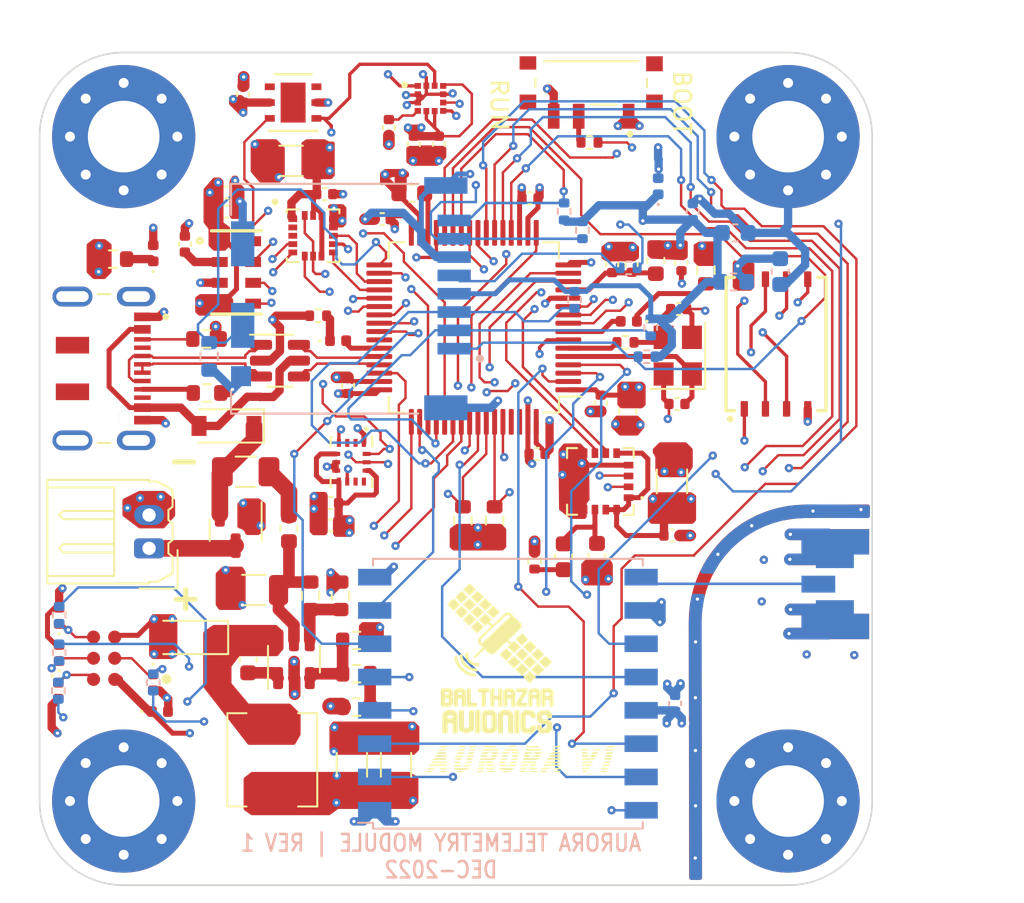
<source format=kicad_pcb>
(kicad_pcb (version 20211014) (generator pcbnew)
  (layers (0 "F.Cu" signal) (1 "In1.Cu" power) (2 "In2.Cu" power) (3 "In3.Cu" signal) (4 "In4.Cu" power) (31 "B.Cu" signal) (34 "B.Paste" user) (35 "F.Paste" user) (36 "B.SilkS" user "B.Silkscreen") (37 "F.SilkS" user "F.Silkscreen") (38 "B.Mask" user) (39 "F.Mask" user) (44 "Edge.Cuts" user))
  (property "SHEETTOTAL" "3")
  (net 0 "")
  (net 1 "+3.3V")
  (net 2 "HSE_IN")
  (net 3 "Net-(C211-Pad1)")
  (net 4 "Net-(C314-Pad2)")
  (net 5 "+5V")
  (net 6 "Net-(D601-Pad1)")
  (net 7 "Net-(D602-Pad1)")
  (net 8 "RF_LED")
  (net 9 "Net-(D603-Pad1)")
  (net 10 "DEBUG_LED")
  (net 11 "+12V")
  (net 12 "USB_PLUG_D+")
  (net 13 "USB_PLUG_D-")
  (net 15 "SDIO_D2")
  (net 16 "SDIO_D3")
  (net 17 "SD_CMD")
  (net 18 "Net-(J2-Pad5)")
  (net 19 "SDIO_D0")
  (net 20 "SDIO_D1")
  (net 21 "SD_CDETECT")
  (net 22 "SWDIO")
  (net 23 "SWCLK")
  (net 24 "SWO")
  (net 25 "NRST")
  (net 26 "Net-(R201-Pad1)")
  (net 27 "BOOT0")
  (net 28 "HSE_OUT")
  (net 29 "I2C1_SDA")
  (net 30 "I2C1_SCL")
  (net 31 "SDIO_CLK")
  (net 32 "RF_DIO0")
  (net 33 "RF_DIO1")
  (net 34 "RF_DIO2")
  (net 35 "SPI2_MOSI")
  (net 36 "SPI2_MISO")
  (net 37 "RF_DIO3")
  (net 38 "ALTM_INT1")
  (net 39 "ALTM_INT2")
  (net 40 "IMU_INT1")
  (net 41 "IMU_INT2")
  (net 42 "SPI1_NSS")
  (net 43 "SPI1_SCK")
  (net 44 "SPI1_MISO")
  (net 45 "SPI1_MOSI")
  (net 46 "GYRO_INT1")
  (net 47 "GYRO_INT2")
  (net 48 "I2C2_SCL")
  (net 49 "SPI2_SCK")
  (net 50 "ACC_INT1")
  (net 51 "ACC_INT2")
  (net 52 "NAND_WP")
  (net 53 "NAND_HOLD")
  (net 54 "MAG_DRDY")
  (net 55 "USB_D-")
  (net 56 "USB_D+")
  (net 57 "MAG_INT")
  (net 58 "RF_DIO5")
  (net 59 "I2C2_SDA")
  (net 60 "SPI2_NSS")
  (net 61 "RF_DIO4")
  (net 63 "RES_RFM9x")
  (net 73 "/VCAP_1")
  (net 74 "/ANTENNA")
  (net 75 "+3.3VA")
  (net 76 "GND")
  (net 77 "/CAP")
  (net 78 "/CAP1")
  (net 79 "/PLLFILT")
  (net 80 "Net-(F101-Pad2)")
  (net 81 "GND1")
  (net 82 "Net-(J1-Pad3)")
  (net 84 "Net-(J1-Pad9)")
  (net 93 "Net-(J3-Pad2)")
  (net 94 "Net-(J3-Pad4)")
  (net 95 "Net-(J3-Pad6)")
  (net 96 "Net-(J3-Pad3)")
  (net 97 "Net-(R104-Pad2)")
  (net 98 "Net-(D101-Pad1)")
  (net 99 "BUCK_FB")
  (net 100 "/VIN")
  (net 101 "/PHASE")
  (net 102 "/EN")
  (net 103 "/BOOT")
  (footprint "Capacitor_SMD:C_1206_3216Metric" (layer "F.Cu") (at 138.125 63.83 180)
    (fp_text reference "C302")
    (fp_text value "10u")
  )
  (footprint "Resistor_SMD:R_0603_1608Metric" (layer "F.Cu") (at 133.08 77.77)
    (fp_text reference "R502")
    (fp_text value "5k11")
  )
  (footprint "Added-Footprints:XDCR_LIS3MDLTR" (layer "F.Cu") (at 146.5 60.08)
    (fp_text reference "U6")
    (fp_text value "LIS3MDL")
  )
  (footprint "Diode_SMD:D_0402_1005Metric" (layer "F.Cu") (at 124.2 91.15 90)
    (fp_text reference "D504")
    (fp_text value "RCLAMP0521P-N")
  )
  (footprint "Capacitor_SMD:C_0603_1608Metric" (layer "F.Cu") (at 154.5 87.605 -90)
    (fp_text reference "C314")
    (fp_text value "470n")
  )
  (footprint "Added-Footprints:MPL3115A2" (layer "F.Cu") (at 134.85 70.53)
    (fp_text reference "U4")
    (fp_text value "MPL3115A2")
  )
  (footprint "Capacitor_SMD:C_1206_3216Metric" (layer "F.Cu") (at 141.78 100.1 90)
    (fp_text reference "C103")
    (fp_text value "10u")
  )
  (footprint "Added-Footprints:TAG_TC2030-IDC-NL" (layer "F.Cu") (at 126.9 93.7 90)
    (fp_text reference "J3")
    (fp_text value "TC2030-IDC-NL")
  )
  (footprint "Capacitor_SMD:C_0402_1005Metric" (layer "F.Cu") (at 161.3 78.43 180)
    (fp_text reference "C210")
    (fp_text value "12p")
  )
  (footprint "Capacitor_SMD:C_0402_1005Metric" (layer "F.Cu") (at 161.57 69.95 -90)
    (fp_text reference "C212")
    (fp_text value "1u")
  )
  (footprint "Capacitor_SMD:C_0402_1005Metric" (layer "F.Cu") (at 143.6 67.33 180)
    (fp_text reference "C204")
    (fp_text value "100n")
  )
  (footprint "Diode_SMD:D_SOD-123" (layer "F.Cu") (at 134.25 79.75 180)
    (fp_text reference "D101")
    (fp_text value "B5819W")
  )
  (footprint "Inductor_SMD:L_0603_1608Metric" (layer "F.Cu") (at 138 85.9 90)
    (fp_text reference "FB101")
    (fp_text value "MPZ1608Y101BTA00")
  )
  (footprint "Diode_SMD:D_0402_1005Metric" (layer "F.Cu") (at 124.2 93.3825 90)
    (fp_text reference "D503")
    (fp_text value "RCLAMP0521P-N")
  )
  (footprint "MountingHole:MountingHole_4.3mm_M4_Pad_Via" (layer "F.Cu") (at 167.975 62.375)
    (fp_text reference "H3")
    (fp_text value "MountingHole_Pad")
  )
  (footprint "Resistor_SMD:R_0402_1005Metric" (layer "F.Cu") (at 152.75 87.83 90)
    (fp_text reference "R310")
    (fp_text value "10k")
  )
  (footprint "Capacitor_SMD:C_0402_1005Metric" (layer "F.Cu") (at 140.5 84.38 180)
    (fp_text reference "C309")
    (fp_text value "100n")
  )
  (footprint "Capacitor_SMD:C_1206_3216Metric" (layer "F.Cu") (at 135.9 89.6 180)
    (fp_text reference "C101")
    (fp_text value "10u")
  )
  (footprint "Capacitor_SMD:C_1206_3216Metric" (layer "F.Cu") (at 144.43 100.1 90)
    (fp_text reference "C104")
    (fp_text value "10u")
  )
  (footprint "Capacitor_SMD:C_0402_1005Metric" (layer "F.Cu") (at 152.9 81.43 180)
    (fp_text reference "C206")
    (fp_text value "100n")
  )
  (footprint "Resistor_SMD:R_0402_1005Metric" (layer "F.Cu") (at 158.21 74.73)
    (fp_text reference "R202")
    (fp_text value "47")
  )
  (footprint "Connector_Molex:Molex_Micro-Latch_53254-0270_1x02_P2.00mm_Horizontal" (layer "F.Cu") (at 129.6 87.1 90)
    (fp_text reference "J4")
    (fp_text value "BAT_CONN")
  )
  (footprint "Capacitor_SMD:C_0402_1005Metric" (layer "F.Cu") (at 152.475 66.08)
    (fp_text reference "C203")
    (fp_text value "100n")
  )
  (footprint "Diode_SMD:D_0402_1005Metric" (layer "F.Cu") (at 130.25 96.9)
    (fp_text reference "D506")
    (fp_text value "RCLAMP0521P-N")
  )
  (footprint "Capacitor_SMD:C_0402_1005Metric" (layer "F.Cu") (at 140.5 85.73 180)
    (fp_text reference "C310")
    (fp_text value "100n")
  )
  (footprint "Capacitor_SMD:C_0402_1005Metric" (layer "F.Cu") (at 134.25 66.88)
    (fp_text reference "C303")
    (fp_text value "100n")
  )
  (footprint "Added-Footprints:G-Switch-MK-12C02-G020" (layer "F.Cu") (at 156.25 59.15 180)
    (fp_text reference "SW1")
    (fp_text value "SW_SPDT")
  )
  (footprint "Package_TO_SOT_SMD:SOT-23" (layer "F.Cu") (at 134.8 86 -90)
    (fp_text reference "Q101")
    (fp_text value "AO3401A")
  )
  (footprint "Capacitor_SMD:C_0402_1005Metric" (layer "F.Cu") (at 135.25 59.83 90)
    (fp_text reference "C315")
    (fp_text value "1u")
  )
  (footprint "Capacitor_SMD:C_0402_1005Metric" (layer "F.Cu") (at 156.725 78.38 -90)
    (fp_text reference "C202")
    (fp_text value "100n")
  )
  (footprint "LOGO" (layer "F.Cu") (at 152.254217 100.24134)
    (fp_text reference "G***")
    (fp_text value "LOGO" hide)
  )
  (footprint "Capacitor_SMD:C_0402_1005Metric" (layer "F.Cu") (at 144 61.83 -90)
    (fp_text reference "C308")
    (fp_text value "100n")
  )
  (footprint "Capacitor_SMD:C_0402_1005Metric" (layer "F.Cu") (at 157.41 70.06 90)
    (fp_text reference "C208")
    (fp_text value "10n")
  )
  (footprint "Capacitor_SMD:C_0402_1005Metric" (layer "F.Cu") (at 147 62.83 -90)
    (fp_text reference "C307")
    (fp_text value "1u")
  )
  (footprint "Package_SON:Texas_PWSON-N6" (layer "F.Cu") (at 138.25 60.33 180)
    (fp_text reference "U5")
    (fp_text value "HDC1080")
  )
  (footprint "Capacitor_SMD:C_0402_1005Metric" (layer "F.Cu") (at 145.5 62.83 -90)
    (fp_text reference "C306")
    (fp_text value "100n")
  )
  (footprint "Resistor_SMD:R_0603_1608Metric" (layer "F.Cu") (at 142.05 94.63)
    (fp_text reference "R104")
    (fp_text value "15k")
  )
  (footprint "Fuse:Fuse_1206_3216Metric" (layer "F.Cu") (at 135.4 82.5)
    (fp_text reference "F101")
    (fp_text value "550mA")
  )
  (footprint "LOGO" (layer "F.Cu") (at 150.65 94.1)
    (fp_text reference "G***")
    (fp_text value "LOGO" hide)
  )
  (footprint "Resistor_SMD:R_0402_1005Metric" (layer "F.Cu") (at 139.75 73.13 180)
    (fp_text reference "R602")
    (fp_text value "49R9")
  )
  (footprint "Capacitor_SMD:C_0603_1608Metric" (layer "F.Cu") (at 156.5 87.58 -90)
    (fp_text reference "C313")
    (fp_text value "10n")
  )
  (footprint "Resistor_SMD:R_0603_1608Metric" (layer "F.Cu") (at 133.05 74.53)
    (fp_text reference "R501")
    (fp_text value "5k11")
  )
  (footprint "Inductor_SMD:L_Sunlord_MWSA0518_5.4x5.2mm" (layer "F.Cu") (at 137 99.8 90)
    (fp_text reference "L101")
    (fp_text value "10u")
  )
  (footprint "Added-Footprints:W25N01GVZEIG_TR" (layer "F.Cu") (at 167.25 74.83 90)
    (fp_text reference "U9")
    (fp_text value "W25N01GVZEIG_TR")
  )
  (footprint "Resistor_SMD:R_0603_1608Metric" (layer "F.Cu") (at 148.45 85.43 -90)
    (fp_text reference "R204")
    (fp_text value "4k7")
  )
  (footprint "Package_QFP:LQFP-64_10x10mm_P0.5mm" (layer "F.Cu") (at 149.1 73.83 180)
    (fp_text reference "U2")
    (fp_text value "STM32F446RET6")
  )
  (footprint "Capacitor_SMD:C_1206_3216Metric" (layer "F.Cu") (at 161 83.08 90)
    (fp_text reference "C312")
    (fp_text value "10u")
  )
  (footprint "Resistor_SMD:R_0603_1608Metric" (layer "F.Cu") (at 139.3 89.95 -90)
    (fp_text reference "R101")
    (fp_text value "100k")
  )
  (footprint "Resistor_SMD:R_0603_1608Metric" (layer "F.Cu") (at 150.35 85.43 -90)
    (fp_text reference "R203")
    (fp_text value "4k7")
  )
  (footprint "Resistor_SMD:R_0603_1608Metric" (layer "F.Cu") (at 142.05 92.63 180)
    (fp_text reference "R103")
    (fp_text value "47k")
  )
  (footprint "Capacitor_SMD:C_0402_1005Metric" (layer "F.Cu") (at 131.75 68.83 90)
    (fp_text reference "C305")
    (fp_text value "100n")
  )
  (footprint "Capacitor_SMD:C_0402_1005Metric" (layer "F.Cu") (at 134.25 65.73)
    (fp_text reference "C304")
    (fp_text value "10u")
  )
  (footprint "Capacitor_SMD:C_0603_1608Metric" (layer "F.Cu") (at 135.55 93.8 90)
    (fp_text reference "C102")
    (fp_text value "10n")
  )
  (footprint "Capacitor_SMD:C_0603_1608Metric" (layer "F.Cu") (at 158.35 78.88 -90)
    (fp_text reference "C201")
    (fp_text value "4u7")
  )
  (footprint "Capacitor_SMD:C_0402_1005Metric" (layer "F.Cu") (at 158.58 70.04 90)
    (fp_text reference "C207")
    (fp_text value "1u")
  )
  (footprint "Resistor_SMD:R_0603_1608Metric" (layer "F.Cu") (at 127.425 69.73 180)
    (fp_text reference "R601")
    (fp_text value "150R")
  )
  (footprint "Package_TO_SOT_SMD:SOT-23-6" (layer "F.Cu") (at 137.46 75.83)
    (fp_text reference "U12")
    (fp_text value "USBLC6-2SC6")
  )
  (footprint "Diode_SMD:D_0402_1005Metric" (layer "F.Cu") (at 129.85 95.15 -90)
    (fp_text reference "D505")
    (fp_text value "RCLAMP0521P-N")
  )
  (footprint "Added-Footprints:H3LIS200DLTR" (layer "F.Cu") (at 139.45 68.33)
    (fp_text reference "U3")
    (fp_text value "H3LIS200DLTR")
  )
  (footprint "MountingHole:MountingHole_4.3mm_M4_Pad_Via" (layer "F.Cu") (at 128.075 62.375)
    (fp_text reference "H2")
    (fp_text value "MountingHole_Pad")
  )
  (footprint "LED_SMD:LED_0402_1005Metric" (layer "F.Cu") (at 140.95 74.63)
    (fp_text reference "D602")
    (fp_text value "BLUE")
  )
  (footprint "Resistor_SMD:R_0603_1608Metric" (layer "F.Cu") (at 142.05 96.63 180)
    (fp_text reference "R105")
    (fp_text value "270")
  )
  (footprint "Added-Footprints:XDCR_BMI270" (layer "F.Cu") (at 141.75 81.93 -90)
    (fp_text reference "U7")
    (fp_text value "BMI270")
  )
  (footprint "Inductor_SMD:L_0603_1608Metric" (layer "F.Cu") (at 160.03 69.82 90)
    (fp_text reference "FB201")
    (fp_text value "MPZ1608Y101BTA00")
  )
  (footprint "Resistor_SMD:R_0603_1608Metric" (layer "F.Cu") (at 141.1 89.95 90)
    (fp_text reference "R102")
    (fp_text value "68k")
  )
  (footprint "MountingHole:MountingHole_4.3mm_M4_Pad_Via" (layer "F.Cu") (at 128.075 102.275)
    (fp_text reference "H1")
    (fp_text value "MountingHole_Pad")
  )
  (footprint "Package_TO_SOT_SMD:TSOT-23-6" (layer "F.Cu") (at 138.3 93.755 90)
    (fp_text reference "U1")
    (fp_text value "RT8259GJ6")
  )
  (footprint "Capacitor_SMD:C_0402_1005Metric" (layer "F.Cu") (at 141.55 77.325 90)
    (fp_text reference "C205")
    (fp_text value "100n")
  )
  (footprint "Diode_SMD:D_0402_1005Metric" (layer "F.Cu") (at 124.15 95.65 -90)
    (fp_text reference "D502")
    (fp_text value "RCLAMP0521P-N")
  )
  (footprint "Capacitor_SMD:C_0402_1005Metric" (layer "F.Cu") (at 161 86.33)
    (fp_text reference "C311")
    (fp_text value "100n")
  )
  (footprint "Added-Footprints:JAE_DX07S016JA1R1500" (layer "F.Cu") (at 128.1 76.3 -90)
    (fp_text reference "J1")
    (fp_text value "DX07S016JA1R1500")
    (fp_line (start 2.875 -0.315) (end 3.125 -0.315) (layer "Edge.Cuts") (width 0.01))
    (fp_line (start 3.125 0.315) (end 2.875 0.315) (layer "Edge.Cuts") (width 0.01))
    (fp_arc (start 2.56 0) (mid 2.652261 -0.222739) (end 2.875 -0.315) (layer "Edge.Cuts") (width 0.01))
    (fp_arc (start 3.125 -0.315) (mid 3.347739 -0.222739) (end 3.44 0) (layer "Edge.Cuts") (width 0.01))
    (fp_arc (start 3.44 0) (mid 3.347739 0.222739) (end 3.125 0.315) (layer "Edge.Cuts") (width 0.01))
    (fp_arc (start 2.875 0.315) (mid 2.652261 0.222739) (end 2.56 0) (layer "Edge.Cuts") (width 0.01))
  )
  (footprint "Crystal:Crystal_SMD_3225-4Pin_3.2x2.5mm" (layer "F.Cu") (at 161.35 75.53 90)
    (fp_text reference "Y1")
    (fp_text value "16MHz")
  )
  (footprint "LED_SMD:LED_0402_1005Metric" (layer "F.Cu") (at 158.41 73.47 180)
    (fp_text reference "D603")
    (fp_text value "RED")
  )
  (footprint "Resistor_SMD:R_0402_1005Metric" (layer "F.Cu") (at 156.05 62.725)
    (fp_text reference "R201")
    (fp_text value "10k")
  )
  (footprint "Resistor_SMD:R_0603_1608Metric" (layer "F.Cu") (at 163.04 70.39 90)
    (fp_text reference "R603")
    (fp_text value "150R")
  )
  (footprint "Added-Footprints:I3G4250DTR" (layer "F.Cu") (at 156.7 83.08 180)
    (fp_text reference "U8")
    (fp_text value "I3G4250DTR")
  )
  (footprint "Capacitor_SMD:C_0603_1608Metric" (layer "F.Cu") (at 145.375 65.78 180)
    (fp_text reference "C209")
    (fp_text value "2u2")
  )
  (footprint "Capacitor_SMD:C_0402_1005Metric" (layer "F.Cu") (at 161.4 72.73)
    (fp_text reference "C211")
    (fp_text value "12p")
  )
  (footprint "LED_SMD:LED_0402_1005Metric" (layer "F.Cu") (at 129.85 69.38 90)
    (fp_text reference "D601")
    (fp_text value "GREEN")
  )
  (footprint "Capacitor_SMD:C_0402_1005Metric" (layer "F.Cu") (at 140.15 65.83)
    (fp_text reference "C301")
    (fp_text value "100n")
  )
  (footprint "MountingHole:MountingHole_4.3mm_M4_Pad_Via" (layer "F.Cu") (at 167.975 102.275)
    (fp_text reference "H4")
    (fp_text value "MountingHole_Pad")
  )
  (footprint "Diode_SMD:D_SOD-123" (layer "F.Cu") (at 132.1 92.45 180)
    (fp_text reference "D102")
    (fp_text value "B5819W")
  )
  (footprint "RF_Module:HOPERF_RFM9XW_SMD" (layer "B.Cu") (at 151.15 95.83)
    (fp_text reference "U10")
    (fp_text value "RFM96W-433S2")
  )
  (footprint "Capacitor_SMD:C_0402_1005Metric" (layer "B.Cu") (at 162.25 66.88 90)
    (fp_text reference "C503")
    (fp_text value "100n")
  )
  (footprint "Resistor_SMD:R_0402_1005Metric" (layer "B.Cu") (at 159.725 73.83 -90)
    (fp_text reference "R507")
    (fp_text value "10k")
  )
  (footprint "Resistor_SMD:R_0603_1608Metric" (layer "B.Cu") (at 133.21 75.575 -90)
    (fp_text reference "R509")
    (fp_text value "1M1")
  )
  (footprint "Inductor_SMD:L_0603_1608Metric" (layer "B.Cu") (at 164.7 71.1 180)
    (fp_text reference "FB501")
    (fp_text value "MPZ1608Y101BTA00")
  )
  (footprint "Added-Footprints:SMA_EDGE" (layer "B.Cu") (at 172.84 89.25 180)
    (fp_text reference "U11")
    (fp_text value "EDGE_ANTENNA")
  )
  (footprint "Resistor_SMD:R_0402_1005Metric" (layer "B.Cu") (at 154.525 66.87 90)
    (fp_text reference "R505")
    (fp_text value "10k")
  )
  (footprint "Resistor_SMD:R_0402_1005Metric" (layer "B.Cu") (at 158.4 70.255)
    (fp_text reference "R508")
    (fp_text value "49R9")
  )
  (footprint "Capacitor_SMD:C_0603_1608Metric" (layer "B.Cu") (at 164.8 68.155)
    (fp_text reference "C504")
    (fp_text value "2u2")
  )
  (footprint "Added-Footprints:HRS_DM3CS-SF" (layer "B.Cu") (at 141.5725 71.91 -90)
    (fp_text reference "J2")
    (fp_text value "DM3CS-SF")
  )
  (footprint "Resistor_SMD:R_0402_1005Metric" (layer "B.Cu") (at 124.15 95.65 90)
    (fp_text reference "R510")
    (fp_text value "49R9")
  )
  (footprint "Resistor_SMD:R_0402_1005Metric" (layer "B.Cu") (at 155.15 72.18 -90)
    (fp_text reference "R503")
    (fp_text value "10k")
  )
  (footprint "Resistor_SMD:R_0402_1005Metric" (layer "B.Cu") (at 129.85 95.15 90)
    (fp_text reference "R513")
    (fp_text value "49R9")
  )
  (footprint "Resistor_SMD:R_0402_1005Metric" (layer "B.Cu") (at 124.2 91.1 -90)
    (fp_text reference "R512")
    (fp_text value "49R9")
  )
  (footprint "Capacitor_SMD:C_0402_1005Metric" (layer "B.Cu") (at 161.19 96.41 90)
    (fp_text reference "C401")
    (fp_text value "100n")
  )
  (footprint "Resistor_SMD:R_0402_1005Metric" (layer "B.Cu") (at 124.2 93.35 -90)
    (fp_text reference "R511")
    (fp_text value "49R9")
  )
  (footprint "Capacitor_SMD:C_0603_1608Metric" (layer "B.Cu") (at 167.5 70.48 -90)
    (fp_text reference "C505")
    (fp_text value "2u2")
  )
  (footprint "Diode_SMD:D_0402_1005Metric" (layer "B.Cu") (at 160.175 65.355 90)
    (fp_text reference "D501")
    (fp_text value "RCLAMP0521P-N")
  )
  (footprint "Resistor_SMD:R_0402_1005Metric" (layer "B.Cu") (at 155.625 67.995 -90)
    (fp_text reference "R504")
    (fp_text value "10k")
  )
  (footprint "Resistor_SMD:R_0402_1005Metric" (layer "B.Cu") (at 159.48 75.59 180)
    (fp_text reference "R506")
    (fp_text value "10k")
  )
  (gr_line (start 128.075 107.325) (end 167.975 107.325) (layer "Edge.Cuts") (width 0.1))
  (gr_arc (start 167.975 57.325) (mid 171.545889 58.804111) (end 173.025 62.375) (layer "Edge.Cuts") (width 0.1))
  (gr_line (start 128.075 57.325) (end 167.975 57.325) (layer "Edge.Cuts") (width 0.1))
  (gr_line (start 173.025 62.375) (end 173.025 102.275) (layer "Edge.Cuts") (width 0.1))
  (gr_arc (start 123.025 62.375) (mid 124.496744 58.796744) (end 128.075 57.325) (layer "Edge.Cuts") (width 0.1))
  (gr_arc (start 128.075 107.325) (mid 124.496744 105.853256) (end 123.025 102.275) (layer "Edge.Cuts") (width 0.1))
  (gr_arc (start 173.025 102.275) (mid 171.553211 105.8533) (end 167.974875 107.324999) (layer "Edge.Cuts") (width 0.1))
  (gr_line (start 123.025 62.375) (end 123.025 102.275) (layer "Edge.Cuts") (width 0.1))
  (gr_text "AURORA TELEMETRY MODULE | REV 1\nDEC-2022" (at 147.125 105.6) (layer "B.SilkS") (effects (font (size 1 0.85)) (justify mirror)))
  (gr_text "-" (at 131.7 81.8) (layer "F.SilkS") (effects (font (size 1.5 1.5) (thickness 0.3))))
  (gr_text "RUN" (at 150.625 60.475 270) (layer "F.SilkS") (effects (font (size 1 1))))
  (gr_text "BOOT" (at 161.6 60.35 270) (layer "F.SilkS") (effects (font (size 1 1))))
  (gr_text "+" (at 131.8 90.05) (layer "F.SilkS") (effects (font (size 1.5 1.5) (thickness 0.3))))
  (segment (start 135.07 60.13) (end 135.25 60.31) (width 0.5) (layer "F.Cu") (net 1))
  (segment (start 133.77 66.88) (end 133.77 65.73) (width 0.5) (layer "F.Cu") (net 1))
  (segment (start 142 83.9) (end 143.1 83.9) (width 0.3) (layer "F.Cu") (net 1))
  (segment (start 161 84.555) (end 160.52 85.035) (width 0.5) (layer "F.Cu") (net 1))
  (segment (start 145.5 62.35) (end 147 62.35) (width 0.5) (layer "F.Cu") (net 1))
  (segment (start 139.65 81.68) (end 139.9 81.43) (width 0.3) (layer "F.Cu") (net 1))
  (segment (start 148.98 61.6) (end 148.98 59.81) (width 0.153162) (layer "F.Cu") (net 1))
  (segment (start 151.975 65.43) (end 151.975 66.06) (width 0.5) (layer "F.Cu") (net 1))
  (segment (start 133.81 68.615) (end 133.85 68.655) (width 0.5) (layer "F.Cu") (net 1))
  (segment (start 136.85 60.33) (end 135.27 60.33) (width 0.5) (layer "F.Cu") (net 1))
  (segment (start 157.82 61.73) (end 158.4 61.15) (width 0.5) (layer "F.Cu") (net 1))
  (segment (start 145.88 61.9) (end 145.15 61.9) (width 0.5) (layer "F.Cu") (net 1))
  (segment (start 145.15 61.83) (end 145.15 62) (width 0.3) (layer "F.Cu") (net 1))
  (segment (start 129.765 96.9) (end 129.765 96.953571) (width 0.3) (layer "F.Cu") (net 1))
  (segment (start 139.475 66.025) (end 139.475 66.505) (width 0.3) (layer "F.Cu") (net 1))
  (segment (start 146.25 61.33) (end 146.25 60.8425) (width 0.2) (layer "F.Cu") (net 1))
  (segment (start 127.78579 95.075134) (end 127.78579 94.97) (width 0.5) (layer "F.Cu") (net 1))
  (segment (start 144.35 67.93) (end 144.35 67.6) (width 0.5) (layer "F.Cu") (net 1))
  (segment (start 145.95 61.9) (end 145.5 62.35) (width 0.3) (layer "F.Cu") (net 1))
  (segment (start 153.65 79.405) (end 153.65 81.16) (width 0.5) (layer "F.Cu") (net 1))
  (segment (start 154.775 77.58) (end 156.405 77.58) (width 0.3) (layer "F.Cu") (net 1))
  (segment (start 158.105 84.775) (end 158.395 84.485) (width 0.3) (layer "F.Cu") (net 1))
  (segment (start 139.95 66.98) (end 139.475 66.505) (width 0.3) (layer "F.Cu") (net 1))
  (segment (start 158.19 77.945) (end 158.35 78.105) (width 0.5) (layer "F.Cu") (net 1))
  (segment (start 158.19 77.39) (end 158.19 77.945) (width 0.5) (layer "F.Cu") (net 1))
  (segment (start 140.0125 83.0925) (end 139.65 82.73) (width 0.3) (layer "F.Cu") (net 1))
  (segment (start 129.765 96.9) (end 129.610656 96.9) (width 0.5) (layer "F.Cu") (net 1))
  (segment (start 159.02 77.435) (end 158.35 78.105) (width 0.5) (layer "F.Cu") (net 1))
  (segment (start 156.725 77.9) (end 158.145 77.9) (width 0.3) (layer "F.Cu") (net 1))
  (segment (start 139.95 67.11) (end 139.95 66.98) (width 0.3) (layer "F.Cu") (net 1))
  (segment (start 159.025 84.055) (end 159.55 83.53) (width 0.3) (layer "F.Cu") (net 1))
  (segment (start 134.65 60.13) (end 135.07 60.13) (width 0.5) (layer "F.Cu") (net 1))
  (segment (start 131.011429 98.2) (end 132.05 98.2) (width 0.3) (layer "F.Cu") (net 1))
  (segment (start 129.85 68.895) (end 129.85 67.85) (width 0.5) (layer "F.Cu") (net 1))
  (segment (start 134.85 71.53) (end 133.975 72.405) (width 0.3) (layer "F.Cu") (net 1))
  (segment (start 138.65 65.83) (end 138.15 66.33) (width 0.5) (layer "F.Cu") (net 1))
  (segment (start 139.67 65.83) (end 139.475 66.025) (width 0.3) (layer "F.Cu") (net 1))
  (segment (start 157.675 85.755) (end 158.25 86.33) (width 0.3) (layer "F.Cu") (net 1))
  (segment (start 138.15 66.33) (end 138.15 67.205) (width 0.5) (layer "F.Cu") (net 1))
  (segment (start 129.765 96.953571) (end 131.011429 98.2) (width 0.3) (layer "F.Cu") (net 1))
  (segment (start 134.65 60.33) (end 135.25 60.93) (width 0.5) (layer "F.Cu") (net 1))
  (segment (start 151.975 66.06) (end 151.995 66.08) (width 0.5) (layer "F.Cu") (net 1))
  (segment (start 151.85 68.155) (end 151.85 66.225) (width 0.3) (layer "F.Cu") (net 1))
  (segment (start 144.43 101.575) (end 141.78 101.575) (width 1) (layer "F.Cu") (net 1))
  (segment (start 137.275 101.575) (end 137 101.85) (width 1) (layer "F.Cu") (net 1))
  (segment (start 158.145 77.9) (end 158.35 78.105) (width 0.3) (layer "F.Cu") (net 1))
  (segment (start 139.975 67.135) (end 139.975 69.55) (width 0.3) (layer "F.Cu") (net 1))
  (segment (start 140.95 77.805) (end 141.55 77.805) (width 0.5) (layer "F.Cu") (net 1))
  (segment (start 160.52 85.035) (end 160.52 86.33) (width 0.5) (layer "F.Cu") (net 1))
  (segment (start 145.35 67.38) (end 145.1 67.13) (width 0.3) (layer "F.Cu") (net 1))
  (segment (start 133.81 66.93) (end 133.81 68.615) (width 0.5) (layer "F.Cu") (net 1))
  (segment (start 143.25 82.83) (end 142.85 82.43) (width 0.3) (layer "F.Cu") (net 1))
  (segment (start 157.675 84.775) (end 157.675 85.755) (width 0.3) (layer "F.Cu") (net 1))
  (segment (start 138.15 67.205) (end 138.23 67.205) (width 0.5) (layer "F.Cu") (net 1))
  (segment (start 159.05 61.73) (end 158.98 61.73) (width 0.5) (layer "F.Cu") (net 1))
  (segment (start 158.395 84.055) (end 159.025 84.055) (width 0.3) (layer "F.Cu") (net 1))
  (segment (start 157.75 61.73) (end 157.82 61.73) (width 0.5) (layer "F.Cu") (net 1))
  (segment (start 143.1 83.9) (end 143.25 83.75) (width 0.3) (layer "F.Cu") (net 1))
  (segment (start 141.78 101.575) (end 137.275 101.575) (width 1) (layer "F.Cu") (net 1))
  (segment (start 159.55 83.53) (end 159.55 81.73) (width 0.3) (layer "F.Cu") (net 1))
  (segment (start 158.395 84.485) (end 158.395 84.055) (width 0.3) (layer "F.Cu") (net 1))
  (segment (start 159.55 81.73) (end 159.205 81.385) (width 0.3) (layer "F.Cu") (net 1))
  (segment (start 147 62.35) (end 148.23 62.35) (width 0.153162) (layer "F.Cu") (net 1))
  (segment (start 134.65 60.13) (end 134.65 60.33) (width 0.5) (layer "F.Cu") (net 1))
  (segment (start 158.98 61.73) (end 158.4 61.15) (width 0.5) (layer "F.Cu") (net 1))
  (segment (start 145.35 68.155) (end 145.35 67.38) (width 0.3) (layer "F.Cu") (net 1))
  (segment (start 143.25 83.75) (end 143.25 82.83) (width 0.3) (layer "F.Cu") (net 1))
  (segment (start 139.67 64.085) (end 139.67 65.83) (width 0.5) (layer "F.Cu") (net 1))
  (segment (start 140.98 84.38) (end 141.52 84.38) (width 0.3) (layer "F.Cu") (net 1))
  (segment (start 144.35 67.6) (end 144.08 67.33) (width 0.5) (layer "F.Cu") (net 1))
  (segment (start 141.55 77.805) (end 143.2 77.805) (width 0.3) (layer "F.Cu") (net 1))
  (segment (start 152.85 79.505) (end 152.85 80.78) (width 0.3) (layer "F.Cu") (net 1))
  (segment (start 144.28 67.13) (end 144.08 67.33) (width 0.3) (layer "F.Cu") (net 1))
  (segment (start 147 62.35) (end 147 62.08) (width 0.2) (layer "F.Cu") (net 1))
  (segment (start 140.98 85.73) (end 140.98 84.38) (width 0.5) (layer "F.Cu") (net 1))
  (segment (start 139.475 66.505) (end 139.475 67.11) (width 0.3) (layer "F.Cu") (net 1))
  (segment (start 146.75 61.83) (end 146.25 61.33) (width 0.2) (layer "F.Cu") (net 1))
  (segment (start 159.02 77.42) (end 159.02 77.435) (width 0.5) (layer "F.Cu") (net 1))
  (segment (start 139.9 81.43) (end 140.8375 81.43) (width 0.3) (layer "F.Cu") (net 1))
  (segment (start 151.85 66.225) (end 151.995 66.08) (width 0.3) (layer "F.Cu") (net 1))
  (segment (start 148.42 59.25) (end 147.3425 59.25) (width 0.153162) (layer "F.Cu") (net 1))
  (segment (start 145.95 61.83) (end 145.88 61.9) (width 0.5) (layer "F.Cu") (net 1))
  (segment (start 142.85 82.43) (end 142.6625 82.43) (width 0.3) (layer "F.Cu") (net 1))
  (segment (start 145.15 61.83) (end 145.95 61.83) (width 0.3) (layer "F.Cu") (net 1))
  (segment (start 159.205 81.385) (end 157.675 81.385) (width 0.3) (layer "F.Cu") (net 1))
  (segment (start 158.575 77.88) (end 158.35 78.105) (width 0.25) (layer "F.Cu") (net 1))
  (segment (start 143.2 77.805) (end 143.425 77.58) (width 0.3) (layer "F.Cu") (net 1))
  (segment (start 146.75 60.8425) (end 146.75 61.83) (width 0.2) (layer "F.Cu") (net 1))
  (segment (start 141.52 84.38) (end 142 83.9) (width 0.3) (layer "F.Cu") (net 1))
  (segment (start 134.225 68.655) (end 134.85 69.28) (width 0.3) (layer "F.Cu") (net 1))
  (segment (start 141 84.36) (end 140.98 84.38) (width 0.3) (layer "F.Cu") (net 1))
  (segment (start 158.25 86.33) (end 160.52 86.33) (width 0.3) (layer "F.Cu") (net 1))
  (segment (start 139.65 82.73) (end 139.65 81.68) (width 0.3) (layer "F.Cu") (net 1))
  (segment (start 134.85 69.28) (end 134.85 71.53) (width 0.3) (layer "F.Cu") (net 1))
  (segment (start 148.23 62.35) (end 148.98 61.6) (width 0.153162) (layer "F.Cu") (net 1))
  (segment (start 157.675 84.775) (end 158.105 84.775) (width 0.3) (layer "F.Cu") (net 1))
  (segment (start 133.85 68.655) (end 134.225 68.655) (width 0.3) (layer "F.Cu") (net 1))
  (segment (start 135.25 60.93) (end 135.25 60.31) (width 0.5) (layer "F.Cu") (net 1))
  (segment (start 148.98 59.81) (end 148.42 59.25) (width 0.153162) (layer "F.Cu") (net 1))
  (segment (start 157.025 84.775) (end 157.675 84.775) (width 0.3) (layer "F.Cu") (net 1))
  (segment (start 141 83.0925) (end 140.0125 83.0925) (width 0.3) (layer "F.Cu") (net 1))
  (segment (start 145.95 61.83) (end 145.95 61.9) (width 0.3) (layer "F.Cu") (net 1))
  (segment (start 152.85 80.78) (end 153.2 81.13) (width 0.3) (layer "F.Cu") (net 1))
  (segment (start 147 62.08) (end 146.75 61.83) (width 0.2) (layer "F.Cu") (net 1))
  (segment (start 135.27 60.33) (end 135.25 60.31) (width 0.5) (layer "F.Cu") (net 1))
  (segment (start 147.3425 59.25) (end 147.2625 59.33) (width 0.153162) (layer "F.Cu") (net 1))
  (segment (start 145.15 62) (end 145.5 62.35) (width 0.3) (layer "F.Cu") (net 1))
  (segment (start 141 83.0925) (end 141 84.36) (width 0.3) (layer "F.Cu") (net 1))
  (segment (start 139.95 67.11) (end 139.975 67.135) (width 0.3) (layer "F.Cu") (net 1))
  (segment (start 153.65 81.16) (end 153.38 81.43) (width 0.5) (layer "F.Cu") (net 1))
  (segment (start 145.1 67.13) (end 144.28 67.13) (width 0.3) (layer "F.Cu") (net 1))
  (segment (start 139.67 65.83) (end 138.65 65.83) (width 0.5) (layer "F.Cu") (net 1))
  (segment (start 156.405 77.58) (end 156.725 77.9) (width 0.3) (layer "F.Cu") (net 1))
  (segment (start 129.610656 96.9) (end 127.78579 95.075134) (width 0.5) (layer "F.Cu") (net 1))
  (via (at 143.47 91.84) (size 0.5) (drill 0.2) (layers "F.Cu" "B.Cu") (net 1))
  (via (at 140.45 64.43) (size 0.5) (drill 0.2) (layers "F.Cu" "B.Cu") (net 1))
  (via (at 159.02 77.42) (size 0.5) (drill 0.2) (layers "F.Cu" "B.Cu") (net 1))
  (via (at 140.85 102.375) (size 0.5) (drill 0.2) (layers "F.Cu" "B.Cu") (net 1))
  (via (at 164.95 70.14) (size 0.5) (drill 0.2) (layers "F.Cu" "B.Cu") (net 1))
  (via (at 151.975 65.43) (size 0.5) (drill 0.2) (layers "F.Cu" "B.Cu") (net 1))
  (via (at 161.59 97.61) (size 0.5) (drill 0.2) (layers "F.Cu" "B.Cu") (net 1))
  (via (at 145.45 102.25) (size 0.5) (drill 0.2) (layers "F.Cu" "B.Cu") (net 1))
  (via (at 158.19 77.39) (size 0.5) (drill 0.2) (layers "F.Cu" "B.Cu") (net 1))
  (via (at 157.75 61.73) (size 0.5) (drill 0.2) (layers "F.Cu" "B.Cu") (net 1))
  (via (at 149.35 85.86) (size 0.5) (drill 0.2) (layers "F.Cu" "B.Cu") (net 1))
  (via (at 140.875 100.75) (size 0.5) (drill 0.2) (layers "F.Cu" "B.Cu") (net 1))
  (via (at 140.95 77.805) (size 0.5) (drill 0.2) (layers "F.Cu" "B.Cu") (net 1))
  (via (at 145.95 61.83) (size 0.5) (drill 0.2) (layers "F.Cu" "B.Cu") (net 1))
  (via (at 153.65 79.405) (size 0.5) (drill 0.2) (layers "F.Cu" "B.Cu") (net 1))
  (via (at 140.45 63.03) (size 0.5) (drill 0.2) (layers "F.Cu" "B.Cu") (net 1))
  (via (at 135.25 60.93) (size 0.5) (drill 0.2) (layers "F.Cu" "B.Cu") (net 1))
  (via (at 133.75 65.13) (size 0.5) (drill 0.2) (layers "F.Cu" "B.Cu") (net 1))
  (via (at 159.05 61.73) (size 0.5) (drill 0.2) (layers "F.Cu" "B.Cu") (net 1))
  (via (at 161.5 68.9) (size 0.5) (drill 0.2) (layers "F.Cu" "B.Cu") (net 1))
  (via (at 129.85 67.85) (size 0.5) (drill 0.2) (layers "F.Cu" "B.Cu") (net 1))
  (via (at 141.6293 86.167878) (size 0.5) (drill 0.2) (layers "F.Cu" "B.Cu") (net 1))
  (via (at 133.25 65.73) (size 0.5) (drill 0.2) (layers "F.Cu" "B.Cu") (net 1))
  (via (at 144.35 67.93) (size 0.5) (drill 0.2) (layers "F.Cu" "B.Cu") (net 1))
  (via (at 162.15 84.13) (size 0.5) (drill 0.2) (layers "F.Cu" "B.Cu") (net 1))
  (via (at 149.34 86.88) (size 0.5) (drill 0.2) (layers "F.Cu" "B.Cu") (net 1))
  (via (at 132.05 98.2) (size 0.5) (drill 0.2) (layers "F.Cu" "B.Cu") (net 1))
  (via (at 145.15 61.83) (size 0.5) (drill 0.2) (layers "F.Cu" "B.Cu") (net 1))
  (via (at 141.65023 85.41861) (size 0.5) (drill 0.2) (layers "F.Cu" "B.Cu") (net 1))
  (via (at 159.85 84.13) (size 0.5) (drill 0.2) (layers "F.Cu" "B.Cu") (net 1))
  (via (at 160.75 68.91) (size 0.5) (drill 0.2) (layers "F.Cu" "B.Cu") (net 1))
  (via (at 132.64 72.38) (size 0.5) (drill 0.2) (layers "F.Cu" "B.Cu") (net 1))
  (via (at 159.25 67.43) (size 0.5) (drill 0.2) (layers "F.Cu" "B.Cu") (net 1))
  (via (at 160.69 97.61) (size 0.5) (drill 0.2) (layers "F.Cu" "B.Cu") (net 1))
  (via (at 134.65 60.13) (size 0.5) (drill 0.2) (layers "F.Cu" "B.Cu") (net 1))
  (segment (start 160.99 74.11) (end 160.99 74.91) (width 0.5) (layer "B.Cu") (net 1))
  (segment (start 159.05 71.33) (end 159.725 72.005) (width 0.3) (layer "B.Cu") (net 1))
  (segment (start 160.31 75.59) (end 159.99 75.59) (width 0.5) (layer "B.Cu") (net 1))
  (segment (start 159.15 96.83) (end 161.23 96.83) (width 0.5) (layer "B.Cu") (net 1))
  (segment (start 164.95 70.5625) (end 165.4875 71.1) (width 0.5) (layer "B.Cu") (net 1))
  (segment (start 153.925 70.98) (end 154.615 71.67) (width 0.3) (layer "B.Cu") (net 1))
  (segment (start 160.99 74.91) (end 160.31 75.59) (width 0.5) (layer "B.Cu") (net 1))
  (segment (start 150.395 71.81) (end 147.9225 71.81) (width 0.3) (layer "B.Cu") (net 1))
  (segment (start 163.7375 71.105) (end 163.075 71.105) (width 0.5) (layer "B.Cu") (net 1))
  (segment (start 163.075 71.105) (end 160.87 73.31) (width 0.5) (layer "B.Cu") (net 1))
  (segment (start 153.925 70.98) (end 151.225 70.98) (width 0.3) (layer "B.Cu") (net 1))
  (segment (start 159.725 73.32) (end 160.2 73.32) (width 0.5) (layer "B.Cu") (net 1))
  (segment (start 154.615 71.67) (end 155.15 71.67) (width 0.3) (layer "B.Cu") (net 1))
  (segment (start 162.25 67.36) (end 159.32 67.36) (width 0.5) (layer "B.Cu") (net 1))
  (segment (start 161.59 97.29) (end 161.19 96.89) (width 0.5) (layer "B.Cu") (net 1))
  (segment (start 160.69 97.61) (end 160.69 97.39) (width 0.5) (layer "B.Cu") (net 1))
  (segment (start 159.25 66.765) (end 160.175 65.84) (width 0.5) (layer "B.Cu") (net 1))
  (segment (start 165.385 69.705) (end 164.95 70.14) (width 0.5) (layer "B.Cu") (net 1))
  (segment (start 159.32 67.36) (end 159.25 67.43) (width 0.5) (layer "B.Cu") (net 1))
  (segment (start 151.225 70.98) (end 150.395 71.81) (width 0.3) (layer "B.Cu") (net 1))
  (segment (start 164.025 68.155) (end 163.045 68.155) (width 0.5) (layer "B.Cu") (net 1))
  (segment (start 160.2 73.32) (end 160.99 74.11) (width 0.5) (layer "B.Cu") (net 1))
  (segment (start 159.25 67.43) (end 159.25 66.765) (width 0.5) (layer "B.Cu") (net 1))
  (segment (start 155.86 71.67) (end 156.2 71.33) (width 0.3) (layer "B.Cu") (net 1))
  (segment (start 161.5 68.11) (end 162.25 67.36) (width 0.5) (layer "B.Cu") (net 1))
  (segment (start 163.7375 68.4425) (end 164.025 68.155) (width 0.5) (layer "B.Cu") (net 1))
  (segment (start 160.69 97.39) (end 161.19 96.89) (width 0.5) (layer "B.Cu") (net 1))
  (segment (start 163.7375 71.105) (end 163.7375 68.4425) (width 0.5) (layer "B.Cu") (net 1))
  (segment (start 155.15 71.67) (end 155.86 71.67) (width 0.3) (layer "B.Cu") (net 1))
  (segment (start 167.5 69.705) (end 165.385 69.705) (width 0.5) (layer "B.Cu") (net 1))
  (segment (start 155.625 67.485) (end 154.63 67.485) (width 0.5) (layer "B.Cu") (net 1))
  (segment (start 161.5 68.9) (end 161.5 68.11) (width 0.5) (layer "B.Cu") (net 1))
  (segment (start 163.045 68.155) (end 162.25 67.36) (width 0.5) (layer "B.Cu") (net 1))
  (segment (start 156.61 66.5) (end 159.515 66.5) (width 0.5) (layer "B.Cu") (net 1))
  (segment (start 159.725 72.005) (end 159.725 73.32) (width 0.3) (layer "B.Cu") (net 1))
  (segment (start 164.95 70.14) (end 164.95 70.5625) (width 0.5) (layer "B.Cu") (net 1))
  (segment (start 155.625 67.485) (end 156.61 66.5) (width 0.5) (layer "B.Cu") (net 1))
  (segment (start 160.87 73.31) (end 159.85 73.31) (width 0.5) (layer "B.Cu") (net 1))
  (segment (start 161.59 97.61) (end 161.59 97.29) (width 0.5) (layer "B.Cu") (net 1))
  (segment (start 156.2 71.33) (end 159.05 71.33) (width 0.3) (layer "B.Cu") (net 1))
  (segment (start 154.63 67.485) (end 154.525 67.38) (width 0.5) (layer "B.Cu") (net 1))
  (segment (start 159.515 66.5) (end 160.175 65.84) (width 0.5) (layer "B.Cu") (net 1))
  (segment (start 161.25 75.58) (end 162.2 76.53) (width 0.3) (layer "F.Cu") (net 2))
  (segment (start 162.2 78.01) (end 161.78 78.43) (width 0.3) (layer "F.Cu") (net 2))
  (segment (start 162.2 76.63) (end 162.2 78.01) (width 0.3) (layer "F.Cu") (net 2))
  (segment (start 162.2 76.53) (end 162.2 76.63) (width 0.3) (layer "F.Cu") (net 2))
  (segment (start 154.775 75.58) (end 161.25 75.58) (width 0.3) (layer "F.Cu") (net 2))
  (segment (start 160.2 74.73) (end 160.5 74.43) (width 0.3) (layer "F.Cu") (net 3))
  (segment (start 158.72 74.73) (end 160.2 74.73) (width 0.3) (layer "F.Cu") (net 3))
  (segment (start 160.5 73.15) (end 160.92 72.73) (width 0.3) (layer "F.Cu") (net 3))
  (segment (start 160.5 74.43) (end 160.5 73.15) (width 0.3) (layer "F.Cu") (net 3))
  (segment (start 152.79 88.38) (end 152.75 88.34) (width 0.3) (layer "F.Cu") (net 4))
  (segment (start 154.5 88.38) (end 152.79 88.38) (width 0.3) (layer "F.Cu") (net 4))
  (segment (start 135.5 78) (end 136.25 78) (width 0.5) (layer "F.Cu") (net 5))
  (segment (start 136.25 78) (end 136.26 78.01) (width 0.5) (layer "F.Cu") (net 5))
  (segment (start 137.435 77.625) (end 137.435 76.431472) (width 0.5) (layer "F.Cu") (net 5))
  (segment (start 128.45 73.95) (end 129.2 73.95) (width 0.3) (layer "F.Cu") (net 5))
  (segment (start 136.26 78.01) (end 137.05 78.01) (width 0.5) (layer "F.Cu") (net 5))
  (segment (start 133.75 79.75) (end 135.5 78) (width 0.5) (layer "F.Cu") (net 5))
  (segment (start 138.036472 75.83) (end 138.5975 75.83) (width 0.5) (layer "F.Cu") (net 5))
  (segment (start 137.05 78.01) (end 137.435 77.625) (width 0.5) (layer "F.Cu") (net 5))
  (segment (start 131.5 78.65) (end 132.6 79.75) (width 0.5) (layer "F.Cu") (net 5))
  (segment (start 137.435 76.431472) (end 138.036472 75.83) (width 0.5) (layer "F.Cu") (net 5))
  (segment (start 132.6 79.75) (end 133.75 79.75) (width 0.5) (layer "F.Cu") (net 5))
  (segment (start 129.2 78.65) (end 131.5 78.65) (width 0.5) (layer "F.Cu") (net 5))
  (segment (start 127.2 75.2) (end 128.45 73.95) (width 0.3) (layer "F.Cu") (net 5))
  (segment (start 129.2 78.65) (end 128.45 78.65) (width 0.3) (layer "F.Cu") (net 5))
  (segment (start 128.45 78.65) (end 127.2 77.4) (width 0.3) (layer "F.Cu") (net 5))
  (segment (start 127.2 77.4) (end 127.2 75.2) (width 0.3) (layer "F.Cu") (net 5))
  (segment (start 128.25 69.73) (end 129.715 69.73) (width 0.5) (layer "F.Cu") (net 6))
  (segment (start 129.715 69.73) (end 129.85 69.865) (width 0.5) (layer "F.Cu") (net 6))
  (segment (start 140.465 74.63) (end 140.465 73.335) (width 0.5) (layer "F.Cu") (net 7))
  (segment (start 140.465 73.335) (end 140.26 73.13) (width 0.5) (layer "F.Cu") (net 7))
  (segment (start 141.435 74.795) (end 141.435 74.63) (width 0.3) (layer "F.Cu") (net 8))
  (segment (start 143.425 75.08) (end 141.72 75.08) (width 0.3) (layer "F.Cu") (net 8))
  (segment (start 141.72 75.08) (end 141.435 74.795) (width 0.3) (layer "F.Cu") (net 8))
  (segment (start 162.455 71.8) (end 163.04 71.215) (width 0.3) (layer "F.Cu") (net 9))
  (segment (start 158.895 73.47) (end 158.895 73.105) (width 0.3) (layer "F.Cu") (net 9))
  (segment (start 158.895 73.105) (end 160.2 71.8) (width 0.3) (layer "F.Cu") (net 9))
  (segment (start 160.2 71.8) (end 162.455 71.8) (width 0.3) (layer "F.Cu") (net 9))
  (segment (start 154.775 74.08) (end 156.8 74.08) (width 0.3) (layer "F.Cu") (net 10))
  (segment (start 157.41 73.47) (end 157.925 73.47) (width 0.3) (layer "F.Cu") (net 10))
  (segment (start 156.8 74.08) (end 157.41 73.47) (width 0.3) (layer "F.Cu") (net 10))
  (segment (start 129.6 87.1) (end 134.6375 87.1) (width 1) (layer "F.Cu") (net 11))
  (segment (start 134.6375 87.1) (end 134.8 86.9375) (width 1) (layer "F.Cu") (net 11))
  (segment (start 135.633304 76.406581) (end 135.383419 76.156696) (width 0.153162) (layer "F.Cu") (net 12))
  (segment (start 129.2 76.55) (end 129.2 76.05) (width 0.153162) (layer "F.Cu") (net 12))
  (segment (start 135.383419 76.008181) (end 129.853323 76.008181) (width 0.153162) (layer "F.Cu") (net 12))
  (segment (start 129.2 76.05) (end 129.811504 76.05) (width 0.153162) (layer "F.Cu") (net 12))
  (segment (start 135.949081 76.406581) (end 135.633304 76.406581) (width 0.153162) (layer "F.Cu") (net 12))
  (segment (start 135.383419 76.156696) (end 135.383419 76.008181) (width 0.153162) (layer "F.Cu") (net 12))
  (segment (start 136.3225 76.78) (end 135.949081 76.406581) (width 0.153162) (layer "F.Cu") (net 12))
  (segment (start 129.811504 76.05) (end 129.853323 76.008181) (width 0.153162) (layer "F.Cu") (net 12))
  (segment (start 128.65 77.05) (end 129.2 77.05) (width 0.153162) (layer "F.Cu") (net 13))
  (segment (start 128.4 75.8) (end 128.4 76.8) (width 0.153162) (layer "F.Cu") (net 13))
  (segment (start 129.751504 75.55) (end 129.853323 75.651819) (width 0.153162) (layer "F.Cu") (net 13))
  (segment (start 136.3225 74.88) (end 135.949081 75.253419) (width 0.153162) (layer "F.Cu") (net 13))
  (segment (start 129.2 75.55) (end 129.751504 75.55) (width 0.153162) (layer "F.Cu") (net 13))
  (segment (start 128.65 75.55) (end 128.4 75.8) (width 0.153162) (layer "F.Cu") (net 13))
  (segment (start 129.2 75.55) (end 128.65 75.55) (width 0.153162) (layer "F.Cu") (net 13))
  (segment (start 135.949081 75.253419) (end 135.633304 75.253419) (width 0.153162) (layer "F.Cu") (net 13))
  (segment (start 135.383419 75.651819) (end 129.853323 75.651819) (width 0.153162) (layer "F.Cu") (net 13))
  (segment (start 135.633304 75.253419) (end 135.383419 75.503304) (width 0.153162) (layer "F.Cu") (net 13))
  (segment (start 128.4 76.8) (end 128.65 77.05) (width 0.153162) (layer "F.Cu") (net 13))
  (segment (start 135.383419 75.503304) (end 135.383419 75.651819) (width 0.153162) (layer "F.Cu") (net 13))
  (segment (start 165.15 69.555) (end 169.075 69.555) (width 0.146812) (layer "F.Cu") (net 15))
  (segment (start 150.325 61.805) (end 152.425 61.805) (width 0.146812) (layer "F.Cu") (net 15))
  (segment (start 147.85 68.155) (end 147.85 64.28) (width 0.146812) (layer "F.Cu") (net 15))
  (segment (start 169.075 69.555) (end 170.2 70.68) (width 0.146812) (layer "F.Cu") (net 15))
  (segment (start 170.2 70.68) (end 170.2 72.05) (width 0.146812) (layer "F.Cu") (net 15))
  (segment (start 170.2 72.05) (end 169.07 73.18) (width 0.146812) (layer "F.Cu") (net 15))
  (segment (start 147.85 64.28) (end 150.325 61.805) (width 0.146812) (layer "F.Cu") (net 15))
  (segment (start 168.78 73.45) (end 169.05 73.18) (width 0.146812) (layer "F.Cu") (net 15))
  (segment (start 169.05 73.18) (end 169.07 73.18) (width 0.146812) (layer "F.Cu") (net 15))
  (segment (start 163.826594 68.231594) (end 165.15 69.555) (width 0.146812) (layer "F.Cu") (net 15))
  (segment (start 152.425 61.805) (end 155.55 64.93) (width 0.146812) (layer "F.Cu") (net 15))
  (segment (start 155.55 64.93) (end 155.55 67.08) (width 0.146812) (layer "F.Cu") (net 15))
  (segment (start 155.55 67.08) (end 156.701594 68.231594) (width 0.146812) (layer "F.Cu") (net 15))
  (segment (start 156.701594 68.231594) (end 163.826594 68.231594) (width 0.146812) (layer "F.Cu") (net 15))
  (via (at 168.78 73.45) (size 0.5) (drill 0.2) (layers "F.Cu" "B.Cu") (net 15))
  (segment (start 149.29 75.11) (end 147.9225 75.11) (width 0.146812) (layer "B.Cu") (net 15))
  (segment (start 158.97 75.91) (end 158.97 75.59) (width 0.146812) (layer "B.Cu") (net 15))
  (segment (start 159.39 76.33) (end 158.97 75.91) (width 0.146812) (layer "B.Cu") (net 15))
  (segment (start 165.9 76.33) (end 159.39 76.33) (width 0.146812) (layer "B.Cu") (net 15))
  (segment (start 149.65 74.75) (end 149.29 75.11) (width 0.146812) (layer "B.Cu") (net 15))
  (segment (start 167.8 74.43) (end 168.78 73.45) (width 0.146812) (layer "B.Cu") (net 15))
  (segment (start 158.97 75.59) (end 158.37 75.59) (width 0.146812) (layer "B.Cu") (net 15))
  (segment (start 157.53 74.75) (end 149.65 74.75) (width 0.146812) (layer "B.Cu") (net 15))
  (segment (start 167.8 74.43) (end 165.9 76.33) (width 0.146812) (layer "B.Cu") (net 15))
  (segment (start 158.37 75.59) (end 157.53 74.75) (width 0.146812) (layer "B.Cu") (net 15))
  (segment (start 146.85 79.505) (end 146.85 80.75) (width 0.146812) (layer "F.Cu") (net 16))
  (segment (start 146.85 80.75) (end 146.8 80.8) (width 0.146812) (layer "F.Cu") (net 16))
  (via (at 146.8 80.8) (size 0.5) (drill 0.2) (layers "F.Cu" "B.Cu") (net 16))
  (segment (start 145.285688 75.5) (end 144.775 75.5) (width 0.146812) (layer "B.Cu") (net 16))
  (segment (start 147.9225 74.01) (end 146.775688 74.01) (width 0.146812) (layer "B.Cu") (net 16))
  (segment (start 141.575 78.7) (end 141.575 79.2) (width 0.146812) (layer "B.Cu") (net 16))
  (segment (start 159.395 74.01) (end 147.9225 74.01) (width 0.146812) (layer "B.Cu") (net 16))
  (segment (start 141.575 79.2) (end 141.731594 79.356594) (width 0.146812) (layer "B.Cu") (net 16))
  (segment (start 145.356594 79.356594) (end 146.8 80.8) (width 0.146812) (layer "B.Cu") (net 16))
  (segment (start 141.731594 79.356594) (end 145.356594 79.356594) (width 0.146812) (layer "B.Cu") (net 16))
  (segment (start 144.775 75.5) (end 141.575 78.7) (width 0.146812) (layer "B.Cu") (net 16))
  (segment (start 159.725 74.34) (end 159.395 74.01) (width 0.146812) (layer "B.Cu") (net 16))
  (segment (start 146.775688 74.01) (end 145.285688 75.5) (width 0.146812) (layer "B.Cu") (net 16))
  (segment (start 147.85 79.505) (end 147.85 80.68) (width 0.153162) (layer "F.Cu") (net 17))
  (segment (start 146.53 82) (end 147.85 80.68) (width 0.146812) (layer "F.Cu") (net 17))
  (segment (start 146.2 82) (end 146.53 82) (width 0.146812) (layer "F.Cu") (net 17))
  (via (at 146.2 82) (size 0.5) (drill 0.2) (layers "F.Cu" "B.Cu") (net 17))
  (segment (start 155.14 72.68) (end 155.15 72.69) (width 0.146812) (layer "B.Cu") (net 17))
  (segment (start 145.17 72.91) (end 147.9225 72.91) (width 0.146812) (layer "B.Cu") (net 17))
  (segment (start 145.8 82) (end 146.2 82) (width 0.146812) (layer "B.Cu") (net 17))
  (segment (start 154.39 72.68) (end 155.14 72.68) (width 0.146812) (layer "B.Cu") (net 17))
  (segment (start 143.83 80.03) (end 142.95 80.03) (width 0.146812) (layer "B.Cu") (net 17))
  (segment (start 145.505 81.705) (end 145.8 82) (width 0.146812) (layer "B.Cu") (net 17))
  (segment (start 152.13 73.46) (end 153.61 73.46) (width 0.146812) (layer "B.Cu") (net 17))
  (segment (start 142.225 80.755) (end 140.425 80.755) (width 0.146812) (layer "B.Cu") (net 17))
  (segment (start 139.375 77.055) (end 140.45 75.98) (width 0.146812) (layer "B.Cu") (net 17))
  (segment (start 147.9225 72.91) (end 151.58 72.91) (width 0.146812) (layer "B.Cu") (net 17))
  (segment (start 140.425 80.755) (end 139.375 79.705) (width 0.146812) (layer "B.Cu") (net 17))
  (segment (start 145.505 81.705) (end 143.83 80.03) (width 0.146812) (layer "B.Cu") (net 17))
  (segment (start 140.45 75.98) (end 142.1 75.98) (width 0.146812) (layer "B.Cu") (net 17))
  (segment (start 153.61 73.46) (end 154.39 72.68) (width 0.146812) (layer "B.Cu") (net 17))
  (segment (start 151.58 72.91) (end 152.13 73.46) (width 0.146812) (layer "B.Cu") (net 17))
  (segment (start 142.1 75.98) (end 145.17 72.91) (width 0.146812) (layer "B.Cu") (net 17))
  (segment (start 142.95 80.03) (end 142.225 80.755) (width 0.146812) (layer "B.Cu") (net 17))
  (segment (start 139.375 79.705) (end 139.375 77.055) (width 0.146812) (layer "B.Cu") (net 17))
  (segment (start 156.725 69.405) (end 152 69.405) (width 0.146812) (layer "B.Cu") (net 18))
  (segment (start 152 69.405) (end 150.351594 71.053406) (width 0.146812) (layer "B.Cu") (net 18))
  (segment (start 148.269081 71.056581) (end 147.9225 70.71) (width 0.153162) (layer "B.Cu") (net 18))
  (segment (start 150.351594 71.053406) (end 148.265906 71.053406) (width 0.146812) (layer "B.Cu") (net 18))
  (segment (start 157.575 70.255) (end 156.725 69.405) (width 0.146812) (layer "B.Cu") (net 18))
  (segment (start 148.265906 71.053406) (end 147.9225 70.71) (width 0.146812) (layer "B.Cu") (net 18))
  (segment (start 157.575 70.255) (end 157.89 70.255) (width 0.146812) (layer "B.Cu") (net 18))
  (segment (start 143.425 73.08) (end 144.32 73.08) (width 0.146812) (layer "F.Cu") (net 19))
  (segment (start 144.32 73.08) (end 145.03 72.37) (width 0.146812) (layer "F.Cu") (net 19))
  (via (at 149.225 65.28) (size 0.5) (drill 0.2) (layers "F.Cu" "B.Cu") (net 19))
  (via (at 145.03 72.37) (size 0.5) (drill 0.2) (layers "F.Cu" "B.Cu") (net 19))
  (segment (start 146.525 66.910688) (end 146.525 68.205) (width 0.146812) (layer "B.Cu") (net 19))
  (segment (start 146.525 68.205) (end 146.83 68.51) (width 0.146812) (layer "B.Cu") (net 19))
  (segment (start 155.62 68.51) (end 147.9225 68.51) (width 0.153162) (layer "B.Cu") (net 19))
  (segment (start 155.625 68.505) (end 155.62 68.51) (width 0.153162) (layer "B.Cu") (net 19))
  (segment (start 149.225 65.28) (end 149.225 66.305) (width 0.146812) (layer "B.Cu") (net 19))
  (segment (start 149.225 66.305) (end 147.130688 66.305) (width 0.146812) (layer "B.Cu") (net 19))
  (segment (start 147.130688 66.305) (end 146.525 66.910688) (width 0.146812) (layer "B.Cu") (net 19))
  (segment (start 146.83 68.51) (end 147.9225 68.51) (width 0.146812) (layer "B.Cu") (net 19))
  (segment (start 148.35 68.155) (end 148.35 64.305) (width 0.146812) (layer "F.Cu") (net 20))
  (segment (start 152.225 62.23) (end 152.35 62.23) (width 0.146812) (layer "F.Cu") (net 20))
  (segment (start 154.5 64.38) (end 154.5 65.655) (width 0.146812) (layer "F.Cu") (net 20))
  (segment (start 148.35 64.305) (end 150.425 62.23) (width 0.146812) (layer "F.Cu") (net 20))
  (segment (start 152.35 62.23) (end 154.225 64.105) (width 0.146812) (layer "F.Cu") (net 20))
  (segment (start 150.425 62.23) (end 152.225 62.23) (width 0.146812) (layer "F.Cu") (net 20))
  (segment (start 154.225 64.105) (end 154.5 64.38) (width 0.146812) (layer "F.Cu") (net 20))
  (via (at 154.5 65.655) (size 0.5) (drill 0.2) (layers "F.Cu" "B.Cu") (net 20))
  (segment (start 148.77 67.41) (end 147.9225 67.41) (width 0.153162) (layer "B.Cu") (net 20))
  (segment (start 154.5 65.655) (end 154.5 66.335) (width 0.146812) (layer "B.Cu") (net 20))
  (segment (start 149.82 66.36) (end 148.77 67.41) (width 0.153162) (layer "B.Cu") (net 20))
  (segment (start 154.525 66.36) (end 149.82 66.36) (width 0.153162) (layer "B.Cu") (net 20))
  (segment (start 154.5 66.335) (end 154.525 66.36) (width 0.146812) (layer "B.Cu") (net 20))
  (segment (start 143.825 69.68) (end 143.425 70.08) (width 0.146812) (layer "F.Cu") (net 21))
  (segment (start 143.825 69.305) (end 143.825 69.68) (width 0.146812) (layer "F.Cu") (net 21))
  (segment (start 143.225 68.705) (end 143.825 69.305) (width 0.146812) (layer "F.Cu") (net 21))
  (via (at 143.225 68.705) (size 0.5) (drill 0.2) (layers "F.Cu" "B.Cu") (net 21))
  (segment (start 132.54 74.08) (end 132.54 73.65) (width 0.146812) (layer "B.Cu") (net 21))
  (segment (start 133.75 72.454853) (end 133.75 66.705) (width 0.146812) (layer "B.Cu") (net 21))
  (segment (start 133.101594 73.103259) (end 133.75 72.454853) (width 0.146812) (layer "B.Cu") (net 21))
  (segment (start 140.125 67.855) (end 140.85 68.58) (width 0.146812) (layer "B.Cu") (net 21))
  (segment (start 133.21 74.75) (end 132.54 74.08) (width 0.146812) (layer "B.Cu") (net 21))
  (segment (start 138.723282 65.555) (end 140.125 66.956718) (width 0.146812) (layer "B.Cu") (net 21))
  (segment (start 141.955 70.05) (end 143.225 68.78) (width 0.146812) (layer "B.Cu") (net 21))
  (segment (start 133.086741 73.103259) (end 133.101594 73.103259) (width 0.146812) (layer "B.Cu") (net 21))
  (segment (start 140.85 69.7) (end 141.2 70.05) (width 0.146812) (layer "B.Cu") (net 21))
  (segment (start 134.9 65.555) (end 138.723282 65.555) (width 0.146812) (layer "B.Cu") (net 21))
  (segment (start 141.2 70.05) (end 141.955 70.05) (width 0.146812) (layer "B.Cu") (net 21))
  (segment (start 134.1825 74.75) (end 133.21 74.75) (width 0.146812) (layer "B.Cu") (net 21))
  (segment (start 135.2225 73.71) (end 134.1825 74.75) (width 0.146812) (layer "B.Cu") (net 21))
  (segment (start 133.75 66.705) (end 134.9 65.555) (width 0.146812) (layer "B.Cu") (net 21))
  (segment (start 132.54 73.65) (end 133.086741 73.103259) (width 0.146812) (layer "B.Cu") (net 21))
  (segment (start 140.85 68.58) (end 140.85 69.7) (width 0.146812) (layer "B.Cu") (net 21))
  (segment (start 143.225 68.78) (end 143.225 68.705) (width 0.146812) (layer "B.Cu") (net 21))
  (segment (start 140.125 66.956718) (end 140.125 67.855) (width 0.146812) (layer "B.Cu") (net 21))
  (segment (start 145 77.08) (end 145 78.08) (width 0.146812) (layer "F.Cu") (net 22))
  (segment (start 144.6 84.25) (end 143.1 85.75) (width 0.146812) (layer "F.Cu") (net 22))
  (segment (start 143.425 76.58) (end 144.5 76.58) (width 0.146812) (layer "F.Cu") (net 22))
  (segment (start 145 78.08) (end 144.6 78.48) (width 0.146812) (layer "F.Cu") (net 22))
  (segment (start 144.5 76.58) (end 145 77.08) (width 0.146812) (layer "F.Cu") (net 22))
  (segment (start 144.6 78.48) (end 144.6 83.475) (width 0.146812) (layer "F.Cu") (net 22))
  (segment (start 144.6 83.475) (end 144.6 84.25) (width 0.146812) (layer "F.Cu") (net 22))
  (via (at 124.45 97.25) (size 0.5) (drill 0.2) (layers "F.Cu" "B.Cu") (net 22))
  (via (at 143.1 85.75) (size 0.5) (drill 0.2) (layers "F.Cu" "B.Cu") (net 22))
  (segment (start 124.15 96.16) (end 124.15 96.95) (width 0.146812) (layer "B.Cu") (net 22))
  (segment (start 124.15 96.95) (end 124.45 97.25) (width 0.146812) (layer "B.Cu") (net 22))
  (segment (start 145.35 84.625) (end 145.35 79.505) (width 0.146812) (layer "F.Cu") (net 23))
  (segment (start 145.35 84.625) (end 145.35 84.7) (width 0.146812) (layer "F.Cu") (net 23))
  (segment (start 145.35 84.7) (end 143.725 86.325) (width 0.146812) (layer "F.Cu") (net 23))
  (via (at 143.725 86.325) (size 0.5) (drill 0.2) (layers "F.Cu" "B.Cu") (net 23))
  (via (at 132 94.2) (size 0.5) (drill 0.2) (layers "F.Cu" "B.Cu") (net 23))
  (segment (start 124.2 92.84) (end 131.130208 92.84) (width 0.146812) (layer "B.Cu") (net 23))
  (segment (start 131.130208 92.84) (end 132 93.709792) (width 0.146812) (layer "B.Cu") (net 23))
  (segment (start 132 93.709792) (end 132 94.2) (width 0.146812) (layer "B.Cu") (net 23))
  (segment (start 147.5 82.1) (end 146.7 82.9) (width 0.146812) (layer "F.Cu") (net 24))
  (segment (start 146.7 82.9) (end 146.7 84.65) (width 0.146812) (layer "F.Cu") (net 24))
  (segment (start 148.35 79.505) (end 148.35 80.679446) (width 0.153162) (layer "F.Cu") (net 24))
  (segment (start 148.34551 80.679446) (end 147.5 81.524956) (width 0.146812) (layer "F.Cu") (net 24))
  (segment (start 147.5 81.524956) (end 147.5 82.1) (width 0.146812) (layer "F.Cu") (net 24))
  (segment (start 148.35 80.679446) (end 148.34551 80.679446) (width 0.146812) (layer "F.Cu") (net 24))
  (segment (start 146.7 84.65) (end 144.4 86.95) (width 0.146812) (layer "F.Cu") (net 24))
  (via (at 144.4 86.95) (size 0.5) (drill 0.2) (layers "F.Cu" "B.Cu") (net 24))
  (via (at 131.9 96.3) (size 0.5) (drill 0.2) (layers "F.Cu" "B.Cu") (net 24))
  (segment (start 131.05 89.45) (end 125.34 89.45) (width 0.146812) (layer "B.Cu") (net 24))
  (segment (start 131.9 96.3) (end 133 95.2) (width 0.146812) (layer "B.Cu") (net 24))
  (segment (start 125.34 89.45) (end 124.2 90.59) (width 0.146812) (layer "B.Cu") (net 24))
  (segment (start 133 95.2) (end 133 91.4) (width 0.146812) (layer "B.Cu") (net 24))
  (segment (start 133 91.4) (end 131.05 89.45) (width 0.146812) (layer "B.Cu") (net 24))
  (segment (start 153.05 75.43) (end 153.05 75.03) (width 0.2) (layer "F.Cu") (net 25))
  (segment (start 149.946594 77.653406) (end 151.126594 77.653406) (width 0.146812) (layer "F.Cu") (net 25))
  (segment (start 153.05 75.03) (end 153.5 74.58) (width 0.2) (layer "F.Cu") (net 25))
  (segment (start 151.126594 77.653406) (end 151.35 77.43) (width 0.146812) (layer "F.Cu") (net 25))
  (segment (start 149.87 77.73) (end 149.946594 77.653406) (width 0.146812) (layer "F.Cu") (net 25))
  (segment (start 151.35 77.43) (end 151.59 77.19) (width 0.146812) (layer "F.Cu") (net 25))
  (segment (start 153.5 74.58) (end 154.775 74.58) (width 0.2) (layer "F.Cu") (net 25))
  (via (at 132.9 97.5) (size 0.5) (drill 0.2) (layers "F.Cu" "B.Cu") (net 25))
  (via (at 149.87 77.73) (size 0.5) (drill 0.2) (layers "F.Cu" "B.Cu") (net 25))
  (via (at 153.05 75.43) (size 0.5) (drill 0.2) (layers "F.Cu" "B.Cu") (net 25))
  (via (at 151.59 77.19) (size 0.5) (drill 0.2) (layers "F.Cu" "B.Cu") (net 25))
  (segment (start 129.85 96.75) (end 130.6 97.5) (width 0.146812) (layer "B.Cu") (net 25))
  (segment (start 130.6 97.5) (end 132.9 97.5) (width 0.146812) (layer "B.Cu") (net 25))
  (segment (start 129.85 95.66) (end 129.85 96.75) (width 0.146812) (layer "B.Cu") (net 25))
  (segment (start 155.4 62.585) (end 155.54 62.725) (width 0.3) (layer "F.Cu") (net 26))
  (segment (start 155.4 60.9) (end 155.4 62.585) (width 0.3) (layer "F.Cu") (net 26))
  (segment (start 150.85 81.555) (end 150.925 81.63) (width 0.146812) (layer "F.Cu") (net 27))
  (segment (start 150.85 79.505) (end 150.85 81.555) (width 0.146812) (layer "F.Cu") (net 27))
  (segment (start 158.295 62.725) (end 156.56 62.725) (width 0.146812) (layer "F.Cu") (net 27))
  (segment (start 158.6 63.03) (end 158.295 62.725) (width 0.146812) (layer "F.Cu") (net 27))
  (via (at 150.925 81.63) (size 0.5) (drill 0.2) (layers "F.Cu" "B.Cu") (net 27))
  (via (at 163.625 82.63) (size 0.5) (drill 0.2) (layers "F.Cu" "B.Cu") (net 27))
  (via (at 171 67.605) (size 0.5) (drill 0.2) (layers "F.Cu" "B.Cu") (net 27))
  (via (at 158.6 63.03) (size 0.5) (drill 0.2) (layers "F.Cu" "B.Cu") (net 27))
  (segment (start 169.925 81.905) (end 171.15 80.68) (width 0.146812) (layer "B.Cu") (net 27))
  (segment (start 164.675 83.68) (end 167.2 83.68) (width 0.146812) (layer "B.Cu") (net 27))
  (segment (start 168.15 83.68) (end 169.925 81.905) (width 0.146812) (layer "B.Cu") (net 27))
  (segment (start 163.625 82.63) (end 164.675 83.68) (width 0.146812) (layer "B.Cu") (net 27))
  (segment (start 171.15 69.505) (end 171.15 67.755) (width 0.146812) (layer "B.Cu") (net 27))
  (segment (start 171.15 80.68) (end 171.15 69.505) (width 0.146812) (layer "B.Cu") (net 27))
  (segment (start 171.15 67.755) (end 171 67.605) (width 0.146812) (layer "B.Cu") (net 27))
  (segment (start 167.2 83.68) (end 168.15 83.68) (width 0.146812) (layer "B.Cu") (net 27))
  (segment (start 157.7 74.73) (end 157.35 75.08) (width 0.3) (layer "F.Cu") (net 28))
  (segment (start 157.35 75.08) (end 154.775 75.08) (width 0.3) (layer "F.Cu") (net 28))
  (segment (start 143.4 81.43) (end 142.6625 81.43) (width 0.146812) (layer "F.Cu") (net 29))
  (segment (start 158.37 82.73) (end 158.395 82.755) (width 0.3) (layer "F.Cu") (net 29))
  (segment (start 140.1 61.28) (end 140.544814 61.724814) (width 0.2) (layer "F.Cu") (net 29))
  (segment (start 143.5 80.58) (end 143.5 80.155) (width 0.146812) (layer "F.Cu") (net 29))
  (segment (start 150.35 79.505) (end 150.35 84.605) (width 0.146812) (layer "F.Cu") (net 29))
  (segment (start 143.7 81.13) (end 143.4 81.43) (width 0.146812) (layer "F.Cu") (net 29))
  (segment (start 141.65 60.03) (end 141.65 58.63) (width 0.2) (layer "F.Cu") (net 29))
  (segment (start 135.85 69.89) (end 137.05 68.69) (width 0.146812) (layer "F.Cu") (net 29))
  (segment (start 139.65 61.28) (end 140.1 61.28) (width 0.2) (layer "F.Cu") (net 29))
  (segment (start 144.05 81.13) (end 143.7 81.13) (width 0.146812) (layer "F.Cu") (net 29))
  (segment (start 140.544814 61.724814) (end 140.544814 62.124895) (width 0.2) (layer "F.Cu") (net 29))
  (segment (start 140.025 78.38) (end 140.025 77.255) (width 0.146812) (layer "F.Cu") (net 29))
  (segment (start 143.5 80.155) (end 142.525 79.18) (width 0.146812) (layer "F.Cu") (net 29))
  (segment (start 142.25 58.03) (end 146.312463 58.03) (width 0.2) (layer "F.Cu") (net 29))
  (segment (start 140.025 77.255) (end 140.05 77.23) (width 0.146812) (layer "F.Cu") (net 29))
  (segment (start 141.65 58.63) (end 142.25 58.03) (width 0.2) (layer "F.Cu") (net 29))
  (segment (start 135.85 69.905) (end 135.85 69.89) (width 0.146812) (layer "F.Cu") (net 29))
  (segment (start 144.05 81.13) (end 143.5 80.58) (width 0.146812) (layer "F.Cu") (net 29))
  (segment (start 156.65 82.73) (end 158.37 82.73) (width 0.146812) (layer "F.Cu") (net 29))
  (segment (start 140.825 79.18) (end 140.025 78.38) (width 0.146812) (layer "F.Cu") (net 29))
  (segment (start 142.525 79.18) (end 140.825 79.18) (width 0.146812) (layer "F.Cu") (net 29))
  (segment (start 151.25 83.73) (end 151.225 83.73) (width 0.146812) (layer "F.Cu") (net 29))
  (segment (start 146.75 58.467537) (end 146.75 59.3175) (width 0.2) (layer "F.Cu") (net 29))
  (segment (start 140.4 61.28) (end 141.65 60.03) (width 0.2) (layer "F.Cu") (net 29))
  (segment (start 151.225 83.73) (end 150.35 84.605) (width 0.146812) (layer "F.Cu") (net 29))
  (segment (start 139.65 61.28) (end 140.4 61.28) (width 0.2) (layer "F.Cu") (net 29))
  (segment (start 146.312463 58.03) (end 146.75 58.467537) (width 0.2) (layer "F.Cu") (net 29))
  (via (at 151.25 83.73) (size 0.5) (drill 0.2) (layers "F.Cu" "B.Cu") (net 29))
  (via (at 144.05 81.13) (size 0.5) (drill 0.2) (layers "F.Cu" "B.Cu") (net 29))
  (via (at 140.05 77.23) (size 0.5) (drill 0.2) (layers "F.Cu" "B.Cu") (net 29))
  (via (at 137.05 68.69) (size 0.5) (drill 0.2) (layers "F.Cu" "B.Cu") (net 29))
  (via (at 140.544814 62.124895) (size 0.5) (drill 0.2) (layers "F.Cu" "B.Cu") (net 29))
  (via (at 156.65 82.73) (size 0.5) (drill 0.2) (layers "F.Cu" "B.Cu") (net 29))
  (segment (start 142.6625 81.93) (end 142.03 81.93) (width 0.146812) (layer "F.Cu") (net 30))
  (segment (start 147.675 83.83) (end 148.45 84.605) (width 0.146812) (layer "F.Cu") (net 30))
  (segment (start 149.85 81.43) (end 148.45 82.83) (width 0.146812) (layer "F.Cu") (net 30))
  (segment (start 143.85 81.93) (end 143.95 82.03) (width 0.146812) (layer "F.Cu") (net 30))
  (segment (start 135.85 65.505) (end 135.85 68.655) (width 0.146812) (layer "F.Cu") (net 30))
  (segment (start 136.84 61.28) (end 136.75 61.28) (width 0.146812) (layer "F.Cu") (net 30))
  (segment (start 144.65 59.33) (end 145.7375 59.33) (width 0.2) (layer "F.Cu") (net 30))
  (segment (start 135.325 64.93) (end 135.875 65.48) (width 0.146812) (layer "F.Cu") (net 30))
  (segment (start 142.6625 81.93) (end 143.85 81.93) (width 0.146812) (layer "F.Cu") (net 30))
  (segment (start 135.325 62.705) (end 135.325 64.93) (width 0.146812) (layer "F.Cu") (net 30))
  (segment (start 147.55 83.83) (end 147.675 83.83) (width 0.2) (layer "F.Cu") (net 30))
  (segment (start 135.875 65.48) (end 135.85 65.505) (width 0.146812) (layer "F.Cu") (net 30))
  (segment (start 135.85 67.73) (end 136.75 66.83) (width 0.146812) (layer "F.Cu") (net 30))
  (segment (start 142.03 81.93) (end 141.62 81.52) (width 0.146812) (layer "F.Cu") (net 30))
  (segment (start 143.95 58.63) (end 144.65 59.33) (width 0.2) (layer "F.Cu") (net 30))
  (segment (start 136.75 61.28) (end 135.325 62.705) (width 0.146812) (layer "F.Cu") (net 30))
  (segment (start 149.85 79.505) (end 149.85 81.43) (width 0.146812) (layer "F.Cu") (net 30))
  (segment (start 148.45 82.83) (end 148.45 84.605) (width 0.146812) (layer "F.Cu") (net 30))
  (segment (start 158.395 83.405) (end 157.175 83.405) (width 0.146812) (layer "F.Cu") (net 30))
  (segment (start 157.175 83.405) (end 157.15 83.43) (width 0.3) (layer "F.Cu") (net 30))
  (segment (start 141.62 81.52) (end 141.57 81.47) (width 0.146812) (layer "F.Cu") (net 30))
  (segment (start 135.85 68.655) (end 135.85 67.73) (width 0.146812) (layer "F.Cu") (net 30))
  (segment (start 136.85 61.28) (end 136.84 61.28) (width 0.146812) (layer "F.Cu") (net 30))
  (via (at 143.95 58.63) (size 0.5) (drill 0.2) (layers "F.Cu" "B.Cu") (net 30))
  (via (at 141.57 81.47) (size 0.5) (drill 0.2) (layers "F.Cu" "B.Cu") (net 30))
  (via (at 143.95 82.03) (size 0.5) (drill 0.2) (layers "F.Cu" "B.Cu") (net 30))
  (via (at 147.55 83.83) (size 0.5) (drill 0.2) (layers "F.Cu" "B.Cu") (net 30))
  (via (at 157.15 83.43) (size 0.5) (drill 0.2) (layers "F.Cu" "B.Cu") (net 30))
  (via (at 136.75 66.83) (size 0.5) (drill 0.2) (layers "F.Cu" "B.Cu") (net 30))
  (segment (start 152.6 61.355) (end 153.975 62.73) (width 0.146812) (layer "F.Cu") (net 31))
  (segment (start 147.8 63.805) (end 148.375 63.23) (width 0.146812) (layer "F.Cu") (net 31))
  (segment (start 150.25 61.355) (end 152.075 61.355) (width 0.146812) (layer "F.Cu") (net 31))
  (segment (start 147.35 68.155) (end 147.35 66.205) (width 0.146812) (layer "F.Cu") (net 31))
  (segment (start 152.075 61.355) (end 152.6 61.355) (width 0.146812) (layer "F.Cu") (net 31))
  (segment (start 148.375 63.23) (end 148.625 62.98) (width 0.146812) (layer "F.Cu") (net 31))
  (segment (start 157 63.63) (end 157.45 63.63) (width 0.146812) (layer "F.Cu") (net 31))
  (segment (start 147.35 66.205) (end 147.35 64.255) (width 0.146812) (layer "F.Cu") (net 31))
  (segment (start 157.45 63.63) (end 157.6875 63.3925) (width 0.146812) (layer "F.Cu") (net 31))
  (segment (start 147.35 64.255) (end 147.8 63.805) (width 0.146812) (layer "F.Cu") (net 31))
  (segment (start 148.625 62.98) (end 150.25 61.355) (width 0.146812) (layer "F.Cu") (net 31))
  (segment (start 154.875 63.63) (end 157 63.63) (width 0.146812) (layer "F.Cu") (net 31))
  (segment (start 153.975 62.73) (end 154.875 63.63) (width 0.146812) (layer "F.Cu") (net 31))
  (via (at 157.9 67.655) (size 0.5) (drill 0.2) (layers "F.Cu" "B.Cu") (net 31))
  (via (at 157.6875 63.3925) (size 0.5) (drill 0.2) (layers "F.Cu" "B.Cu") (net 31))
  (segment (start 159.225 69.94) (end 159.225 68.48) (width 0.146812) (layer "B.Cu") (net 31))
  (segment (start 157.9 67.655) (end 158.4 67.655) (width 0.146812) (layer "B.Cu") (net 31))
  (segment (start 158.4 67.655) (end 159.225 68.48) (width 0.146812) (layer "B.Cu") (net 31))
  (segment (start 158.91 70.255) (end 159.225 69.94) (width 0.146812) (layer "B.Cu") (net 31))
  (segment (start 154.775 77.08) (end 153.6 77.08) (width 0.146812) (layer "F.Cu") (net 32))
  (segment (start 153.35 76.83) (end 153.225 76.705) (width 0.146812) (layer "F.Cu") (net 32))
  (segment (start 155.7 98.13) (end 155 98.83) (width 0.146812) (layer "F.Cu") (net 32))
  (segment (start 154.8 90.6) (end 155.7 91.5) (width 0.146812) (layer "F.Cu") (net 32))
  (segment (start 153.6 77.08) (end 153.35 76.83) (width 0.146812) (layer "F.Cu") (net 32))
  (segment (start 153.225 76.705) (end 153.225 76.305) (width 0.146812) (layer "F.Cu") (net 32))
  (segment (start 155.7 91.5) (end 155.7 98.13) (width 0.146812) (layer "F.Cu") (net 32))
  (segment (start 151.775 89.405) (end 152.97 90.6) (width 0.146812) (layer "F.Cu") (net 32))
  (segment (start 152.97 90.6) (end 154.8 90.6) (width 0.146812) (layer "F.Cu") (net 32))
  (via (at 151.775 89.405) (size 0.5) (drill 0.2) (layers "F.Cu" "B.Cu") (net 32))
  (via (at 155 98.83) (size 0.5) (drill 0.2) (layers "F.Cu" "B.Cu") (net 32))
  (via (at 153.225 76.305) (size 0.5) (drill 0.2) (layers "F.Cu" "B.Cu") (net 32))
  (segment (start 153.225 76.305) (end 151.775 77.755) (width 0.146812) (layer "B.Cu") (net 32))
  (segment (start 159.15 98.83) (end 155 98.83) (width 0.146812) (layer "B.Cu") (net 32))
  (segment (start 151.775 77.755) (end 151.775 89.405) (width 0.146812) (layer "B.Cu") (net 32))
  (segment (start 156.45 76.58) (end 156.68 76.81) (width 0.146812) (layer "F.Cu") (net 33))
  (segment (start 154.775 76.58) (end 156.45 76.58) (width 0.146812) (layer "F.Cu") (net 33))
  (via (at 154.1 97.855) (size 0.5) (drill 0.2) (layers "F.Cu" "B.Cu") (net 33))
  (via (at 156.68 76.81) (size 0.5) (drill 0.2) (layers "F.Cu" "B.Cu") (net 33))
  (via (at 153.45 89.705) (size 0.5) (drill 0.2) (layers "F.Cu" "B.Cu") (net 33))
  (segment (start 153.45 86.33) (end 153.45 89.705) (width 0.146812) (layer "B.Cu") (net 33))
  (segment (start 155.07 79.7) (end 153.45 81.32) (width 0.146812) (layer "B.Cu") (net 33))
  (segment (start 154.053188 97.901812) (end 154.1 97.855) (width 0.146812) (layer "B.Cu") (net 33))
  (segment (start 156.68 76.81) (end 155.07 78.42) (width 0.146812) (layer "B.Cu") (net 33))
  (segment (start 154.053188 100.233188) (end 154.053188 97.901812) (width 0.146812) (layer "B.Cu") (net 33))
  (segment (start 154.65 100.83) (end 154.053188 100.233188) (width 0.146812) (layer "B.Cu") (net 33))
  (segment (start 153.45 83.155) (end 153.45 86.33) (width 0.146812) (layer "B.Cu") (net 33))
  (segment (start 155.07 78.42) (end 155.07 79.7) (width 0.146812) (layer "B.Cu") (net 33))
  (segment (start 153.45 81.32) (end 153.45 83.155) (width 0.146812) (layer "B.Cu") (net 33))
  (segment (start 159.15 100.83) (end 154.65 100.83) (width 0.146812) (layer "B.Cu") (net 33))
  (segment (start 154.775 76.08) (end 157.875 76.08) (width 0.146812) (layer "F.Cu") (net 34))
  (segment (start 157.875 76.08) (end 158.3 76.505) (width 0.146812) (layer "F.Cu") (net 34))
  (via (at 155.9 89.88) (size 0.5) (drill 0.2) (layers "F.Cu" "B.Cu") (net 34))
  (via (at 157.375 102.83) (size 0.5) (drill 0.2) (layers "F.Cu" "B.Cu") (net 34))
  (via (at 158.3 76.505) (size 0.5) (drill 0.2) (layers "F.Cu" "B.Cu") (net 34))
  (segment (start 156.75 78.04) (end 156.75 81.88) (width 0.146812) (layer "B.Cu") (net 34))
  (segment (start 158.285 76.505) (end 156.75 78.04) (width 0.146812) (layer "B.Cu") (net 34))
  (segment (start 155.753188 89.88) (end 155.9 89.88) (width 0.146812) (layer "B.Cu") (net 34))
  (segment (start 159.15 102.83) (end 157.375 102.83) (width 0.146812) (layer "B.Cu") (net 34))
  (segment (start 154.951594 83.678406) (end 154.951594 89.078406) (width 0.146812) (layer "B.Cu") (net 34))
  (segment (start 156.75 81.88) (end 154.951594 83.678406) (width 0.146812) (layer "B.Cu") (net 34))
  (segment (start 158.3 76.505) (end 158.285 76.505) (width 0.146812) (layer "B.Cu") (net 34))
  (segment (start 154.951594 89.078406) (end 155.753188 89.88) (width 0.146812) (layer "B.Cu") (net 34))
  (segment (start 168.55 72.33) (end 169.155 71.725) (width 0.2) (layer "F.Cu") (net 35))
  (segment (start 157.9 72.83) (end 158.4 72.33) (width 0.146812) (layer "F.Cu") (net 35))
  (segment (start 169.155 71.725) (end 169.155 70.935) (width 0.2) (layer "F.Cu") (net 35))
  (segment (start 157.05 72.83) (end 157.9 72.83) (width 0.146812) (layer "F.Cu") (net 35))
  (segment (start 154.775 73.58) (end 156.3 73.58) (width 0.146812) (layer "F.Cu") (net 35))
  (segment (start 156.3 73.58) (end 157.05 72.83) (width 0.146812) (layer "F.Cu") (net 35))
  (via (at 158.4 72.33) (size 0.5) (drill 0.2) (layers "F.Cu" "B.Cu") (net 35))
  (via (at 168.55 72.33) (size 0.5) (drill 0.2) (layers "F.Cu" "B.Cu") (net 35))
  (segment (start 164.95 72.63) (end 164.95 75.43) (width 0.2) (layer "F.Cu") (net 36))
  (segment (start 157 72.18) (end 157.45 72.18) (width 0.146812) (layer "F.Cu") (net 36))
  (segment (start 164.95 75.43) (end 166.615 77.095) (width 0.2) (layer "F.Cu") (net 36))
  (segment (start 154.775 73.08) (end 156.125 73.08) (width 0.146812) (layer "F.Cu") (net 36))
  (segment (start 156.75 72.43) (end 157 72.18) (width 0.146812) (layer "F.Cu") (net 36))
  (segment (start 156.125 73.08) (end 156.125 73.055) (width 0.146812) (layer "F.Cu") (net 36))
  (segment (start 165.35 72.23) (end 164.95 72.63) (width 0.2) (layer "F.Cu") (net 36))
  (segment (start 156.125 73.055) (end 156.75 72.43) (width 0.146812) (layer "F.Cu") (net 36))
  (segment (start 166.615 77.095) (end 166.615 78.725) (width 0.2) (layer "F.Cu") (net 36))
  (via (at 157.45 72.18) (size 0.5) (drill 0.2) (layers "F.Cu" "B.Cu") (net 36))
  (via (at 165.35 72.23) (size 0.5) (drill 0.2) (layers "F.Cu" "B.Cu") (net 36))
  (segment (start 154.775 72.58) (end 155.925 72.58) (width 0.146812) (layer "F.Cu") (net 37))
  (segment (start 156.3 72.205) (end 156.3 72.13) (width 0.146812) (layer "F.Cu") (net 37))
  (segment (start 155.925 72.58) (end 156.3 72.205) (width 0.146812) (layer "F.Cu") (net 37))
  (via (at 156.3 72.13) (size 0.5) (drill 0.2) (layers "F.Cu" "B.Cu") (net 37))
  (via (at 163.45 81.53) (size 0.5) (drill 0.2) (layers "F.Cu" "B.Cu") (net 37))
  (segment (start 157.225 92.83) (end 159.15 92.83) (width 0.146812) (layer "B.Cu") (net 37))
  (segment (start 156.6 88.38) (end 156.6 92.205) (width 0.146812) (layer "B.Cu") (net 37))
  (segment (start 156.6 92.205) (end 157.225 92.83) (width 0.146812) (layer "B.Cu") (net 37))
  (segment (start 163.45 81.53) (end 156.6 88.38) (width 0.146812) (layer "B.Cu") (net 37))
  (segment (start 154.775 71.08) (end 152.8 71.08) (width 0.146812) (layer "F.Cu") (net 38))
  (segment (start 150.05 73.83) (end 150.05 76.23) (width 0.146812) (layer "F.Cu") (net 38))
  (segment (start 152.8 71.08) (end 150.05 73.83) (width 0.146812) (layer "F.Cu") (net 38))
  (segment (start 135.85 71.155) (end 136.505 71.155) (width 0.146812) (layer "F.Cu") (net 38))
  (segment (start 136.505 71.155) (end 137 71.65) (width 0.146812) (layer "F.Cu") (net 38))
  (via (at 150.05 76.23) (size 0.5) (drill 0.2) (layers "F.Cu" "B.Cu") (net 38))
  (via (at 137 71.65) (size 0.5) (drill 0.2) (layers "F.Cu" "B.Cu") (net 38))
  (segment (start 136.895 72.405) (end 136.95 72.35) (width 0.146812) (layer "F.Cu") (net 39))
  (segment (start 154.775 70.58) (end 152.5 70.58) (width 0.146812) (layer "F.Cu") (net 39))
  (segment (start 149.45 73.63) (end 149.45 76.83) (width 0.146812) (layer "F.Cu") (net 39))
  (segment (start 149.75 77.13) (end 150.35 77.13) (width 0.146812) (layer "F.Cu") (net 39))
  (segment (start 152.5 70.58) (end 149.45 73.63) (width 0.146812) (layer "F.Cu") (net 39))
  (segment (start 135.85 72.405) (end 136.895 72.405) (width 0.146812) (layer "F.Cu") (net 39))
  (segment (start 149.45 76.83) (end 149.75 77.13) (width 0.146812) (layer "F.Cu") (net 39))
  (via (at 136.95 72.35) (size 0.5) (drill 0.2) (layers "F.Cu" "B.Cu") (net 39))
  (via (at 150.35 77.13) (size 0.5) (drill 0.2) (layers "F.Cu" "B.Cu") (net 39))
  (segment (start 151.05 69.43) (end 151.05 70.03) (width 0.146812) (layer "F.Cu") (net 40))
  (segment (start 154.925 69.93) (end 154.775 70.08) (width 0.3) (layer "F.Cu") (net 40))
  (segment (start 156.15 69.93) (end 154.925 69.93) (width 0.3) (layer "F.Cu") (net 40))
  (segment (start 151.05 70.03) (end 148.15 72.93) (width 0.146812) (layer "F.Cu") (net 40))
  (segment (start 141 80.7675) (end 141 80.08) (width 0.2) (layer "F.Cu") (net 40))
  (segment (start 141 80.08) (end 141.125 79.955) (width 0.2) (layer "F.Cu") (net 40))
  (segment (start 148.15 72.93) (end 148.15 77.33) (width 0.146812) (layer "F.Cu") (net 40))
  (via (at 151.05 69.43) (size 0.5) (drill 0.2) (layers "F.Cu" "B.Cu") (net 40))
  (via (at 156.15 69.93) (size 0.5) (drill 0.2) (layers "F.Cu" "B.Cu") (net 40))
  (via (at 141.125 79.955) (size 0.5) (drill 0.2) (layers "F.Cu" "B.Cu") (net 40))
  (via (at 148.15 77.33) (size 0.5) (drill 0.2) (layers "F.Cu" "B.Cu") (net 40))
  (segment (start 148.956594 77.44) (end 148.956594 73.123406) (width 0.146812) (layer "F.Cu") (net 41))
  (segment (start 152.85 68.155) (end 152.85 69.23) (width 0.146812) (layer "F.Cu") (net 41))
  (segment (start 141.5 82.38) (end 141.55 82.33) (width 0.2) (layer "F.Cu") (net 41))
  (segment (start 141.5 83.0925) (end 141.5 82.38) (width 0.2) (layer "F.Cu") (net 41))
  (segment (start 152.85 69.23) (end 149.175 72.905) (width 0.146812) (layer "F.Cu") (net 41))
  (segment (start 148.956594 73.123406) (end 149.175 72.905) (width 0.146812) (layer "F.Cu") (net 41))
  (via (at 141.55 82.33) (size 0.5) (drill 0.2) (layers "F.Cu" "B.Cu") (net 41))
  (via (at 148.956594 77.44) (size 0.5) (drill 0.2) (layers "F.Cu" "B.Cu") (net 41))
  (segment (start 151.35 65.155) (end 152.225 64.28) (width 0.146812) (layer "F.Cu") (net 42))
  (segment (start 167.1 80.955) (end 166.65 80.955) (width 0.146812) (layer "F.Cu") (net 42))
  (segment (start 168.75 69.08) (end 169.25 69.08) (width 0.146812) (layer "F.Cu") (net 42))
  (segment (start 166.65 80.955) (end 165.375 82.23) (width 0.146812) (layer "F.Cu") (net 42))
  (segment (start 161.55 64.98) (end 161.55 66.505) (width 0.146812) (layer "F.Cu") (net 42))
  (segment (start 169.15 80.655) (end 168.85 80.955) (width 0.146812) (layer "F.Cu") (net 42))
  (segment (start 168.85 80.955) (end 167.1 80.955) (width 0.146812) (layer "F.Cu") (net 42))
  (segment (start 170.625 70.455) (end 170.625 73.18) (width 0.146812) (layer "F.Cu") (net 42))
  (segment (start 151.35 68.155) (end 151.35 65.155) (width 0.146812) (layer "F.Cu") (net 42))
  (segment (start 164.2 67.88) (end 164.25 67.88) (width 0.146812) (layer "F.Cu") (net 42))
  (segment (start 162.925 67.88) (end 164.2 67.88) (width 0.146812) (layer "F.Cu") (net 42))
  (segment (start 162.725 67.68) (end 162.925 67.88) (width 0.146812) (layer "F.Cu") (net 42))
  (segment (start 164.25 67.88) (end 165.45 69.08) (width 0.146812) (layer "F.Cu") (net 42))
  (segment (start 170.625 79.18) (end 169.15 80.655) (width 0.146812) (layer "F.Cu") (net 42))
  (segment (start 161.55 66.505) (end 162.725 67.68) (width 0.146812) (layer "F.Cu") (net 42))
  (segment (start 169.25 69.08) (end 170.275 70.105) (width 0.146812) (layer "F.Cu") (net 42))
  (segment (start 170.275 70.105) (end 170.625 70.455) (width 0.146812) (layer "F.Cu") (net 42))
  (segment (start 165.45 69.08) (end 168.75 69.08) (width 0.146812) (layer "F.Cu") (net 42))
  (segment (start 170.625 73.18) (end 170.625 79.18) (width 0.146812) (layer "F.Cu") (net 42))
  (via (at 161.55 64.98) (size 0.5) (drill 0.2) (layers "F.Cu" "B.Cu") (net 42))
  (via (at 165.375 82.23) (size 0.5) (drill 0.2) (layers "F.Cu" "B.Cu") (net 42))
  (via (at 152.225 64.28) (size 0.5) (drill 0.2) (layers "F.Cu" "B.Cu") (net 42))
  (via (at 145.225 94.83) (size 0.5) (drill 0.2) (layers "F.Cu" "B.Cu") (net 42))
  (segment (start 161.55 63.13) (end 161.55 64.13) (width 0.146812) (layer "B.Cu") (net 42))
  (segment (start 145.225 94.83) (end 143.15 94.83) (width 0.146812) (layer "B.Cu") (net 42))
  (segment (start 160.775 62.355) (end 161.55 63.13) (width 0.146812) (layer "B.Cu") (net 42))
  (segment (start 154.15 62.355) (end 160.775 62.355) (width 0.146812) (layer "B.Cu") (net 42))
  (segment (start 161.55 64.13) (end 161.55 64.93) (width 0.146812) (layer "B.Cu") (net 42))
  (segment (start 152.225 64.28) (end 154.15 62.355) (width 0.146812) (layer "B.Cu") (net 42))
  (segment (start 162.925 67.18) (end 163.225 67.48) (width 0.146812) (layer "F.Cu") (net 43))
  (segment (start 165.675 68.63) (end 167.1 68.63) (width 0.146812) (layer "F.Cu") (net 43))
  (segment (start 150.85 64.53) (end 151.7 63.68) (width 0.146812) (layer "F.Cu") (net 43))
  (segment (start 169.4 68.63) (end 170.525 69.755) (width 0.146812) (layer "F.Cu") (net 43))
  (segment (start 162.125 66.38) (end 162.925 67.18) (width 0.146812) (layer "F.Cu") (net 43))
  (segment (start 164.525 67.48) (end 165.175 68.13) (width 0.146812) (layer "F.Cu") (net 43))
  (segment (start 167.1 68.63) (end 169.4 68.63) (width 0.146812) (layer "F.Cu") (net 43))
  (segment (start 163.9 67.48) (end 164.525 67.48) (width 0.146812) (layer "F.Cu") (net 43))
  (segment (start 168.9 81.505) (end 167.825 81.505) (width 0.146812) (layer "F.Cu") (net 43))
  (segment (start 150.85 68.155) (end 150.85 64.53) (width 0.146812) (layer "F.Cu") (net 43))
  (segment (start 167.38 81.51) (end 166.43 82.46) (width 0.146812) (layer "F.Cu") (net 43))
  (segment (start 162.125 65.405) (end 162.125 66.38) (width 0.146812) (layer "F.Cu") (net 43))
  (segment (start 165.175 68.13) (end 165.675 68.63) (width 0.146812) (layer "F.Cu") (net 43))
  (segment (start 171.075 73.105) (end 171.075 79.33) (width 0.146812) (layer "F.Cu") (net 43))
  (segment (start 171.075 70.305) (end 171.075 73.105) (width 0.146812) (layer "F.Cu") (net 43))
  (segment (start 171.075 79.33) (end 169.5 80.905) (width 0.146812) (layer "F.Cu") (net 43))
  (segment (start 170.525 69.755) (end 171.075 70.305) (width 0.146812) (layer "F.Cu") (net 43))
  (segment (start 163.225 67.48) (end 163.9 67.48) (width 0.146812) (layer "F.Cu") (net 43))
  (segment (start 169.5 80.905) (end 168.9 81.505) (width 0.146812) (layer "F.Cu") (net 43))
  (segment (start 167.825 81.505) (end 167.4 81.505) (width 0.146812) (layer "F.Cu") (net 43))
  (via (at 166.45 82.47) (size 0.5) (drill 0.2) (layers "F.Cu" "B.Cu") (net 43))
  (via (at 162.125 65.405) (size 0.5) (drill 0.2) (layers "F.Cu" "B.Cu") (net 43))
  (via (at 145.475 96.88) (size 0.5) (drill 0.2) (layers "F.Cu" "B.Cu") (net 43))
  (via (at 151.7 63.68) (size 0.5) (drill 0.2) (layers "F.Cu" "B.Cu") (net 43))
  (segment (start 160.6 61.205) (end 162.125 62.73) (width 0.146812) (layer "B.Cu") (net 43))
  (segment (start 143.15 96.83) (end 145.425 96.83) (width 0.146812) (layer "B.Cu") (net 43))
  (segment (start 152.525 61.93) (end 153.25 61.205) (width 0.146812) (layer "B.Cu") (net 43))
  (segment (start 162.125 64.355) (end 162.125 65.405) (width 0.146812) (layer "B.Cu") (net 43))
  (segment (start 151.7 63.68) (end 152.525 62.855) (width 0.146812) (layer "B.Cu") (net 43))
  (segment (start 153.25 61.205) (end 160.6 61.205) (width 0.146812) (layer "B.Cu") (net 43))
  (segment (start 145.425 96.83) (end 145.475 96.88) (width 0.146812) (layer "B.Cu") (net 43))
  (segment (start 152.525 62.855) (end 152.525 61.93) (width 0.146812) (layer "B.Cu") (net 43))
  (segment (start 162.125 63.98) (end 162.125 64.355) (width 0.146812) (layer "B.Cu") (net 43))
  (segment (start 162.125 62.73) (end 162.125 63.98) (width 0.146812) (layer "B.Cu") (net 43))
  (segment (start 169.85 81.205) (end 168.775 82.28) (width 0.146812) (layer "F.Cu") (net 44))
  (segment (start 169.75 68.205) (end 170.85 69.305) (width 0.146812) (layer "F.Cu") (net 44))
  (segment (start 166.05 68.205) (end 169.3 68.205) (width 0.146812) (layer "F.Cu") (net 44))
  (segment (start 163.625 67.08) (end 163.65 67.105) (width 0.146812) (layer "F.Cu") (net 44))
  (segment (start 171.55 70.005) (end 171.55 73.005) (width 0.146812) (layer "F.Cu") (net 44))
  (segment (start 150.35 64.055) (end 151.475 62.93) (width 0.146812) (layer "F.Cu") (net 44))
  (segment (start 169.3 68.205) (end 169.75 68.205) (width 0.146812) (layer "F.Cu") (net 44))
  (segment (start 163.35 66.805) (end 163.625 67.08) (width 0.146812) (layer "F.Cu") (net 44))
  (segment (start 168.775 82.28) (end 168.15 82.28) (width 0.146812) (layer "F.Cu") (net 44))
  (segment (start 171.55 73.005) (end 171.55 79.505) (width 0.146812) (layer "F.Cu") (net 44))
  (segment (start 170.85 69.305) (end 171.55 70.005) (width 0.146812) (layer "F.Cu") (net 44))
  (segment (start 150.35 68.155) (end 150.35 64.055) (width 0.146812) (layer "F.Cu") (net 44))
  (segment (start 164.95 67.105) (end 165.975 68.13) (width 0.146812) (layer "F.Cu") (net 44))
  (segment (start 163.35 65.705) (end 163.35 66.805) (width 0.146812) (layer "F.Cu") (net 44))
  (segment (start 163.65 67.105) (end 163.95 67.105) (width 0.146812) (layer "F.Cu") (net 44))
  (segment (start 163.95 67.105) (end 164.25 67.105) (width 0.146812) (layer "F.Cu") (net 44))
  (segment (start 168.15 82.28) (end 168.025 82.28) (width 0.146812) (layer "F.Cu") (net 44))
  (segment (start 165.975 68.13) (end 166.05 68.205) (width 0.146812) (layer "F.Cu") (net 44))
  (segment (start 164.25 67.105) (end 164.95 67.105) (width 0.146812) (layer "F.Cu") (net 44))
  (segment (start 171.55 79.505) (end 169.85 81.205) (width 0.146812) (layer "F.Cu") (net 44))
  (via (at 151.475 62.93) (size 0.5) (drill 0.2) (layers "F.Cu" "B.Cu") (net 44))
  (via (at 163.35 65.705) (size 0.5) (drill 0.2) (layers "F.Cu" "B.Cu") (net 44))
  (via (at 147.85 100.825) (size 0.5) (drill 0.2) (layers "F.Cu" "B.Cu") (net 44))
  (via (at 168.025 82.28) (size 0.5) (drill 0.2) (layers "F.Cu" "B.Cu") (net 44))
  (segment (start 160.45 60.73) (end 160.925 60.73) (width 0.146812) (layer "B.Cu") (net 44))
  (segment (start 162 61.805) (end 162.55 62.355) (width 0.146812) (layer "B.Cu") (net 44))
  (segment (start 147.77 100.83) (end 143.15 100.83) (width 0.146812) (layer "B.Cu") (net 44))
  (segment (start 152.425 60.73) (end 160.45 60.73) (width 0.146812) (layer "B.Cu") (net 44))
  (segment (start 160.925 60.73) (end 162 61.805) (width 0.146812) (layer "B.Cu") (net 44))
  (segment (start 151.475 62.93) (end 151.475 61.68) (width 0.146812) (layer "B.Cu") (net 44))
  (segment (start 162.55 63.405) (end 162.55 64.905) (width 0.146812) (layer "B.Cu") (net 44))
  (segment (start 162.55 62.355) (end 162.55 63.405) (width 0.146812) (layer "B.Cu") (net 44))
  (segment (start 151.475 61.68) (end 152.425 60.73) (width 0.146812) (layer "B.Cu") (net 44))
  (segment (start 162.55 64.905) (end 163.35 65.705) (width 0.146812) (layer "B.Cu") (net 44))
  (segment (start 162.325 87.505) (end 162.325 87.53) (width 0.146812) (layer "F.Cu") (net 45))
  (segment (start 149.85 68.155) (end 149.85 65.005) (width 0.146812) (layer "F.Cu") (net 45))
  (segment (start 157.975 91.305) (end 157.5 91.78) (width 0.146812) (layer "F.Cu") (net 45))
  (segment (start 168.6 83.23) (end 166.6 83.23) (width 0.146812) (layer "F.Cu") (net 45))
  (segment (start 157.5 91.78) (end 157.5 95.73) (width 0.146812) (layer "F.Cu") (net 45))
  (segment (start 166.4 67.755) (end 170.1 67.755) (width 0.146812) (layer "F.Cu") (net 45))
  (segment (start 172.075 79.755) (end 168.6 83.23) (width 0.146812) (layer "F.Cu") (net 45))
  (segment (start 164.175 66.705) (end 165.35 66.705) (width 0.146812) (layer "F.Cu") (net 45))
  (segment (start 163.975 65.58) (end 163.975 66.505) (width 0.146812) (layer "F.Cu") (net 45))
  (segment (start 170.1 67.755) (end 172.075 69.73) (width 0.146812) (layer "F.Cu") (net 45))
  (segment (start 166.6 83.23) (end 162.325 87.505) (width 0.146812) (layer "F.Cu") (net 45))
  (segment (start 157.975 88.33) (end 157.975 91.305) (width 0.146812) (layer "F.Cu") (net 45))
  (segment (start 163.975 66.505) (end 164.175 66.705) (width 0.146812) (layer "F.Cu") (net 45))
  (segment (start 165.35 66.705) (end 166.4 67.755) (width 0.146812) (layer "F.Cu") (net 45))
  (segment (start 172.075 69.73) (end 172.075 79.755) (width 0.146812) (layer "F.Cu") (net 45))
  (segment (start 162.325 87.53) (end 158.775 87.53) (width 0.146812) (layer "F.Cu") (net 45))
  (segment (start 163.375 64.98) (end 163.975 65.58) (width 0.146812) (layer "F.Cu") (net 45))
  (segment (start 149.85 64.29) (end 149.66 64.1) (width 0.146812) (layer "F.Cu") (net 45))
  (segment (start 149.85 65.005) (end 149.85 64.29) (width 0.146812) (layer "F.Cu") (net 45))
  (segment (start 158.775 87.53) (end 157.975 88.33) (width 0.146812) (layer "F.Cu") (net 45))
  (via (at 163.375 64.98) (size 0.5) (drill 0.2) (layers "F.Cu" "B.Cu") (net 45))
  (via (at 149.66 64.1) (size 0.5) (drill 0.2) (layers "F.Cu" "B.Cu") (net 45))
  (via (at 157.5 95.8) (size 0.5) (drill 0.2) (layers "F.Cu" "B.Cu") (net 45))
  (segment (start 153.8 97.2) (end 156.1 97.2) (width 0.146812) (layer "B.Cu") (net 45))
  (segment (start 152.1 60.255) (end 161.2 60.255) (width 0.146812) (layer "B.Cu") (net 45))
  (segment (start 152.17 98.83) (end 153.8 97.2) (width 0.146812) (layer "B.Cu") (net 45))
  (segment (start 156.1 97.2) (end 157.5 95.8) (width 0.146812) (layer "B.Cu") (net 45))
  (segment (start 149.66 64.1) (end 149.66 62.695) (width 0.146812) (layer "B.Cu") (net 45))
  (segment (start 143.15 98.83) (end 152.17 98.83) (width 0.146812) (layer "B.Cu") (net 45))
  (segment (start 162.95 64.555) (end 163.375 64.98) (width 0.146812) (layer "B.Cu") (net 45))
  (segment (start 162.95 62.005) (end 162.95 64.555) (width 0.146812) (layer "B.Cu") (net 45))
  (segment (start 161.2 60.255) (end 162.95 62.005) (width 0.146812) (layer "B.Cu") (net 45))
  (segment (start 149.66 62.695) (end 152.1 60.255) (width 0.146812) (layer "B.Cu") (net 45))
  (segment (start 149.35 68.92272) (end 150.17728 69.75) (width 0.146812) (layer "F.Cu") (net 46))
  (segment (start 156.375 81.385) (end 156.375 81.13) (width 0.146812) (layer "F.Cu") (net 46))
  (segment (start 152.875 71.73) (end 153.15 71.73) (width 0.146812) (layer "F.Cu") (net 46))
  (segment (start 151.05 73.555) (end 152.875 71.73) (width 0.146812) (layer "F.Cu") (net 46))
  (segment (start 151.05 75.805) (end 151.05 73.555) (width 0.146812) (layer "F.Cu") (net 46))
  (segment (start 156.375 81.13) (end 151.05 75.805) (width 0.146812) (layer "F.Cu") (net 46))
  (segment (start 149.35 68.155) (end 149.35 68.92272) (width 0.146812) (layer "F.Cu") (net 46))
  (segment (start 150.18 69.75) (end 150.29 69.86) (width 0.146812) (layer "F.Cu") (net 46))
  (segment (start 150.17728 69.75) (end 150.18 69.75) (width 0.146812) (layer "F.Cu") (net 46))
  (via (at 150.29 69.86) (size 0.5) (drill 0.2) (layers "F.Cu" "B.Cu") (net 46))
  (via (at 153.15 71.73) (size 0.5) (drill 0.2) (layers "F.Cu" "B.Cu") (net 46))
  (segment (start 152.05 76.20912) (end 152.05 73.43) (width 0.146812) (layer "F.Cu") (net 47))
  (segment (start 148.85 69.49) (end 148.85 68.155) (width 0.146812) (layer "F.Cu") (net 47))
  (segment (start 157.025 81.18412) (end 152.05 76.20912) (width 0.146812) (layer "F.Cu") (net 47))
  (segment (start 152.05 73.43) (end 152.75 72.73) (width 0.146812) (layer "F.Cu") (net 47))
  (segment (start 157.025 81.385) (end 157.025 81.18412) (width 0.153162) (layer "F.Cu") (net 47))
  (segment (start 149.71 70.35) (end 148.85 69.49) (width 0.146812) (layer "F.Cu") (net 47))
  (via (at 149.71 70.35) (size 0.5) (drill 0.2) (layers "F.Cu" "B.Cu") (net 47))
  (via (at 152.75 72.73) (size 0.5) (drill 0.2) (layers "F.Cu" "B.Cu") (net 47))
  (segment (start 138.95 70.78) (end 138.95 69.55) (width 0.146812) (layer "F.Cu") (net 48))
  (segment (start 146.65 69.63) (end 145.65 69.63) (width 0.2) (layer "F.Cu") (net 48))
  (segment (start 139.86 71.69) (end 138.95 70.78) (width 0.146812) (layer "F.Cu") (net 48))
  (segment (start 146.85 68.155) (end 146.85 69.43) (width 0.2) (layer "F.Cu") (net 48))
  (segment (start 146.85 69.43) (end 146.65 69.63) (width 0.2) (layer "F.Cu") (net 48))
  (segment (start 140.44 71.69) (end 139.86 71.69) (width 0.146812) (layer "F.Cu") (net 48))
  (via (at 145.65 69.63) (size 0.5) (drill 0.2) (layers "F.Cu" "B.Cu") (net 48))
  (via (at 140.44 71.69) (size 0.5) (drill 0.2) (layers "F.Cu" "B.Cu") (net 48))
  (segment (start 167.885 72.695) (end 167.885 70.935) (width 0.2) (layer "F.Cu") (net 49))
  (segment (start 167.45 73.13) (end 167.885 72.695) (width 0.2) (layer "F.Cu") (net 49))
  (segment (start 144.75 70.58) (end 145 70.83) (width 0.146812) (layer "F.Cu") (net 49))
  (segment (start 143.425 70.58) (end 144.75 70.58) (width 0.146812) (layer "F.Cu") (net 49))
  (via (at 167.45 73.13) (size 0.5) (drill 0.2) (layers "F.Cu" "B.Cu") (net 49))
  (via (at 145 70.83) (size 0.5) (drill 0.2) (layers "F.Cu" "B.Cu") (net 49))
  (segment (start 142.073406 68.823406) (end 141.58 68.33) (width 0.146812) (layer "F.Cu") (net 50))
  (segment (start 141.58 68.33) (end 140.67 68.33) (width 0.146812) (layer "F.Cu") (net 50))
  (segment (start 142.073406 70.593406) (end 142.073406 68.823406) (width 0.146812) (layer "F.Cu") (net 50))
  (segment (start 143.425 71.08) (end 142.56 71.08) (width 0.146812) (layer "F.Cu") (net 50))
  (segment (start 142.56 71.08) (end 142.073406 70.593406) (width 0.146812) (layer "F.Cu") (net 50))
  (segment (start 140.65 69.355) (end 140.67 69.355) (width 0.3) (layer "F.Cu") (net 51))
  (segment (start 140.65 69.35) (end 140.67 69.33) (width 0.2) (layer "F.Cu") (net 51))
  (segment (start 140.67 69.978076) (end 140.67 69.33) (width 0.146812) (layer "F.Cu") (net 51))
  (segment (start 142.271924 71.58) (end 140.67 69.978076) (width 0.146812) (layer "F.Cu") (net 51))
  (segment (start 143.425 71.58) (end 142.271924 71.58) (width 0.146812) (layer "F.Cu") (net 51))
  (segment (start 166.45 74.13) (end 167.885 75.565) (width 0.2) (layer "F.Cu") (net 52))
  (segment (start 143.425 72.08) (end 141.9 72.08) (width 0.146812) (layer "F.Cu") (net 52))
  (segment (start 167.885 75.565) (end 167.885 78.725) (width 0.2) (layer "F.Cu") (net 52))
  (segment (start 141.9 72.08) (end 141.85 72.13) (width 0.146812) (layer "F.Cu") (net 52))
  (via (at 141.85 72.13) (size 0.5) (drill 0.2) (layers "F.Cu" "B.Cu") (net 52))
  (via (at 166.45 74.13) (size 0.5) (drill 0.2) (layers "F.Cu" "B.Cu") (net 52))
  (segment (start 141.6 72.88) (end 141.55 72.83) (width 0.146812) (layer "F.Cu") (net 53))
  (segment (start 166.615 70.935) (end 166.615 72.865) (width 0.2) (layer "F.Cu") (net 53))
  (segment (start 142.475 72.58) (end 142.175 72.88) (width 0.146812) (layer "F.Cu") (net 53))
  (segment (start 143.425 72.58) (end 142.475 72.58) (width 0.146812) (layer "F.Cu") (net 53))
  (segment (start 166.615 72.865) (end 165.75 73.73) (width 0.2) (layer "F.Cu") (net 53))
  (segment (start 165.75 73.73) (end 165.75 75.33) (width 0.2) (layer "F.Cu") (net 53))
  (segment (start 142.175 72.88) (end 141.6 72.88) (width 0.146812) (layer "F.Cu") (net 53))
  (via (at 165.75 75.33) (size 0.5) (drill 0.2) (layers "F.Cu" "B.Cu") (net 53))
  (via (at 141.55 72.83) (size 0.5) (drill 0.2) (layers "F.Cu" "B.Cu") (net 53))
  (segment (start 147.2625 60.33) (end 148.175 60.33) (width 0.146812) (layer "F.Cu") (net 54))
  (segment (start 145.41 73.58) (end 145.52 73.47) (width 0.146812) (layer "F.Cu") (net 54))
  (segment (start 145.2 73.58) (end 145.41 73.58) (width 0.146812) (layer "F.Cu") (net 54))
  (segment (start 143.425 73.58) (end 145.2 73.58) (width 0.146812) (layer "F.Cu") (net 54))
  (segment (start 148.175 60.33) (end 148.25 60.405) (width 0.146812) (layer "F.Cu") (net 54))
  (via (at 145.52 73.47) (size 0.5) (drill 0.2) (layers "F.Cu" "B.Cu") (net 54))
  (via (at 148.25 60.405) (size 0.5) (drill 0.2) (layers "F.Cu" "B.Cu") (net 54))
  (segment (start 143.425 75.58) (end 143.353181 75.651819) (width 0.153162) (layer "F.Cu") (net 55))
  (segment (start 143.425 75.58) (end 143.400001 75.604999) (width 0.2) (layer "F.Cu") (net 55))
  (segment (start 143.353181 75.651819) (end 139.685096 75.651819) (width 0.153162) (layer "F.Cu") (net 55))
  (segment (start 139.286696 75.253419) (end 138.970919 75.253419) (width 0.153162) (layer "F.Cu") (net 55))
  (segment (start 138.970919 75.253419) (end 138.5975 74.88) (width 0.153162) (layer "F.Cu") (net 55))
  (segment (start 139.685096 75.651819) (end 139.286696 75.253419) (width 0.153162) (layer "F.Cu") (net 55))
  (segment (start 139.685096 76.008181) (end 139.286696 76.406581) (width 0.153162) (layer "F.Cu") (net 56))
  (segment (start 138.970919 76.406581) (end 138.5975 76.78) (width 0.153162) (layer "F.Cu") (net 56))
  (segment (start 143.425 76.08) (end 143.400001 76.055001) (width 0.2) (layer "F.Cu") (net 56))
  (segment (start 143.353181 76.008181) (end 139.685096 76.008181) (width 0.153162) (layer "F.Cu") (net 56))
  (segment (start 143.425 76.08) (end 143.353181 76.008181) (width 0.153162) (layer "F.Cu") (net 56))
  (segment (start 139.286696 76.406581) (end 138.970919 76.406581) (width 0.153162) (layer "F.Cu") (net 56))
  (segment (start 146.35 72.53) (end 146.35 79.505) (width 0.146812) (layer "F.Cu") (net 57))
  (segment (start 145.35 71.53) (end 146.35 72.53) (width 0.146812) (layer "F.Cu") (net 57))
  (segment (start 147.75 60.83) (end 148.05 61.13) (width 0.2) (layer "F.Cu") (net 57))
  (segment (start 147.2625 60.83) (end 147.75 60.83) (width 0.2) (layer "F.Cu") (net 57))
  (via (at 148.05 61.13) (size 0.5) (drill 0.2) (layers "F.Cu" "B.Cu") (net 57))
  (via (at 145.35 71.53) (size 0.5) (drill 0.2) (layers "F.Cu" "B.Cu") (net 57))
  (segment (start 145.85 81.05) (end 146 81.2) (width 0.146812) (layer "F.Cu") (net 58))
  (segment (start 145.85 79.505) (end 145.85 81.05) (width 0.146812) (layer "F.Cu") (net 58))
  (via (at 146 81.2) (size 0.5) (drill 0.2) (layers "F.Cu" "B.Cu") (net 58))
  (segment (start 146.66 82.83) (end 147 82.49) (width 0.146812) (layer "B.Cu") (net 58))
  (segment (start 146.2 81.2) (end 146 81.2) (width 0.146812) (layer "B.Cu") (net 58))
  (segment (start 146.66 82.83) (end 146.66 87.32) (width 0.146812) (layer "B.Cu") (net 58))
  (segment (start 147 82) (end 146.2 81.2) (width 0.146812) (layer "B.Cu") (net 58))
  (segment (start 147 82.49) (end 147 82) (width 0.146812) (layer "B.Cu") (net 58))
  (segment (start 143.15 90.83) (end 146.66 87.32) (width 0.146812) (layer "B.Cu") (net 58))
  (segment (start 143.7 68.18) (end 142.46 68.18) (width 0.146812) (layer "F.Cu") (net 59))
  (segment (start 143.7 68.18) (end 144.9 69.38) (width 0.146812) (layer "F.Cu") (net 59))
  (segment (start 138.23 68.83) (end 137.907446 68.83) (width 0.146812) (layer "F.Cu") (net 59))
  (segment (start 144.9 69.38) (end 144.9 69.88) (width 0.146812) (layer "F.Cu") (net 59))
  (segment (start 137.907446 68.83) (end 137.01 69.727446) (width 0.146812) (layer "F.Cu") (net 59))
  (segment (start 147.35 72.33) (end 147.35 79.505) (width 0.146812) (layer "F.Cu") (net 59))
  (segment (start 144.9 69.88) (end 147.35 72.33) (width 0.146812) (layer "F.Cu") (net 59))
  (segment (start 142.46 68.18) (end 142.45 68.19) (width 0.146812) (layer "F.Cu") (net 59))
  (via (at 142.45 68.19) (size 0.5) (drill 0.2) (layers "F.Cu" "B.Cu") (net 59))
  (via (at 137.01 69.727446) (size 0.5) (drill 0.2) (layers "F.Cu" "B.Cu") (net 59))
  (segment (start 148.85 80.93) (end 148.85 79.505) (width 0.146812) (layer "F.Cu") (net 60))
  (segment (start 148.85 80.93) (end 148.56 81.22) (width 0.146812) (layer "F.Cu") (net 60))
  (segment (start 165.35 80.63) (end 165.35 78.73) (width 0.2) (layer "F.Cu") (net 60))
  (segment (start 165.35 78.73) (end 165.345 78.725) (width 0.2) (layer "F.Cu") (net 60))
  (via (at 165.35 80.63) (size 0.5) (drill 0.2) (layers "F.Cu" "B.Cu") (net 60))
  (via (at 148.56 81.22) (size 0.5) (drill 0.2) (layers "F.Cu" "B.Cu") (net 60))
  (segment (start 149 81.58) (end 148.5 82.08) (width 0.146812) (layer "F.Cu") (net 61))
  (segment (start 148.5 82.08) (end 148.25 82.08) (width 0.146812) (layer "F.Cu") (net 61))
  (segment (start 149.35 79.505) (end 149.35 81.23) (width 0.146812) (layer "F.Cu") (net 61))
  (segment (start 149.35 81.23) (end 149 81.58) (width 0.146812) (layer "F.Cu") (net 61))
  (via (at 148.25 82.08) (size 0.5) (drill 0.2) (layers "F.Cu" "B.Cu") (net 61))
  (segment (start 147.2 89.4) (end 147.2 92.4) (width 0.146812) (layer "B.Cu") (net 61))
  (segment (start 147.2 92.4) (end 149.63 94.83) (width 0.146812) (layer "B.Cu") (net 61))
  (segment (start 148.25 88.35) (end 147.2 89.4) (width 0.146812) (layer "B.Cu") (net 61))
  (segment (start 149.63 94.83) (end 159.15 94.83) (width 0.146812) (layer "B.Cu") (net 61))
  (segment (start 148.25 82.08) (end 148.25 88.35) (width 0.146812) (layer "B.Cu") (net 61))
  (segment (start 144.325 74.08) (end 145.025 74.08) (width 0.146812) (layer "F.Cu") (net 63))
  (segment (start 145.225 74.28) (end 145.675 74.28) (width 0.146812) (layer "F.Cu") (net 63))
  (segment (start 140.295 79.455) (end 140.3 79.455) (width 0.146812) (layer "F.Cu") (net 63))
  (segment (start 145.025 74.08) (end 145.225 74.28) (width 0.146812) (layer "F.Cu") (net 63))
  (segment (start 138.32 81.43) (end 140.295 79.455) (width 0.146812) (layer "F.Cu") (net 63))
  (segment (start 143.425 74.08) (end 144.325 74.08) (width 0.146812) (layer "F.Cu") (net 63))
  (segment (start 145.675 74.28) (end 145.775 74.18) (width 0.146812) (layer "F.Cu") (net 63))
  (via (at 145.775 74.18) (size 0.5) (drill 0.2) (layers "F.Cu" "B.Cu") (net 63))
  (via (at 138.32 81.43) (size 0.5) (drill 0.2) (layers "F.Cu" "B.Cu") (net 63))
  (via (at 140.3 79.455) (size 0.5) (drill 0.2) (layers "F.Cu" "B.Cu") (net 63))
  (segment (start 139.975 92.83) (end 138.825 91.68) (width 0.146812) (layer "B.Cu") (net 63))
  (segment (start 141.625 77.68) (end 141.625 78.13) (width 0.146812) (layer "B.Cu") (net 63))
  (segment (start 145.775 74.18) (end 145.125 74.18) (width 0.146812) (layer "B.Cu") (net 63))
  (segment (start 138.32 84.9) (end 138.32 81.43) (width 0.146812) (layer "B.Cu") (net 63))
  (segment (start 138.825 85.655) (end 138.825 85.405) (width 0.146812) (layer "B.Cu") (net 63))
  (segment (start 141.625 78.13) (end 140.3 79.455) (width 0.146812) (layer "B.Cu") (net 63))
  (segment (start 143.925 75.38) (end 142.675 76.63) (width 0.146812) (layer "B.Cu") (net 63))
  (segment (start 138.825 85.405) (end 138.32 84.9) (width 0.146812) (layer "B.Cu") (net 63))
  (segment (start 145.125 74.18) (end 143.925 75.38) (width 0.146812) (layer "B.Cu") (net 63))
  (segment (start 143.15 92.83) (end 139.975 92.83) (width 0.146812) (layer "B.Cu") (net 63))
  (segment (start 142.675 76.63) (end 141.625 77.68) (width 0.146812) (layer "B.Cu") (net 63))
  (segment (start 138.825 91.68) (end 138.825 85.655) (width 0.146812) (layer "B.Cu") (net 63))
  (segment (start 146.35 65.98) (end 146.15 65.78) (width 0.3) (layer "F.Cu") (net 73))
  (segment (start 146.35 68.155) (end 146.35 65.98) (width 0.3) (layer "F.Cu") (net 73))
  (segment (start 170.36 89.23) (end 159.15 89.23) (width 0.153162) (layer "B.Cu") (net 74))
  (segment (start 156 71.58) (end 157.02 70.56) (width 0.3) (layer "F.Cu") (net 75))
  (segment (start 154.775 71.58) (end 156 71.58) (width 0.3) (layer "F.Cu") (net 75))
  (segment (start 158.65 70.56) (end 159.98 70.56) (width 0.3) (layer "F.Cu") (net 75))
  (segment (start 157.25 70.56) (end 158.65 70.56) (width 0.3) (layer "F.Cu") (net 75))
  (segment (start 159.98 70.56) (end 160 70.58) (width 0.3) (layer "F.Cu") (net 75))
  (segment (start 157.02 70.56) (end 157.25 70.56) (width 0.3) (layer "F.Cu") (net 75))
  (segment (start 145.85 67.13) (end 144.6 65.88) (width 0.3) (layer "F.Cu") (net 76))
  (segment (start 129.2 79.4) (end 130.4 79.4) (width 0.5) (layer "F.Cu") (net 76))
  (segment (start 140.67 67.33) (end 140.67 66.71) (width 0.3) (layer "F.Cu") (net 76))
  (segment (start 145.03 59.88) (end 145.6875 59.88) (width 0.2) (layer "F.Cu") (net 76))
  (segment (start 161.88 72.73) (end 162.9 72.73) (width 0.153162) (layer "F.Cu") (net 76))
  (segment (start 137.46 75.253528) (end 137.46 73.83) (width 0.5) (layer "F.Cu") (net 76))
  (segment (start 136.3225 75.83) (end 136.883528 75.83) (width 0.5) (layer "F.Cu") (net 76))
  (segment (start 133.6 73.78) (end 133.6 74.255) (width 0.7) (layer "F.Cu") (net 76))
  (segment (start 138.31 94.8825) (end 138.3 94.8925) (width 0.7) (layer "F.Cu") (net 76))
  (segment (start 123.75 96.535) (end 123.75 97.85) (width 0.5) (layer "F.Cu") (net 76))
  (segment (start 156.1 78.88) (end 156.705 78.88) (width 0.7) (layer "F.Cu") (net 76))
  (segment (start 152.35 79.505) (end 152.35 81.36) (width 0.3) (layer "F.Cu") (net 76))
  (segment (start 138.23 69.33) (end 137.8 69.76) (width 0.153162) (layer "F.Cu") (net 76))
  (segment (start 145.85 68.155) (end 145.85 67.13) (width 0.3) (layer "F.Cu") (net 76))
  (segment (start 140.5 89.725) (end 141.1 89.125) (width 0.5) (layer "F.Cu") (net 76))
  (segment (start 130.2 73.2) (end 130.5 72.9) (width 0.5) (layer "F.Cu") (net 76))
  (segment (start 145.6875 59.88) (end 145.7375 59.83) (width 0.2) (layer "F.Cu") (net 76))
  (segment (start 152.35 67.255) (end 152.955 66.65) (width 0.3) (layer "F.Cu") (net 76))
  (segment (start 140.67 68.83) (end 141.25 68.83) (width 0.2) (layer "F.Cu") (net 76))
  (segment (start 155.005 84.055) (end 155.005 84.585) (width 0.3) (layer "F.Cu") (net 76))
  (segment (start 155.705 82.105) (end 155.59 81.99) (width 0.3) (layer "F.Cu") (net 76))
  (segment (start 142.57 67.33) (end 143.12 67.33) (width 0.7) (layer "F.Cu") (net 76))
  (segment (start 124.2 89.7) (end 124.4 89.5) (width 0.5) (layer "F.Cu") (net 76))
  (segment (start 140.5 88.55) (end 140.525 88.55) (width 0.5) (layer "F.Cu") (net 76))
  (segment (start 138.95 67.11) (end 138.95 68.17) (width 0.153162) (layer "F.Cu") (net 76))
  (segment (start 154.775 72.08) (end 153.875 72.08) (width 0.3) (layer "F.Cu") (net 76))
  (segment (start 155.725 81.385) (end 155.195 81.385) (width 0.3) (layer "F.Cu") (net 76))
  (segment (start 139.45 68.67) (end 139.45 69.55) (width 0.153162) (layer "F.Cu") (net 76))
  (segment (start 139.45 69.55) (end 139.45 70.46) (width 0.153162) (layer "F.Cu") (net 76))
  (segment (start 154.775 72.08) (end 153.7 72.08) (width 0.3) (layer "F.Cu") (net 76))
  (segment (start 152.42 81.43) (end 152.42 81.84) (width 0.5) (layer "F.Cu") (net 76))
  (segment (start 129.85 95.635) (end 130.235 95.635) (width 0.5) (layer "F.Cu") (net 76))
  (segment (start 130.675 96.075) (end 130.75 96.15) (width 0.5) (layer "F.Cu") (net 76))
  (segment (start 135.28 59.32) (end 135.25 59.35) (width 0.7) (layer "F.Cu") (net 76))
  (segment (start 130.75 96.885) (end 130.735 96.9) (width 0.5) (layer "F.Cu") (net 76))
  (segment (start 137.8 69.76) (end 137.05 70.51) (width 0.153162) (layer "F.Cu") (net 76))
  (segment (start 140.28 82.19) (end 140.5775 82.19) (width 0.3) (layer "F.Cu") (net 76))
  (segment (start 152.955 66.65) (end 152.955 66.08) (width 0.3) (layer "F.Cu") (net 76))
  (segment (start 153.6 59.5) (end 153.5 59.5) (width 0.5) (layer "F.Cu") (net 76))
  (segment (start 140.28 82.19) (end 140.5975 82.19) (width 0.3) (layer "F.Cu") (net 76))
  (segment (start 141.785 77.08) (end 141.55 76.845) (width 0.3) (layer "F.Cu") (net 76))
  (segment (start 141.1 67.33) (end 141.2 67.43) (width 0.3) (layer "F.Cu") (net 76))
  (segment (start 155.59 81.99) (end 155.59 81.52) (width 0.3) (layer "F.Cu") (net 76))
  (segment (start 155.005 84.585) (end 155.195 84.775) (width 0.3) (layer "F.Cu") (net 76))
  (segment (start 130.75 96.15) (end 130.75 96.885) (width 0.5) (layer "F.Cu") (net 76))
  (segment (start 155.12 81.99) (end 155.005 82.105) (width 0.3) (layer "F.Cu") (net 76))
  (segment (start 140.67 67.33) (end 140.67 67.805) (width 0.3) (layer "F.Cu") (net 76))
  (segment (start 138.95 68.17) (end 139.45 68.67) (width 0.153162) (layer "F.Cu") (net 76))
  (segment (start 147.2625 59.83) (end 146.2375 59.83) (width 0.2) (layer "F.Cu") (net 76))
  (segment (start 140.67 66.71) (end 140.7 66.68) (width 0.3) (layer "F.Cu") (net 76))
  (segment (start 132.68 71.15) (end 133.845 71.15) (width 0.5) (layer "F.Cu") (net 76))
  (segment (start 140.5 89.75) (end 140.5 88.55) (width 0.5) (layer "F.Cu") (net 76))
  (segment (start 155.005 81.575) (end 155.005 82.105) (width 0.3) (layer "F.Cu") (net 76))
  (segment (start 140.8375 81.93) (end 140.8375 82.43) (width 0.3) (layer "F.Cu") (net 76))
  (segment (start 129.2 73.2) (end 130.2 73.2) (width 0.5) (layer "F.Cu") (net 76))
  (segment (start 155.005 84.055) (end 155.005 83.405) (width 0.3) (layer "F.Cu") (net 76))
  (segment (start 141.535 76.83) (end 141.55 76.845) (width 0.7) (layer "F.Cu") (net 76))
  (segment (start 129.9 91.35) (end 128.926461 92.323539) (width 0.3) (layer "F.Cu") (net 76))
  (segment (start 169.155 79.485) (end 169.15 79.49) (width 0.5) (layer "F.Cu") (net 76))
  (segment (start 152.35 78.22) (end 152.35 79.505) (width 0.3) (layer "F.Cu") (net 76))
  (segment (start 162.2 73.05) (end 161.88 72.73) (width 0.3) (layer "F.Cu") (net 76))
  (segment (start 144 62.31) (end 144 62.83) (width 0.7) (layer "F.Cu") (net 76))
  (segment (start 143.425 77.08) (end 141.785 77.08) (width 0.3) (layer "F.Cu") (net 76))
  (segment (start 131.75 67.83) (end 132 67.58) (width 0.5) (layer "F.Cu") (net 76))
  (segment (start 152.42 81.84) (end 152.6 82.02) (width 0.5) (layer "F.Cu") (net 76))
  (segment (start 140.63 65.83) (end 141.25 65.83) (width 0.5) (layer "F.Cu") (net 76))
  (segment (start 160.82 78.43) (end 160.82 79.26) (width 0.153162) (layer "F.Cu") (net 76))
  (segment (start 130.235 95.635) (end 130.675 96.075) (width 0.5) (layer "F.Cu") (net 76))
  (segment (start 135.28 58.79) (end 135.28 59.32) (width 0.7) (layer "F.Cu") (net 76))
  (segment (start 156.705 78.88) (end 156.725 78.86) (width 0.7) (layer "F.Cu") (net 76))
  (segment (start 152.35 68.155) (end 152.35 67.255) (width 0.3) (layer "F.Cu") (net 76))
  (segment (start 153.9 61.15) (end 153.9 59.8) (width 0.5) (layer "F.Cu") (net 76))
  (segment (start 145.805 59.83) (end 145.7375 59.83) (width 0.25) (layer "F.Cu") (net 76))
  (segment (start 139.61 70.62) (end 140.18 70.62) (width 0.153162) (layer "F.Cu") (net 76))
  (segment (start 134.4 77.77) (end 134.61 77.56) (width 0.5) (layer "F.Cu") (net 76))
  (segment (start 152.35 81.36) (end 152.42 81.43) (width 0.3) (layer "F.Cu") (net 76))
  (segment (start 137.24 73.13) (end 137 73.37) (width 0.5) (layer "F.Cu") (net 76))
  (segment (start 161.57 71.17) (end 161.6 71.2) (width 0.3) (layer "F.Cu") (net 76))
  (segment (start 141.25 68.83) (end 141.55 69.13) (width 0.2) (layer "F.Cu") (net 76))
  (segment (start 142.5 80.7675) (end 142.5 80.26) (width 0.3) (layer "F.Cu") (net 76))
  (segment (start 146.02125 60.04625) (end 145.805 59.83) (width 0.25) (layer "F.Cu") (net 76))
  (segment (start 133.845 71.15) (end 133.85 71.155) (width 0.5) (layer "F.Cu") (net 76))
  (segment (start 146.2375 59.83) (end 146.02125 60.04625) (width 0.2) (layer "F.Cu") (net 76))
  (segment (start 161.48 86.33) (end 162.1 86.33) (width 0.7) (layer "F.Cu") (net 76))
  (segment (start 162.9 72.73) (end 163 72.83) (width 0.153162) (layer "F.Cu") (net 76))
  (segment (start 144.82 65.56) (end 144.6 65.78) (width 0.5) (layer "F.Cu") (net 76))
  (segment (start 161.57 70.43) (end 161.57 71.17) (width 0.3) (layer "F.Cu") (net 76))
  (segment (start 153.05 65.43) (end 153.05 65.985) (width 0.5) (layer "F.Cu") (net 76))
  (segment (start 145.7375 60.33) (end 145.23 60.33) (width 0.2) (layer "F.Cu") (net 76))
  (segment (start 124.2 90.665) (end 124.2 89.7) (width 0.5) (layer "F.Cu") (net 76))
  (segment (start 130.4 79.4) (end 130.6 79.6) (width 0.5) (layer "F.Cu") (net 76))
  (segment (start 124.15 96.135) (end 123.75 96.535) (width 0.5) (layer "F.Cu") (net 76))
  (segment (start 131.75 68.35) (end 131.75 67.83) (width 0.5) (layer "F.Cu") (net 76))
  (segment (start 123.9975 92.8975) (end 123.5 92.4) (width 0.3) (layer "F.Cu") (net 76))
  (segment (start 138.925 73.13) (end 137.24 73.13) (width 0.5) (layer "F.Cu") (net 76))
  (segment (start 147.78 59.83) (end 147.83 59.78) (width 0.2) (layer "F.Cu") (net 76))
  (segment (start 137.05 70.51) (end 137.05 70.52) (width 0.153162) (layer "F.Cu") (net 76))
  (segment (start 155.59 81.52) (end 155.725 81.385) (width 0.3) (layer "F.Cu") (net 76))
  (segment (start 140.85 76.83) (end 141.535 76.83) (width 0.7) (layer "F.Cu") (net 76))
  (segment (start 146.25 59.3175) (end 146.25 58.83) (width 0.2) (layer "F.Cu") (net 76))
  (segment (start 158.395 82.105) (end 155.705 82.105) (width 0.3) (layer "F.Cu") (net 76))
  (segment (start 153.9 59.8) (end 153.6 59.5) (width 0.5) (layer "F.Cu") (net 76))
  (segment (start 147.2625 59.83) (end 147.78 59.83) (width 0.2) (layer "F.Cu") (net 76))
  (segment (start 124.2 92.8975) (end 123.9975 92.8975) (width 0.3) (layer "F.Cu") (net 76))
  (segment (start 123.5 91.1) (end 123.935 90.665) (width 0.3) (layer "F.Cu") (net 76))
  (segment (start 153.05 65.985) (end 152.955 66.08) (width 0.5) (layer "F.Cu") (net 76))
  (segment (start 160.5 76.63) (end 160.5 78.11) (width 0.3) (layer "F.Cu") (net 76))
  (segment (start 160.5 78.11) (end 160.82 78.43) (width 0.3) (layer "F.Cu") (net 76))
  (segment (start 139.45 70.46) (end 139.61 70.62) (width 0.153162) (layer "F.Cu") (net 76))
  (segment (start 140.5 89.75) (end 140.5 89.725) (width 0.5) (layer "F.Cu") (net 76))
  (segment (start 145.23 60.33) (end 145.08 60.48) (width 0.2) (layer "F.Cu") (net 76))
  (segment (start 123.935 90.665) (end 124.2 90.665) (width 0.3) (layer "F.Cu") (net 76))
  (segment (start 155.195 81.385) (end 155.005 81.575) (width 0.3) (layer "F.Cu") (net 76))
  (segment (start 123.75 97.85) (end 124.1 98.2) (width 0.5) (layer "F.Cu") (net 76))
  (segment (start 162.2 74.43) (end 162.2 73.05) (width 0.3) (layer "F.Cu") (net 76))
  (segment (start 133.6 74.255) (end 133.875 74.53) (width 0.7) (layer "F.Cu") (net 76))
  (segment (start 143.77 64.64) (end 143.77 64.95) (width 0.5) (layer "F.Cu") (net 76))
  (segment (start 140.67 67.33) (end 141.1 67.33) (width 0.3) (layer "F.Cu") (net 76))
  (segment (start 141.17 96.575) (end 141.225 96.63) (width 1) (layer "F.Cu") (net 76))
  (segment (start 138.342978 94.935478) (end 138.3 94.8925) (width 0.7) (layer "F.Cu") (net 76))
  (segment (start 155.005 83.405) (end 155.005 82.755) (width 0.3) (layer "F.Cu") (net 76))
  (segment (start 137.46 73.83) (end 137 73.37) (width 0.5) (layer "F.Cu") (net 76))
  (segment (start 152.75 86.68) (end 152.75 87.32) (width 0.7) (layer "F.Cu") (net 76))
  (segment (start 123.5 92.4) (end 123.5 91.1) (width 0.3) (layer "F.Cu") (net 76))
  (segment (start 140.5975 82.19) (end 140.8375 82.43) (width 0.3) (layer "F.Cu") (net 76))
  (segment (start 133.905 77.77) (end 134.4 77.77) (width 0.5) (layer "F.Cu") (net 76))
  (segment (start 143.77 64.95) (end 144.6 65.78) (width 0.5) (layer "F.Cu") (net 76))
  (segment (start 140.5 96.575) (end 141.17 96.575) (width 1) (layer "F.Cu") (net 76))
  (segment (start 146.2375 59.83) (end 146.25 59.8175) (width 0.2) (layer "F.Cu") (net 76))
  (segment (start 160.82 79.26) (end 160.75 79.33) (width 0.153162) (layer "F.Cu") (net 76))
  (segment (start 140.525 88.55) (end 141.1 89.125) (width 0.5) (layer "F.Cu") (net 76))
  (segment (start 146.25 58.83) (end 146.05 58.63) (width 0.2) (layer "F.Cu") (net 76))
  (segment (start 146.25 59.8175) (end 146.25 59.3175) (width 0.2) (layer "F.Cu") (net 76))
  (segment (start 155.195 84.775) (end 155.725 84.775) (width 0.3) (layer "F.Cu") (net 76))
  (segment (start 128.926461 92.323539) (end 127.641461 92.323539) (width 0.3) (layer "F.Cu") (net 76))
  (segment (start 155.005 82.755) (end 155.005 82.105) (width 0.3) (layer "F.Cu") (net 76))
  (segment (start 145.7375 59.83) (end 145.7375 60.33) (width 0.2) (layer "F.Cu") (net 76))
  (segment (start 146.02125 60.04625) (end 145.7375 60.33) (width 0.2) (layer "F.Cu") (net 76))
  (segment (start 138.342978 95.857901) (end 138.342978 94.935478) (width 0.7) (layer "F.Cu") (net 76))
  (segment (start 144.82 64.55) (end 144.82 65.56) (width 0.5) (layer "F.Cu") (net 76))
  (segment (start 142.5 80.26) (end 142.12 79.88) (width 0.3) (layer "F.Cu") (net 76))
  (segment (start 139.65 60.33) (end 140.35 60.33) (width 0.5) (layer "F.Cu") (net 76))
  (segment (start 155.59 81.99) (end 155.12 81.99) (width 0.3) (layer "F.Cu") (net 76))
  (segment (start 138.31 93.9) (end 138.31 94.8825) (width 0.7) (layer "F.Cu") (net 76))
  (segment (start 153.7 72.08) (end 153.38 72.4) (width 0.3) (layer "F.Cu") (net 76))
  (segment (start 144.6 65.88) (end 144.6 65.78) (width 0.3) (layer "F.Cu") (net 76))
  (segment (start 140.5775 82.19) (end 140.8375 81.93) (width 0.3) (layer "F.Cu") (net 76))
  (segment (start 169.155 78.725) (end 169.155 79.485) (width 0.5) (layer "F.Cu") (net 76))
  (segment (start 136.883528 75.83) (end 137.46 75.253528) (width 0.5) (layer "F.Cu") (net 76))
  (via (at 124.1 98.2) (size 0.5) (drill 0.2) (layers "F.Cu" "B.Cu") (net 76))
  (via (at 158.65 69.03) (size 0.5) (drill 0.2) (layers "F.Cu" "B.Cu") (net 76))
  (via (at 129.9 93.45) (size 0.5) (drill 0.2) (layers "F.Cu" "B.Cu") (net 76))
  (via (at 134.61 77.56) (size 0.5) (drill 0.2) (layers "F.Cu" "B.Cu") (net 76))
  (via (at 145.45 63.83) (size 0.5) (drill 0.2) (layers "F.Cu" "B.Cu") (net 76))
  (via (at 132.68 71.15) (size 0.5) (drill 0.2) (layers "F.Cu" "B.Cu") (net 76))
  (via (at 145.4 97.8) (size 0.5) (drill 0.2) (layers "F.Cu" "B.Cu") (net 76))
  (via (at 140.7 99.3) (size 0.5) (drill 0.2) (layers "F.Cu" "B.Cu") (net 76))
  (via (at 141.55 69.13) (size 0.5) (drill 0.2) (layers "F.Cu" "B.Cu") (net 76))
  (via (at 153.5 59.5) (size 0.5) (drill 0.2) (layers "F.Cu" "B.Cu") (net 76))
  (via (at 135.2 90.5) (size 0.5) (drill 0.2) (layers "F.Cu" "B.Cu") (net 76))
  (via (at 157.2 68.98) (size 0.5) (drill 0.2) (layers "F.Cu" "B.Cu") (net 76))
  (via (at 145.03 59.88) (size 0.5) (drill 0.2) (layers "F.Cu" "B.Cu") (net 76))
  (via (at 136.3 85.731163) (size 0.5) (drill 0.2) (layers "F.Cu" "B.Cu") (net 76))
  (via (at 161.55 82.53) (size 0.5) (drill 0.2) (layers "F.Cu" "B.Cu") (net 76))
  (via (at 161.6 71.2) (size 0.5) (drill 0.2) (layers "F.Cu" "B.Cu") (net 76))
  (via (at 146.05 58.63) (size 0.5) (drill 0.2) (layers "F.Cu" "B.Cu") (net 76))
  (via (at 152.35 78.22) (size 0.5) (drill 0.2) (layers "F.Cu" "B.Cu") (net 76))
  (via (at 160.75 79.33) (size 0.5) (drill 0.2) (layers "F.Cu" "B.Cu") (net 76))
  (via (at 137.05 70.52) (size 0.5) (drill 0.2) (layers "F.Cu" "B.Cu") (net 76))
  (via (at 153.05 65.43) (size 0.5) (drill 0.2) (layers "F.Cu" "B.Cu") (net 76))
  (via (at 131 93.45) (size 0.5) (drill 0.2) (layers "F.Cu" "B.Cu") (net 76))
  (via (at 134.2 88.4) (size 0.5) (drill 0.2) (layers "F.Cu" "B.Cu") (net 76))
  (via (at 153.38 72.4) (size 0.5) (drill 0.2) (layers "F.Cu" "B.Cu") (net 76))
  (via (at 140.28 82.19) (size 0.5) (drill 0.2) (layers "F.Cu" "B.Cu") (net 76))
  (via (at 130.6 79.6) (size 0.5) (drill 0.2) (layers "F.Cu" "B.Cu") (net 76))
  (via (at 163 72.83) (size 0.5) (drill 0.2) (layers "F.Cu" "B.Cu") (net 76))
  (via (at 140.85 76.83) (size 0.5) (drill 0.2) (layers "F.Cu" "B.Cu") (net 76))
  (via (at 137 73.37) (size 0.5) (drill 0.2) (layers "F.Cu" "B.Cu") (net 76))
  (via (at 139.5 83.98) (size 0.5) (drill 0.2) (layers "F.Cu" "B.Cu") (net 76))
  (via (at 142.57 67.33) (size 0.5) (drill 0.2) (layers "F.Cu" "B.Cu") (net 76))
  (via (at 157.6 79.63) (size 0.5) (drill 0.2) (layers "F.Cu" "B.Cu") (net 76))
  (via (at 155.8 88.98) (size 0.5) (drill 0.2) (layers "F.Cu" "B.Cu") (net 76))
  (via (at 128.3 84.675) (size 0.5) (drill 0.2) (layers "F.Cu" "B.Cu") (net 76))
  (via (at 150.55 78.23) (size 0.5) (drill 0.2) (layers "F.Cu" "B.Cu") (net 76))
  (via (at 140.73 97.85) (size 0.5) (drill 0.2) (layers "F.Cu" "B.Cu") (net 76))
  (via (at 139.497243 84.725058) (size 0.5) (drill 0.2) (layers "F.Cu" "B.Cu") (net 76))
  (via (at 154.42 82.68) (size 0.5) (drill 0.2) (layers "F.Cu" "B.Cu") (net 76))
  (via (at 144 62.83) (size 0.5) (drill 0.2) (layers "F.Cu" "B.Cu") (net 76))
  (via (at 143.77 64.64) (size 0.5) (drill 0.2) (layers "F.Cu" "B.Cu") (net 76))
  (via (at 160.2 64.33) (size 0.5) (drill 0.2) (layers "F.Cu" "B.Cu") (net 76))
  (via (at 135.25 84.381163) (size 0.5) (drill 0.2) (layers "F.Cu" "B.Cu") (net 76))
  (via (at 159.1 79.68) (size 0.5) (drill 0.2) (layers "F.Cu" "B.Cu") (net 76))
  (via (at 137.391117 64.815665) (size 0.5) (drill 0.2) (layers "F.Cu" "B.Cu") (net 76))
  (via (at 130.5 72.9) (size 0.5) (drill 0.2) (layers "F.Cu" "B.Cu") (net 76))
  (via (at 126.6 68.93) (size 0.5) (drill 0.2) (layers "F.Cu" "B.Cu") (net 76))
  (via (at 145.08 60.48) (size 0.5) (drill 0.2) (layers "F.Cu" "B.Cu") (net 76))
  (via (at 147.83 59.78) (size 0.5) (drill 0.2) (layers "F.Cu" "B.Cu") (net 76))
  (via (at 155.59 81.99) (size 0.5) (drill 0.2) (layers "F.Cu" "B.Cu") (net 76))
  (via (at 126.57 70.49) (size 0.5) (drill 0.2) (layers "F.Cu" "B.Cu") (net 76))
  (via (at 144.82 64.55) (size 0.5) (drill 0.2) (layers "F.Cu" "B.Cu") (net 76))
  (via (at 135.95 62.83) (size 0.5) (drill 0.2) (layers "F.Cu" "B.Cu") (net 76))
  (via (at 140.18 70.62) (size 0.5) (drill 0.2) (layers "F.Cu" "B.Cu") (net 76))
  (via (at 132 67.58) (size 0.5) (drill 0.2) (layers "F.Cu" "B.Cu") (net 76))
  (via (at 140.35 60.33) (size 0.5) (drill 0.2) (layers "F.Cu" "B.Cu") (net 76))
  (via (at 129.9 91.35) (size 0.5) (drill 0.2) (layers "F.Cu" "B.Cu") (net 76))
  (via (at 152.75 86.68) (size 0.5) (drill 0.2) (layers "F.Cu" "B.Cu") (net 76))
  (via (at 157.195811 88.929365) (size 0.5) (drill 0.2) (layers "F.Cu" "B.Cu") (net 76))
  (via (at 129.06 84.08) (size 0.5) (drill 0.2) (layers "F.Cu" "B.Cu") (net 76))
  (via (at 135.05 66.26) (size 0.5) (drill 0.2) (layers "F.Cu" "B.Cu") (net 76))
  (via (at 133.6 73.78) (size 0.5) (drill 0.2) (layers "F.Cu" "B.Cu") (net 76))
  (via (at 152.6 82.02) (size 0.5) (drill 0.2) (layers "F.Cu" "B.Cu") (net 76))
  (via (at 138.31 93.9) (size 0.5) (drill 0.2) (layers "F.Cu" "B.Cu") (net 76))
  (via (at 130.3 84) (size 0.5) (drill 0.2) (layers "F.Cu" "B.Cu") (net 76))
  (via (at 130.675 96.075) (size 0.5) (drill 0.2) (layers "F.Cu" "B.Cu") (net 76))
  (via (at 162.1 86.33) (size 0.5) (drill 0.2) (layers "F.Cu" "B.Cu") (net 76))
  (via (at 142.12 79.88) (size 0.5) (drill 0.2) (layers "F.Cu" "B.Cu") (net 76))
  (via (at 140.5 88.55) (size 0.5) (drill 0.2) (layers "F.Cu" "B.Cu") (net 76))
  (via (at 141.25 65.83) (size 0.5) (drill 0.2) (layers "F.Cu" "B.Cu") (net 76))
  (via (at 162.81 68.945) (size 0.5) (drill 0.2) (layers "F.Cu" "B.Cu") (net 76))
  (via (at 162.675 66.105) (size 0.5) (drill 0.2) (layers "F.Cu" "B.Cu") (net 76))
  (via (at 154.48 81.46) (size 0.5) (drill 0.2) (layers "F.Cu" "B.Cu") (net 76))
  (via (at 148.88 64.62) (size 0.5) (drill 0.2) (layers "F.Cu" "B.Cu") (net 76))
  (via (at 160.169802 63.020604) (size 0.5) (drill 0.2) (layers "F.Cu" "B.Cu") (net 76))
  (via (at 138.342978 95.857901) (size 0.5) (drill 0.2) (layers "F.Cu" "B.Cu") (net 76))
  (via (at 134.77 65.01) (size 0.5) (drill 0.2) (layers "F.Cu" "B.Cu") (net 76))
  (via (at 124.4 89.5) (size 0.5) (drill 0.2) (layers "F.Cu" "B.Cu") (net 76))
  (via (at 140.7 66.68) (size 0.5) (drill 0.2) (layers "F.Cu" "B.Cu") (net 76))
  (via (at 147 63.83) (size 0.5) (drill 0.2) (layers "F.Cu" "B.Cu") (net 76))
  (via (at 140.5 89.75) (size 0.5) (drill 0.2) (layers "F.Cu" "B.Cu") (net 76))
  (via (at 156.1 78.88) (size 0.5) (drill 0.2) (layers "F.Cu" "B.Cu") (net 76))
  (via (at 141.2 67.43) (size 0.5) (drill 0.2) (layers "F.Cu" "B.Cu") (net 76))
  (via (at 140.5 96.575) (size 0.5) (drill 0.2) (layers "F.Cu" "B.Cu") (net 76))
  (via (at 131 91.35) (size 0.5) (drill 0.2) (layers "F.Cu" "B.Cu") (net 76))
  (via (at 160.55 82.48) (size 0.5) (drill 0.2) (layers "F.Cu" "B.Cu") (net 76))
  (via (at 169.15 79.49) (size 0.5) (drill 0.2) (layers "F.Cu" "B.Cu") (net 76))
  (via (at 135.28 58.79) (size 0.5) (drill 0.2) (layers "F.Cu" "B.Cu") (net 76))
  (segment (start 147.9225 69.61) (end 146.855 69.61) (width 0.5) (layer "B.Cu") (net 76))
  (segment (start 145.95 68.05) (end 145.95 68.705) (width 0.5) (layer "B.Cu") (net 76))
  (segment (start 135.2225 66.4325) (end 135.05 66.26) (width 0.5) (layer "B.Cu") (net 76))
  (segment (start 162.545 66.105) (end 162.25 66.4) (width 0.5) (layer "B.Cu") (net 76))
  (segment (start 160.2 64.33) (end 160.2 63.73) (width 0.5) (layer "B.Cu") (net 76))
  (segment (start 150.12 78.66) (end 147.4225 78.66) (width 0.5) (layer "B.Cu") (net 76))
  (segment (start 148.1125 64.62) (end 147.4225 65.31) (width 0.3) (layer "B.Cu") (net 76))
  (segment (start 147.4225 65.31) (end 146.642802 65.31) (width 0.3) (layer "B.Cu") (net 76))
  (segment (start 167.75 67.955) (end 167.975 67.73) (width 0.5) (layer "B.Cu") (net 76))
  (segment (start 169 69.205) (end 169 70.08) (width 0.5) (layer "B.Cu") (net 76))
  (segment (start 146.642802 65.31) (end 145.95 66.002802) (width 0.3) (layer "B.Cu") (net 76))
  (segment (start 162.675 66.105) (end 163.575 67.005) (width 0.5) (layer "B.Cu") (net 76))
  (segment (start 144.85 66.95) (end 145.95 68.05) (width 0.5) (layer "B.Cu") (net 76))
  (segment (start 135.2225 68.81) (end 135.2225 66.4325) (width 0.5) (layer "B.Cu") (net 76))
  (segment (start 167.975 67.73) (end 167.975 65.6) (width 0.5) (layer "B.Cu") (net 76))
  (segment (start 135.1225 77.0475) (end 134.61 77.56) (width 0.5) (layer "B.Cu") (net 76))
  (segment (start 167.95 68.155) (end 169 69.205) (width 0.5) (layer "B.Cu") (net 76))
  (segment (start 163.575 67.005) (end 164.425 67.005) (width 0.5) (layer "B.Cu") (net 76))
  (segment (start 169 70.08) (end 167.825 71.255) (width 0.5) (layer "B.Cu") (net 76))
  (segment (start 142.95 66.95) (end 144.85 66.95) (width 0.5) (layer "B.Cu") (net 76))
  (segment (start 142.57 67.33) (end 142.95 66.95) (width 0.5) (layer "B.Cu") (net 76))
  (segment (start 162.675 66.105) (end 162.545 66.105) (width 0.5) (layer "B.Cu") (net 76))
  (segment (start 145.95 66.002802) (end 145.95 68.05) (width 0.3) (layer "B.Cu") (net 76))
  (segment (start 167.95 68.155) (end 167.75 67.955) (width 0.5) (layer "B.Cu") (net 76))
  (segment (start 133.45 76.4) (end 134.61 77.56) (width 0.5) (layer "B.Cu") (net 76))
  (segment (start 135.1225 76.76) (end 135.1225 77.0475) (width 0.5) (layer "B.Cu") (net 76))
  (segment (start 146.855 69.61) (end 145.95 68.705) (width 0.5) (layer "B.Cu") (net 76))
  (segment (start 160.2 63.73) (end 160.175 63.705) (width 0.5) (layer "B.Cu") (net 76))
  (segment (start 160.169802 63.699802) (end 160.175 63.705) (width 0.5) (layer "B.Cu") (net 76))
  (segment (start 148.88 64.62) (end 148.1125 64.62) (width 0.3) (layer "B.Cu") (net 76))
  (segment (start 167.825 71.255) (end 167.5 71.255) (width 0.5) (layer "B.Cu") (net 76))
  (segment (start 164.425 67.005) (end 165.575 68.155) (width 0.5) (layer "B.Cu") (net 76))
  (segment (start 150.12 78.66) (end 150.55 78.23) (width 0.5) (layer "B.Cu") (net 76))
  (segment (start 165.575 68.155) (end 167.95 68.155) (width 0.5) (layer "B.Cu") (net 76))
  (segment (start 160.169802 63.020604) (end 160.169802 63.699802) (width 0.5) (layer "B.Cu") (net 76))
  (segment (start 133.21 76.4) (end 133.45 76.4) (width 0.5) (layer "B.Cu") (net 76))
  (segment (start 133.85 69.905) (end 132.345 69.905) (width 0.5) (layer "F.Cu") (net 77))
  (segment (start 132.345 69.905) (end 131.75 69.31) (width 0.5) (layer "F.Cu") (net 77))
  (segment (start 144.82 61.11) (end 145.4575 61.11) (width 0.153162) (layer "F.Cu") (net 78))
  (segment (start 145.4575 61.11) (end 145.7375 60.83) (width 0.153162) (layer "F.Cu") (net 78))
  (segment (start 144.58 61.35) (end 144.82 61.11) (width 0.153162) (layer "F.Cu") (net 78))
  (segment (start 144 61.35) (end 144.58 61.35) (width 0.153162) (layer "F.Cu") (net 78))
  (segment (start 156.5 86.805) (end 156.375 86.68) (width 0.3) (layer "F.Cu") (net 79))
  (segment (start 156.375 85.705) (end 156.375 86.68) (width 0.3) (layer "F.Cu") (net 79))
  (segment (start 155.25 85.83) (end 154.5 86.58) (width 0.3) (layer "F.Cu") (net 79))
  (segment (start 154.5 86.58) (end 154.5 86.83) (width 0.3) (layer "F.Cu") (net 79))
  (segment (start 156.375 85.705) (end 156.25 85.83) (width 0.3) (layer "F.Cu") (net 79))
  (segment (start 156.375 84.775) (end 156.375 85.705) (width 0.3) (layer "F.Cu") (net 79))
  (segment (start 156.25 85.83) (end 155.25 85.83) (width 0.3) (layer "F.Cu") (net 79))
  (segment (start 138 83.7) (end 136.8 82.5) (width 1) (layer "F.Cu") (net 80))
  (segment (start 138 85.1125) (end 138 83.7) (width 1) (layer "F.Cu") (net 80))
  (segment (start 169.788 90.77) (end 170.808 91.79) (width 0.7) (layer "F.Cu") (net 81))
  (segment (start 168.11 86.26) (end 170.358 86.26) (width 0.7) (layer "F.Cu") (net 81))
  (segment (start 169.758 87.76) (end 170.808 86.71) (width 0.7) (layer "F.Cu") (net 81))
  (segment (start 170.378 92.22) (end 170.808 91.79) (width 0.7) (layer "F.Cu") (net 81))
  (segment (start 168.03 92.22) (end 170.378 92.22) (width 0.7) (layer "F.Cu") (net 81))
  (segment (start 168.08 87.76) (end 169.758 87.76) (width 0.7) (layer "F.Cu") (net 81))
  (segment (start 170.358 86.26) (end 170.808 86.71) (width 0.7) (layer "F.Cu") (net 81))
  (segment (start 168.12 90.77) (end 169.788 90.77) (width 0.7) (layer "F.Cu") (net 81))
  (via (at 162.41 99.24) (size 0.5) (drill 0.2) (layers "F.Cu" "B.Cu") (net 81))
  (via (at 162.41 96.07) (size 0.5) (drill 0.2) (layers "F.Cu" "B.Cu") (net 81))
  (via (at 161.515 95.21) (size 0.5) (drill 0.2) (layers "F.Cu" "B.Cu") (net 81))
  (via (at 166.39 90.29) (size 0.5) (drill 0.2) (layers "F.Cu" "B.Cu") (net 81))
  (via (at 160.715 95.235) (size 0.5) (drill 0.2) (layers "F.Cu" "B.Cu") (net 81))
  (via (at 166.52 87.79) (size 0.5) (drill 0.2) (layers "F.Cu" "B.Cu") (net 81))
  (via (at 162.42 92.72) (size 0.5) (drill 0.2) (layers "F.Cu" "B.Cu") (net 81))
  (via (at 162.53 90.15) (size 0.5) (drill 0.2) (layers "F.Cu" "B.Cu") (net 81))
  (via (at 163.76 87.46) (size 0.5) (drill 0.2) (layers "F.Cu" "B.Cu") (net 81))
  (via (at 162.42 102.56) (size 0.5) (drill 0.2) (layers "F.Cu" "B.Cu") (net 81))
  (via (at 144.4 103.5) (size 0.5) (drill 0.2) (layers "F.Cu" "B.Cu") (net 81))
  (via (at 168.08 87.76) (size 0.5) (drill 0.2) (layers "F.Cu" "B.Cu") (net 81))
  (via (at 162.4 105.7) (size 0.5) (drill 0.2) (layers "F.Cu" "B.Cu") (net 81))
  (via (at 169.47 84.86) (size 0.5) (drill 0.2) (layers "F.Cu" "B.Cu") (net 81))
  (via (at 144.3 88.2) (size 0.5) (drill 0.2) (layers "F.Cu" "B.Cu") (net 81))
  (via (at 141.9 103.5) (size 0.5) (drill 0.2) (layers "F.Cu" "B.Cu") (net 81))
  (via (at 171.95 93.51) (size 0.5) (drill 0.2) (layers "F.Cu" "B.Cu") (net 81))
  (via (at 160.275 91.53) (size 0.5) (drill 0.2) (layers "F.Cu" "B.Cu") (net 81))
  (via (at 165.79 85.74) (size 0.5) (drill 0.2) (layers "F.Cu" "B.Cu") (net 81))
  (via (at 160.375 90.33) (size 0.5) (drill 0.2) (layers "F.Cu" "B.Cu") (net 81))
  (via (at 172.35 84.77) (size 0.5) (drill 0.2) (layers "F.Cu" "B.Cu") (net 81))
  (via (at 169.09 93.47) (size 0.5) (drill 0.2) (layers "F.Cu" "B.Cu") (net 81))
  (via (at 168.12 90.77) (size 0.5) (drill 0.2) (layers "F.Cu" "B.Cu") (net 81))
  (via (at 168.03 92.22) (size 0.5) (drill 0.2) (layers "F.Cu" "B.Cu") (net 81))
  (via (at 168.11 86.26) (size 0.5) (drill 0.2) (layers "F.Cu" "B.Cu") (net 81))
  (segment (start 160.715 95.235) (end 160.715 95.455) (width 0.5) (layer "B.Cu") (net 81))
  (segment (start 143.67 88.83) (end 144.3 88.2) (width 0.5) (layer "B.Cu") (net 81))
  (segment (start 168.11 86.26) (end 170.358 86.26) (width 0.7) (layer "B.Cu") (net 81))
  (segment (start 144.4 103.5) (end 143.82 103.5) (width 0.5) (layer "B.Cu") (net 81))
  (segment (start 159.575 90.83) (end 160.275 91.53) (width 0.5) (layer "B.Cu") (net 81))
  (segment (start 141.9 103.5) (end 142.48 103.5) (width 0.5) (layer "B.Cu") (net 81))
  (segment (start 168.08 87.76) (end 169.758 87.76) (width 0.7) (layer "B.Cu") (net 81))
  (segment (start 142.48 103.5) (end 143.15 102.83) (width 0.5) (layer "B.Cu") (net 81))
  (segment (start 170.358 86.26) (end 170.808 86.71) (width 0.7) (layer "B.Cu") (net 81))
  (segment (start 170.378 92.22) (end 170.808 91.79) (width 0.7) (layer "B.Cu") (net 81))
  (segment (start 161.0675 95.8075) (end 161.19 95.93) (width 0.5) (layer "B.Cu") (net 81))
  (segment (start 161.515 95.21) (end 161.515 95.36) (width 0.5) (layer "B.Cu") (net 81))
  (segment (start 143.15 88.83) (end 143.67 88.83) (width 0.5) (layer "B.Cu") (net 81))
  (segment (start 169.788 90.77) (end 170.808 91.79) (width 0.7) (layer "B.Cu") (net 81))
  (segment (start 159.15 90.83) (end 159.575 90.83) (width 0.5) (layer "B.Cu") (net 81))
  (segment (start 168.12 90.77) (end 169.788 90.77) (width 0.7) (layer "B.Cu") (net 81))
  (segment (start 169.758 87.76) (end 170.808 86.71) (width 0.7) (layer "B.Cu") (net 81))
  (segment (start 160.715 95.455) (end 161.0675 95.8075) (width 0.5) (layer "B.Cu") (net 81))
  (segment (start 168.03 92.22) (end 170.378 92.22) (width 0.7) (layer "B.Cu") (net 81))
  (segment (start 160.375 91.43) (end 160.275 91.53) (width 0.5) (layer "B.Cu") (net 81))
  (segment (start 143.82 103.5) (end 143.15 102.83) (width 0.5) (layer "B.Cu") (net 81))
  (segment (start 159.875 90.83) (end 160.375 90.33) (width 0.5) (layer "B.Cu") (net 81))
  (segment (start 159.15 90.83) (end 159.875 90.83) (width 0.5) (layer "B.Cu") (net 81))
  (segment (start 161.515 95.36) (end 161.0675 95.8075) (width 0.5) (layer "B.Cu") (net 81))
  (segment (start 160.375 90.33) (end 160.375 91.43) (width 0.5) (layer "B.Cu") (net 81))
  (segment (start 132.205 74.55) (end 129.2 74.55) (width 0.153162) (layer "F.Cu") (net 82))
  (segment (start 132.225 74.53) (end 132.205 74.55) (width 0.153162) (layer "F.Cu") (net 82))
  (segment (start 129.2 77.55) (end 132.035 77.55) (width 0.3) (layer "F.Cu") (net 84))
  (segment (start 132.035 77.55) (end 132.255 77.77) (width 0.3) (layer "F.Cu") (net 84))
  (segment (start 126.191594 94.896594) (end 126.191594 94.97) (width 0.146812) (layer "F.Cu") (net 93))
  (segment (start 124.185 95.165) (end 124.65 94.7) (width 0.146812) (layer "F.Cu") (net 93))
  (segment (start 124.65 94.7) (end 125.995 94.7) (width 0.146812) (layer "F.Cu") (net 93))
  (segment (start 124.15 95.165) (end 124.185 95.165) (width 0.146812) (layer "F.Cu") (net 93))
  (segment (start 125.995 94.7) (end 126.191594 94.896594) (width 0.146812) (layer "F.Cu") (net 93))
  (via (at 124.65 94.7) (size 0.5) (drill 0.2) (layers "F.Cu" "B.Cu") (net 93))
  (segment (start 124.65 94.7) (end 124.59 94.7) (width 0.146812) (layer "B.Cu") (net 93))
  (segment (start 124.59 94.7) (end 124.15 95.14) (width 0.146812) (layer "B.Cu") (net 93))
  (segment (start 123.75 94.3) (end 124.35 93.7) (width 0.146812) (layer "F.Cu") (net 94))
  (segment (start 124.35 93.7) (end 126.191594 93.7) (width 0.146812) (layer "F.Cu") (net 94))
  (via (at 123.75 94.3) (size 0.5) (drill 0.2) (layers "F.Cu" "B.Cu") (net 94))
  (segment (start 123.75 94.3) (end 123.76 94.3) (width 0.146812) (layer "B.Cu") (net 94))
  (segment (start 123.76 94.3) (end 124.2 93.86) (width 0.146812) (layer "B.Cu") (net 94))
  (segment (start 124.385 91.635) (end 124.75 92) (width 0.146812) (layer "F.Cu") (net 95))
  (segment (start 124.75 92) (end 125.18 92.43) (width 0.146812) (layer "F.Cu") (net 95))
  (segment (start 125.18 92.43) (end 126.191594 92.43) (width 0.146812) (layer "F.Cu") (net 95))
  (segment (start 124.2 91.635) (end 124.385 91.635) (width 0.146812) (layer "F.Cu") (net 95))
  (via (at 124.75 92) (size 0.5) (drill 0.2) (layers "F.Cu" "B.Cu") (net 95))
  (segment (start 124.75 92) (end 124.59 92) (width 0.146812) (layer "B.Cu") (net 95))
  (segment (start 124.59 92) (end 124.2 91.61) (width 0.146812) (layer "B.Cu") (net 95))
  (segment (start 130.4 94.35) (end 130.165 94.35) (width 0.146812) (layer "F.Cu") (net 96))
  (segment (start 130.165 94.35) (end 129.85 94.665) (width 0.146812) (layer "F.Cu") (net 96))
  (segment (start 129.85 94.665) (end 129.515 94.665) (width 0.146812) (layer "F.Cu") (net 96))
  (segment (start 128.55 93.7) (end 127.609196 93.7) (width 0.146812) (layer "F.Cu") (net 96))
  (segment (start 129.515 94.665) (end 128.55 93.7) (width 0.146812) (layer "F.Cu") (net 96))
  (via (at 130.4 94.35) (size 0.5) (drill 0.2) (layers "F.Cu" "B.Cu") (net 96))
  (segment (start 130.4 94.35) (end 130.14 94.35) (width 0.146812) (layer "B.Cu") (net 96))
  (segment (start 130.14 94.35) (end 129.85 94.64) (width 0.146812) (layer "B.Cu") (net 96))
  (segment (start 142.875 94.63) (end 142.875 96.63) (width 0.7) (layer "F.Cu") (net 97))
  (segment (start 135.9 80.6) (end 134 82.5) (width 1) (layer "F.Cu") (net 98))
  (segment (start 135.9 79.75) (end 135.9 80.6) (width 1) (layer "F.Cu") (net 98))
  (segment (start 133.85 82.65) (end 134 82.5) (width 1) (layer "F.Cu") (net 98))
  (segment (start 133.85 85.0625) (end 133.85 82.65) (width 1) (layer "F.Cu") (net 98))
  (segment (start 141.225 92.63) (end 141.225 94.63) (width 0.7) (layer "F.Cu") (net 99))
  (segment (start 139.5125 94.63) (end 139.25 94.8925) (width 0.7) (layer "F.Cu") (net 99))
  (segment (start 141.225 94.63) (end 139.5125 94.63) (width 0.7) (layer "F.Cu") (net 99))
  (segment (start 138 88.975) (end 137.375 89.6) (width 0.7) (layer "F.Cu") (net 100))
  (segment (start 137.85 89.125) (end 137.375 89.6) (width 0.7) (layer "F.Cu") (net 100))
  (segment (start 138 86.6875) (end 138 88.975) (width 0.7) (layer "F.Cu") (net 100))
  (segment (start 139.3 89.125) (end 137.85 89.125) (width 0.7) (layer "F.Cu") (net 100))
  (segment (start 138.3 91.7) (end 137.375 90.775) (width 0.7) (layer "F.Cu") (net 100))
  (segment (start 138.3 92.6175) (end 138.3 91.7) (width 0.7) (layer "F.Cu") (net 100))
  (segment (start 137.375 90.775) (end 137.375 89.6) (width 0.7) (layer "F.Cu") (net 100))
  (segment (start 139.25 90.825) (end 139.3 90.775) (width 0.7) (layer "F.Cu") (net 102))
  (segment (start 139.3 90.775) (end 141.1 90.775) (width 0.7) (layer "F.Cu") (net 102))
  (segment (start 139.25 92.6175) (end 139.25 90.825) (width 0.7) (layer "F.Cu") (net 102))
  (segment (start 137.0325 94.575) (end 137.35 94.8925) (width 0.7) (layer "F.Cu") (net 103))
  (segment (start 135.55 94.575) (end 137.0325 94.575) (width 0.7) (layer "F.Cu") (net 103))
  (zone (net 76) (net_name "GND") (layer "F.Cu") (connect_pads yes (clearance 0.3)) (min_thickness 0.25) (fill yes (thermal_gap 0.5) (thermal_bridge_width 0.5))
    (polygon (pts (xy 162.25 81.13) (xy 162.25 82.23) (xy 161.85 82.83) (xy 160.25 82.83) (xy 159.85 82.23) (xy 159.85 81.13) (xy 160.25 80.73) (xy 161.85 80.73)))
  )
  (zone (net 76) (net_name "GND") (layer "F.Cu") (connect_pads yes (clearance 0.3)) (min_thickness 0.25) (fill yes (thermal_gap 0.5) (thermal_bridge_width 0.5))
    (polygon (pts (xy 137.75 63.03) (xy 137.75 64.83) (xy 137.45 65.13) (xy 136.25 65.13) (xy 135.65 64.43) (xy 135.65 62.73) (xy 135.85 62.53) (xy 137.25 62.53)))
  )
  (zone (net 1) (net_name "+3.3V") (layer "F.Cu") (connect_pads yes (clearance 0.3)) (min_thickness 0.25) (fill yes (thermal_gap 0.5) (thermal_bridge_width 0.5))
    (polygon (pts (xy 141.94 85.31) (xy 141.94 86.21) (xy 141.74 86.41) (xy 140.74 86.41) (xy 140.64 86.21) (xy 140.64 85.31) (xy 140.84 85.11) (xy 141.74 85.11)))
  )
  (zone (net 1) (net_name "+3.3V") (layer "F.Cu") (connect_pads yes (clearance 0.3)) (min_thickness 0.25) (fill yes (thermal_gap 0.5) (thermal_bridge_width 0.5))
    (polygon (pts (xy 151.05 85.93) (xy 151.05 87.03) (xy 150.85 87.23) (xy 147.85 87.23) (xy 147.65 87.03) (xy 147.65 85.93) (xy 148.05 85.63) (xy 150.75 85.63)))
  )
  (zone (net 81) (net_name "GND1") (layer "F.Cu") (connect_pads (clearance 0)) (min_thickness 0.254) (fill yes (thermal_gap 0.508) (thermal_bridge_width 0.508))
    (polygon (pts (xy 172.89 85.27) (xy 169.04 85.28) (xy 169.04 84.48) (xy 172.89 84.46)))
  )
  (zone (net 76) (net_name "GND") (layer "F.Cu") (connect_pads yes (clearance 0.3)) (min_thickness 0.25) (fill yes (thermal_gap 0.5) (thermal_bridge_width 0.5))
    (polygon (pts (xy 135.4 88.5) (xy 135.4 90.6) (xy 135.1 90.8) (xy 133.8 90.8) (xy 133.6 90.5) (xy 133.6 88.6) (xy 134 88.2) (xy 135.2 88.2)))
  )
  (zone (net 81) (net_name "GND1") (layer "F.Cu") (connect_pads (clearance 0)) (min_thickness 0.254) (fill yes (thermal_gap 0.508) (thermal_bridge_width 0.508))
    (polygon (pts (xy 169.3 84.84) (xy 169.04 85.27) (xy 168.92 85.28) (xy 168.35 85.32) (xy 167.59 85.44) (xy 167.17 85.56) (xy 167 85.61) (xy 166.82 85.68) (xy 166.65 85.74) (xy 166.12 85.98) (xy 165.69 86.23) (xy 165.3 86.49) (xy 165.01 86.73) (xy 164.91 86.81) (xy 164.7 87.01) (xy 164.55 87.15) (xy 164.37 87.35) (xy 164.23 87.5) (xy 164.03 87.76) (xy 163.82 88.05) (xy 163.59 88.44) (xy 163.4 88.78) (xy 163.19 89.27) (xy 163.07 89.61) (xy 162.95 90.04) (xy 162.86 90.51) (xy 162.79 91.09) (xy 162.78 91.51) (xy 162.48 91.74) (xy 162.01 91.5) (xy 162.02 91.04) (xy 162.05 90.71) (xy 162.08 90.46) (xy 162.14 90.14) (xy 162.18 89.94) (xy 162.24 89.71) (xy 162.29 89.52) (xy 162.35 89.33) (xy 162.43 89.09) (xy 162.5 88.91) (xy 162.6 88.67) (xy 162.68 88.49) (xy 162.83 88.2) (xy 162.88 88.1) (xy 162.97 87.95) (xy 163.04 87.83) (xy 163.1 87.73) (xy 163.15 87.65) (xy 163.22 87.55) (xy 163.32 87.41) (xy 163.36 87.35) (xy 163.41 87.28) (xy 163.48 87.19) (xy 163.57 87.08) (xy 163.61 87.03) (xy 163.76 86.85) (xy 163.9 86.7) (xy 164.02 86.57) (xy 164.09 86.5) (xy 164.2 86.4) (xy 164.33 86.28) (xy 164.45 86.17) (xy 164.56 86.08) (xy 164.66 86) (xy 164.77 85.91) (xy 164.81 85.88) (xy 164.91 85.81) (xy 165.04 85.72) (xy 165.11 85.67) (xy 165.21 85.6) (xy 165.29 85.55) (xy 165.41 85.48) (xy 165.56 85.39) (xy 166.02 85.15) (xy 166.15 85.09) (xy 166.27 85.04) (xy 166.37 85) (xy 166.49 84.95) (xy 166.62 84.9) (xy 166.98 84.78) (xy 167.16 84.73) (xy 167.35 84.68) (xy 167.56 84.63) (xy 167.73 84.6) (xy 167.84 84.58) (xy 167.99 84.55) (xy 168.18 84.53) (xy 168.44 84.5) (xy 168.59 84.49) (xy 168.85 84.48) (xy 169.04 84.48)))
  )
  (zone (net 1) (net_name "+3.3V") (layer "F.Cu") (connect_pads yes (clearance 0.3)) (min_thickness 0.25) (fill yes (thermal_gap 0.5) (thermal_bridge_width 0.5))
    (polygon (pts (xy 161.95 68.7) (xy 161.95 69.65) (xy 161.7 69.8) (xy 159.72 69.7) (xy 159.52 69.5) (xy 159.52 68.7) (xy 159.72 68.5) (xy 161.8 68.5)))
  )
  (zone (net 76) (net_name "GND") (layer "F.Cu") (connect_pads yes (clearance 0)) (min_thickness 0.254) (fill yes (thermal_gap 0.508) (thermal_bridge_width 0.508))
    (polygon (pts (xy 131.16 84.17) (xy 131.17 85.15) (xy 130.5 85.9) (xy 129 85.9) (xy 128 85.15) (xy 128 84.15) (xy 129 83.65) (xy 130.5 83.65)))
  )
  (zone (net 76) (net_name "GND") (layer "F.Cu") (connect_pads yes (clearance 0.3)) (min_thickness 0.25) (fill yes (thermal_gap 0.5) (thermal_bridge_width 0.5))
    (polygon (pts (xy 163.78 68.87) (xy 163.787008 69.89) (xy 163.65 70.145) (xy 162.55 70.145) (xy 162.3 69.88) (xy 162.3 68.855) (xy 162.63 68.68) (xy 163.56 68.66)))
  )
  (zone (net 76) (net_name "GND") (layer "F.Cu") (connect_pads yes (clearance 0.3)) (min_thickness 0.25) (fill yes (thermal_gap 0.5) (thermal_bridge_width 0.5))
    (polygon (pts (xy 156.02 81.06) (xy 156.06 84.96) (xy 155.79 85.34) (xy 155.791332 85.338126) (xy 154.93 85.33) (xy 154.22 84.79) (xy 154.18 81.19) (xy 154.18 81.18) (xy 154.5 80.8) (xy 155.75 80.8)))
  )
  (zone (net 76) (net_name "GND") (layer "F.Cu") (connect_pads yes (clearance 0.3)) (min_thickness 0.25) (fill yes (thermal_gap 0.5) (thermal_bridge_width 0.5))
    (polygon (pts (xy 159.35 79.53) (xy 159.35 79.83) (xy 158.95 80.33) (xy 157.85 80.33) (xy 157.35 79.83) (xy 157.35 79.53) (xy 157.65 79.13) (xy 158.95 79.13)))
  )
  (zone (net 1) (net_name "+3.3V") (layer "F.Cu") (connect_pads yes (clearance 0.3)) (min_thickness 0.25) (fill yes (thermal_gap 0.5) (thermal_bridge_width 0.5))
    (polygon (pts (xy 134.07 65.03) (xy 134.07 67.53) (xy 134.47 67.83) (xy 134.47 68.93) (xy 134.17 69.23) (xy 133.47 69.23) (xy 133.17 68.93) (xy 133.17 67.93) (xy 132.87 67.53) (xy 132.87 65.53) (xy 133.47 64.83) (xy 133.87 64.83)))
  )
  (zone (net 1) (net_name "+3.3V") (layer "F.Cu") (connect_pads yes (clearance 0.3)) (min_thickness 0.25) (fill yes (thermal_gap 0.5) (thermal_bridge_width 0.5))
    (polygon (pts (xy 165.95 69.93) (xy 165.95 71.43) (xy 165.75 71.63) (xy 164.85 71.63) (xy 164.65 71.43) (xy 164.65 69.93) (xy 164.85 69.73) (xy 165.75 69.73)))
  )
  (zone (net 76) (net_name "GND") (layer "F.Cu") (connect_pads yes (clearance 0.3)) (min_thickness 0.25) (fill yes (thermal_gap 0.5) (thermal_bridge_width 0.5))
    (polygon (pts (xy 131.3 91.35) (xy 131.3 93.55) (xy 131 93.75) (xy 129.8 93.75) (xy 129.6 93.55) (xy 129.6 91.35) (xy 129.8 91.05) (xy 131.1 91.05)))
  )
  (zone (net 76) (net_name "GND") (layer "F.Cu") (connect_pads yes (clearance 0.3)) (min_thickness 0.25) (fill yes (thermal_gap 0.5) (thermal_bridge_width 0.5))
    (polygon (pts (xy 140.63 97.5) (xy 145.53 97.5) (xy 145.83 97.8) (xy 145.83 99.2) (xy 145.53 99.5) (xy 140.63 99.5) (xy 140.43 99.3) (xy 140.43 97.8)))
  )
  (zone (net 76) (net_name "GND") (layer "F.Cu") (connect_pads yes (clearance 0.3)) (min_thickness 0.25) (fill yes (thermal_gap 0.5) (thermal_bridge_width 0.5))
    (polygon (pts (xy 127.35 68.83) (xy 127.35 70.53) (xy 126.95 70.93) (xy 126.25 70.93) (xy 125.85 70.53) (xy 125.85 68.83) (xy 126.25 68.53) (xy 126.95 68.53)))
  )
  (zone (net 1) (net_name "+3.3V") (layer "F.Cu") (connect_pads yes (clearance 0)) (min_thickness 0.254) (fill yes (thermal_gap 0.508) (thermal_bridge_width 0.508))
    (polygon (pts (xy 145.775 100.85) (xy 145.775 102.375) (xy 145.35 102.75) (xy 140.95 102.75) (xy 140.45 103.125) (xy 135.75 103.125) (xy 135.275 102.8) (xy 135.275 100.9) (xy 135.75 100.525) (xy 145.225 100.525)))
  )
  (zone (net 76) (net_name "GND") (layer "F.Cu") (connect_pads yes (clearance 0.3)) (min_thickness 0.25) (fill yes (thermal_gap 0.5) (thermal_bridge_width 0.5))
    (polygon (pts (xy 135.33 65.02) (xy 135.33 67.12) (xy 135.13 67.32) (xy 134.53 67.32) (xy 134.43 67.12) (xy 134.43 65.02) (xy 134.63 64.72) (xy 135.03 64.72)))
  )
  (zone (net 76) (net_name "GND") (layer "F.Cu") (connect_pads yes (clearance 0.3)) (min_thickness 0.25) (fill yes (thermal_gap 0.5) (thermal_bridge_width 0.5))
    (polygon (pts (xy 157.45 88.03) (xy 157.45 89.13) (xy 157.25 89.33) (xy 155.75 89.33) (xy 155.55 89.13) (xy 155.55 88.03) (xy 155.85 87.73) (xy 157.25 87.73)))
  )
  (zone (net 76) (net_name "GND") (layer "F.Cu") (connect_pads (clearance 0)) (min_thickness 0.254) (fill yes (thermal_gap 0.508) (thermal_bridge_width 0.508))
    (polygon (pts (xy 145.21 64.54) (xy 145.19 66.19) (xy 144.96 66.46) (xy 143.64 66.48) (xy 143.46 66.2) (xy 143.46 66.19) (xy 143.47 64.55) (xy 143.75 64.32) (xy 144.95 64.32)))
  )
  (zone (net 76) (net_name "GND") (layer "F.Cu") (connect_pads yes (clearance 0.3)) (min_thickness 0.25) (fill yes (thermal_gap 0.5) (thermal_bridge_width 0.5))
    (polygon (pts (xy 141.45 66.63) (xy 141.45 67.63) (xy 141.25 67.83) (xy 140.45 67.83) (xy 140.25 67.73) (xy 140.25 66.63) (xy 140.45 66.43) (xy 141.25 66.43)))
  )
  (zone (net 1) (net_name "+3.3V") (layer "F.Cu") (connect_pads yes (clearance 0.3)) (min_thickness 0.25) (fill yes (thermal_gap 0.5) (thermal_bridge_width 0.5))
    (polygon (pts (xy 159.42 77.29) (xy 159.42 78.49) (xy 159.22 78.69) (xy 157.92 78.69) (xy 157.72 78.49) (xy 157.72 77.29) (xy 157.92 77.09) (xy 159.22 77.09)))
  )
  (zone (net 101) (net_name "/PHASE") (layer "F.Cu") (connect_pads yes (clearance 0)) (min_thickness 0.254) (fill yes (thermal_gap 0.508) (thermal_bridge_width 0.508))
    (polygon (pts (xy 137.675 92.1) (xy 137.675 93.125) (xy 137.325 93.575) (xy 135.025 93.575) (xy 134.55 94.2) (xy 134.55 95.2) (xy 135.575 96.425) (xy 138.075 96.425) (xy 138.7 97.05) (xy 138.7 98.3) (xy 138.35 98.9) (xy 135.55 98.9) (xy 132.85 95.425) (xy 132.85 92.125) (xy 133.45 91.7) (xy 137.25 91.7)))
  )
  (zone (net 81) (net_name "GND1") (layer "F.Cu") (connect_pads yes (clearance 0)) (min_thickness 0.254) (fill yes (thermal_gap 0.508) (thermal_bridge_width 0.508))
    (polygon (pts (xy 162.81 107.01) (xy 162.03 107.01) (xy 162.01 91.51) (xy 162.78 91.51)))
  )
  (zone (net 1) (net_name "+3.3V") (layer "F.Cu") (connect_pads yes (clearance 0.3)) (min_thickness 0.25) (fill yes (thermal_gap 0.5) (thermal_bridge_width 0.5))
    (polygon (pts (xy 140.75 62.73) (xy 140.75 64.63) (xy 140.75 64.73) (xy 140.55 64.93) (xy 139.05 64.93) (xy 138.75 64.73) (xy 138.75 62.73) (xy 139.05 62.53) (xy 140.45 62.53)))
  )
  (zone (net 76) (net_name "GND") (layer "F.Cu") (connect_pads yes (clearance 0.3)) (min_thickness 0.25) (fill yes (thermal_gap 0.5) (thermal_bridge_width 0.5))
    (polygon (pts (xy 136.6 84.4) (xy 136.6 85.931163) (xy 136.2 86.3) (xy 135.3 86.3) (xy 134.9 85.9) (xy 134.9 84.4) (xy 135.3 84.1) (xy 136.2 84.1)))
  )
  (zone (net 1) (net_name "+3.3V") (layer "F.Cu") (connect_pads yes (clearance 0.3)) (min_thickness 0.25) (fill yes (thermal_gap 0.5) (thermal_bridge_width 0.5))
    (polygon (pts (xy 162.45 83.93) (xy 162.45 85.43) (xy 162.25 85.63) (xy 159.75 85.63) (xy 159.55 85.43) (xy 159.55 84.03) (xy 159.85 83.73) (xy 162.15 83.73)))
  )
  (zone (net 1) (net_name "+3.3V") (layer "F.Cu") (connect_pads yes (clearance 0.3)) (min_thickness 0.25) (fill yes (thermal_gap 0.5) (thermal_bridge_width 0.5))
    (polygon (pts (xy 143.7 91.73) (xy 143.7 93.03) (xy 143.5 93.23) (xy 142.4 93.23) (xy 142.2 93.13) (xy 142.2 91.73) (xy 142.4 91.53) (xy 143.5 91.53)))
  )
  (zone (net 76) (net_name "GND") (layer "F.Cu") (connect_pads yes (clearance 0.3)) (min_thickness 0.25) (fill yes (thermal_gap 0.5) (thermal_bridge_width 0.5))
    (polygon (pts (xy 159.02 68.98) (xy 159.02 69.68) (xy 158.72 69.87) (xy 157.03 69.86) (xy 156.76 69.68) (xy 156.76 68.99) (xy 157.14 68.69) (xy 158.69 68.69)))
  )
  (zone (net 1) (net_name "+3.3V") (layer "F.Cu") (connect_pads yes (clearance 0.3)) (min_thickness 0.25) (fill yes (thermal_gap 0.5) (thermal_bridge_width 0.5))
    (polygon (pts (xy 134.45 71.93) (xy 134.65 72.13) (xy 134.65 72.83) (xy 134.35 73.13) (xy 132.6 73.13) (xy 132.37 72.93) (xy 132.37 72.03) (xy 132.65 71.83) (xy 134.45 71.83)))
  )
  (zone (net 76) (net_name "GND") (layer "F.Cu") (connect_pads yes (clearance 0.3)) (min_thickness 0.25) (fill yes (thermal_gap 0.5) (thermal_bridge_width 0.5))
    (polygon (pts (xy 140.33 83.91) (xy 140.33 86.11) (xy 140.24 86.31) (xy 139.44 86.31) (xy 139.24 86.11) (xy 139.24 83.91) (xy 139.44 83.71) (xy 140.24 83.71)))
  )
  (zone (net 76) (net_name "GND") (layer "F.Cu") (connect_pads yes (clearance 0.3)) (min_thickness 0.25) (fill yes (thermal_gap 0.5) (thermal_bridge_width 0.5))
    (polygon (pts (xy 147.45 63.03) (xy 147.45 63.93) (xy 147.05 64.13) (xy 145.35 64.13) (xy 145.05 63.93) (xy 145.05 63.03) (xy 145.35 62.83) (xy 147.15 62.83)))
  )
  (zone (net 81) (net_name "GND1") (layer "B.Cu") (connect_pads yes (clearance 0)) (min_thickness 0.254) (fill yes (thermal_gap 0.508) (thermal_bridge_width 0.508))
    (polygon (pts (xy 162.05 107.01) (xy 162.8 107.01) (xy 162.78 91.51) (xy 162.01 91.51)))
  )
  (zone (net 81) (net_name "GND1") (layer "B.Cu") (connect_pads (clearance 0)) (min_thickness 0.254) (fill yes (thermal_gap 0.508) (thermal_bridge_width 0.508))
    (polygon (pts (xy 169.05 84.49) (xy 169.22 85.08) (xy 169.04 85.27) (xy 169.01 85.28) (xy 168.78 85.29) (xy 168.6 85.3) (xy 168.46 85.31) (xy 168.27 85.33) (xy 168.06 85.35) (xy 167.93 85.38) (xy 167.82 85.4) (xy 167.61 85.44) (xy 167.45 85.48) (xy 167.2 85.55) (xy 167.03 85.6) (xy 166.82 85.68) (xy 166.65 85.74) (xy 166.49 85.81) (xy 166.19 85.95) (xy 165.91 86.1) (xy 165.63 86.27) (xy 165.41 86.42) (xy 165.2 86.58) (xy 164.98 86.75) (xy 164.76 86.95) (xy 164.55 87.15) (xy 164.31 87.41) (xy 164.15 87.6) (xy 163.87 87.97) (xy 163.48 88.62) (xy 162.63 88.61) (xy 163.01 87.89) (xy 163.48 87.21) (xy 163.77 86.86) (xy 164.2 86.41) (xy 164.4 86.23) (xy 164.58 86.08) (xy 164.85 85.86) (xy 165.22 85.6) (xy 165.74 85.3) (xy 166.06 85.14) (xy 166.29 85.04) (xy 166.5 84.95) (xy 166.79 84.85) (xy 166.99 84.78) (xy 167.29 84.7) (xy 167.68 84.61) (xy 168.02 84.55) (xy 168.47 84.5) (xy 168.86 84.48) (xy 169.04 84.48)))
  )
  (zone (net 81) (net_name "GND1") (layer "B.Cu") (connect_pads (clearance 0)) (min_thickness 0.254) (fill yes (thermal_gap 0.508) (thermal_bridge_width 0.508))
    (polygon (pts (xy 169.037916 85.27121) (xy 172.887916 85.28121) (xy 172.887916 84.48121) (xy 169.037916 84.46121)))
  )
  (zone (net 81) (net_name "GND1") (layer "B.Cu") (connect_pads (clearance 0)) (min_thickness 0.254) (fill yes (thermal_gap 0.508) (thermal_bridge_width 0.508))
    (polygon (pts (xy 162.95 90.03) (xy 162.87 90.48) (xy 162.8 91.01) (xy 162.78 91.51) (xy 162.32 91.68) (xy 162.01 91.51) (xy 162.05 90.91) (xy 162.09 90.41) (xy 162.14 90.17) (xy 162.21 89.83) (xy 163.01 89.83)))
  )
)
</source>
